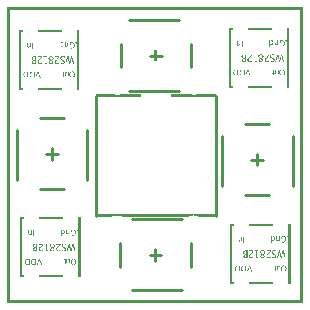
<source format=gto>
G04 MADE WITH FRITZING*
G04 WWW.FRITZING.ORG*
G04 DOUBLE SIDED*
G04 HOLES PLATED*
G04 CONTOUR ON CENTER OF CONTOUR VECTOR*
%ASAXBY*%
%FSLAX23Y23*%
%MOIN*%
%OFA0B0*%
%SFA1.0B1.0*%
%ADD10C,0.010000*%
%ADD11R,0.001000X0.001000*%
%LNSILK1*%
G90*
G70*
G54D10*
X294Y690D02*
X294Y290D01*
D02*
X694Y290D02*
X694Y690D01*
D02*
X871Y359D02*
X793Y359D01*
D02*
X950Y556D02*
X950Y389D01*
D02*
X714Y556D02*
X714Y389D01*
D02*
X871Y595D02*
X793Y595D01*
D02*
X852Y477D02*
X812Y477D01*
D02*
X832Y458D02*
X832Y497D01*
D02*
X187Y379D02*
X109Y379D01*
D02*
X266Y575D02*
X266Y408D01*
D02*
X30Y575D02*
X30Y408D01*
D02*
X187Y615D02*
X109Y615D01*
D02*
X168Y497D02*
X128Y497D01*
D02*
X148Y477D02*
X148Y516D01*
D02*
X612Y199D02*
X612Y120D01*
D02*
X415Y278D02*
X582Y278D01*
D02*
X415Y41D02*
X582Y41D01*
D02*
X375Y199D02*
X375Y120D01*
D02*
X493Y179D02*
X493Y140D01*
D02*
X513Y160D02*
X474Y160D01*
D02*
X377Y785D02*
X377Y863D01*
D02*
X573Y706D02*
X406Y706D01*
D02*
X573Y942D02*
X406Y942D01*
D02*
X613Y785D02*
X613Y863D01*
D02*
X475Y824D02*
X514Y824D01*
G54D11*
X0Y984D02*
X983Y984D01*
X0Y983D02*
X983Y983D01*
X0Y982D02*
X983Y982D01*
X0Y981D02*
X983Y981D01*
X0Y980D02*
X983Y980D01*
X0Y979D02*
X983Y979D01*
X0Y978D02*
X983Y978D01*
X0Y977D02*
X983Y977D01*
X0Y976D02*
X7Y976D01*
X976Y976D02*
X983Y976D01*
X0Y975D02*
X7Y975D01*
X976Y975D02*
X983Y975D01*
X0Y974D02*
X7Y974D01*
X976Y974D02*
X983Y974D01*
X0Y973D02*
X7Y973D01*
X976Y973D02*
X983Y973D01*
X0Y972D02*
X7Y972D01*
X976Y972D02*
X983Y972D01*
X0Y971D02*
X7Y971D01*
X976Y971D02*
X983Y971D01*
X0Y970D02*
X7Y970D01*
X976Y970D02*
X983Y970D01*
X0Y969D02*
X7Y969D01*
X976Y969D02*
X983Y969D01*
X0Y968D02*
X7Y968D01*
X976Y968D02*
X983Y968D01*
X0Y967D02*
X7Y967D01*
X976Y967D02*
X983Y967D01*
X0Y966D02*
X7Y966D01*
X976Y966D02*
X983Y966D01*
X0Y965D02*
X7Y965D01*
X976Y965D02*
X983Y965D01*
X0Y964D02*
X7Y964D01*
X976Y964D02*
X983Y964D01*
X0Y963D02*
X7Y963D01*
X976Y963D02*
X983Y963D01*
X0Y962D02*
X7Y962D01*
X976Y962D02*
X983Y962D01*
X0Y961D02*
X7Y961D01*
X976Y961D02*
X983Y961D01*
X0Y960D02*
X7Y960D01*
X976Y960D02*
X983Y960D01*
X0Y959D02*
X7Y959D01*
X976Y959D02*
X983Y959D01*
X0Y958D02*
X7Y958D01*
X976Y958D02*
X983Y958D01*
X0Y957D02*
X7Y957D01*
X976Y957D02*
X983Y957D01*
X0Y956D02*
X7Y956D01*
X976Y956D02*
X983Y956D01*
X0Y955D02*
X7Y955D01*
X976Y955D02*
X983Y955D01*
X0Y954D02*
X7Y954D01*
X976Y954D02*
X983Y954D01*
X0Y953D02*
X7Y953D01*
X976Y953D02*
X983Y953D01*
X0Y952D02*
X7Y952D01*
X976Y952D02*
X983Y952D01*
X0Y951D02*
X7Y951D01*
X976Y951D02*
X983Y951D01*
X0Y950D02*
X7Y950D01*
X976Y950D02*
X983Y950D01*
X0Y949D02*
X7Y949D01*
X976Y949D02*
X983Y949D01*
X0Y948D02*
X7Y948D01*
X976Y948D02*
X983Y948D01*
X0Y947D02*
X7Y947D01*
X976Y947D02*
X983Y947D01*
X0Y946D02*
X7Y946D01*
X976Y946D02*
X983Y946D01*
X0Y945D02*
X7Y945D01*
X976Y945D02*
X983Y945D01*
X0Y944D02*
X7Y944D01*
X976Y944D02*
X983Y944D01*
X0Y943D02*
X7Y943D01*
X976Y943D02*
X983Y943D01*
X0Y942D02*
X7Y942D01*
X976Y942D02*
X983Y942D01*
X0Y941D02*
X7Y941D01*
X976Y941D02*
X983Y941D01*
X0Y940D02*
X7Y940D01*
X976Y940D02*
X983Y940D01*
X0Y939D02*
X7Y939D01*
X976Y939D02*
X983Y939D01*
X0Y938D02*
X7Y938D01*
X976Y938D02*
X983Y938D01*
X0Y937D02*
X7Y937D01*
X976Y937D02*
X983Y937D01*
X0Y936D02*
X7Y936D01*
X976Y936D02*
X983Y936D01*
X0Y935D02*
X7Y935D01*
X976Y935D02*
X983Y935D01*
X0Y934D02*
X7Y934D01*
X976Y934D02*
X983Y934D01*
X0Y933D02*
X7Y933D01*
X976Y933D02*
X983Y933D01*
X0Y932D02*
X7Y932D01*
X976Y932D02*
X983Y932D01*
X0Y931D02*
X7Y931D01*
X976Y931D02*
X983Y931D01*
X0Y930D02*
X7Y930D01*
X976Y930D02*
X983Y930D01*
X0Y929D02*
X7Y929D01*
X976Y929D02*
X983Y929D01*
X0Y928D02*
X7Y928D01*
X976Y928D02*
X983Y928D01*
X0Y927D02*
X7Y927D01*
X976Y927D02*
X983Y927D01*
X0Y926D02*
X7Y926D01*
X976Y926D02*
X983Y926D01*
X0Y925D02*
X7Y925D01*
X976Y925D02*
X983Y925D01*
X0Y924D02*
X7Y924D01*
X976Y924D02*
X983Y924D01*
X0Y923D02*
X7Y923D01*
X976Y923D02*
X983Y923D01*
X0Y922D02*
X7Y922D01*
X976Y922D02*
X983Y922D01*
X0Y921D02*
X7Y921D01*
X976Y921D02*
X983Y921D01*
X0Y920D02*
X7Y920D01*
X976Y920D02*
X983Y920D01*
X0Y919D02*
X7Y919D01*
X976Y919D02*
X983Y919D01*
X0Y918D02*
X7Y918D01*
X976Y918D02*
X983Y918D01*
X0Y917D02*
X7Y917D01*
X976Y917D02*
X983Y917D01*
X0Y916D02*
X7Y916D01*
X738Y916D02*
X751Y916D01*
X802Y916D02*
X880Y916D01*
X932Y916D02*
X938Y916D01*
X976Y916D02*
X983Y916D01*
X0Y915D02*
X7Y915D01*
X738Y915D02*
X751Y915D01*
X802Y915D02*
X880Y915D01*
X932Y915D02*
X938Y915D01*
X976Y915D02*
X983Y915D01*
X0Y914D02*
X7Y914D01*
X738Y914D02*
X751Y914D01*
X802Y914D02*
X880Y914D01*
X932Y914D02*
X938Y914D01*
X976Y914D02*
X983Y914D01*
X0Y913D02*
X7Y913D01*
X738Y913D02*
X751Y913D01*
X802Y913D02*
X880Y913D01*
X932Y913D02*
X938Y913D01*
X976Y913D02*
X983Y913D01*
X0Y912D02*
X7Y912D01*
X738Y912D02*
X751Y912D01*
X802Y912D02*
X880Y912D01*
X932Y912D02*
X938Y912D01*
X976Y912D02*
X983Y912D01*
X0Y911D02*
X7Y911D01*
X738Y911D02*
X751Y911D01*
X802Y911D02*
X880Y911D01*
X932Y911D02*
X938Y911D01*
X976Y911D02*
X983Y911D01*
X0Y910D02*
X7Y910D01*
X38Y910D02*
X51Y910D01*
X102Y910D02*
X181Y910D01*
X232Y910D02*
X238Y910D01*
X738Y910D02*
X751Y910D01*
X802Y910D02*
X880Y910D01*
X932Y910D02*
X938Y910D01*
X976Y910D02*
X983Y910D01*
X0Y909D02*
X7Y909D01*
X38Y909D02*
X51Y909D01*
X102Y909D02*
X181Y909D01*
X232Y909D02*
X238Y909D01*
X738Y909D02*
X744Y909D01*
X932Y909D02*
X938Y909D01*
X976Y909D02*
X983Y909D01*
X0Y908D02*
X7Y908D01*
X38Y908D02*
X51Y908D01*
X102Y908D02*
X181Y908D01*
X232Y908D02*
X238Y908D01*
X738Y908D02*
X744Y908D01*
X932Y908D02*
X938Y908D01*
X976Y908D02*
X983Y908D01*
X0Y907D02*
X7Y907D01*
X38Y907D02*
X51Y907D01*
X102Y907D02*
X181Y907D01*
X232Y907D02*
X238Y907D01*
X738Y907D02*
X744Y907D01*
X932Y907D02*
X938Y907D01*
X976Y907D02*
X983Y907D01*
X0Y906D02*
X7Y906D01*
X38Y906D02*
X51Y906D01*
X102Y906D02*
X181Y906D01*
X232Y906D02*
X238Y906D01*
X738Y906D02*
X744Y906D01*
X932Y906D02*
X938Y906D01*
X976Y906D02*
X983Y906D01*
X0Y905D02*
X7Y905D01*
X38Y905D02*
X51Y905D01*
X102Y905D02*
X181Y905D01*
X232Y905D02*
X238Y905D01*
X738Y905D02*
X744Y905D01*
X932Y905D02*
X938Y905D01*
X976Y905D02*
X983Y905D01*
X0Y904D02*
X7Y904D01*
X38Y904D02*
X51Y904D01*
X102Y904D02*
X181Y904D01*
X232Y904D02*
X238Y904D01*
X738Y904D02*
X744Y904D01*
X932Y904D02*
X938Y904D01*
X976Y904D02*
X983Y904D01*
X0Y903D02*
X7Y903D01*
X38Y903D02*
X44Y903D01*
X232Y903D02*
X238Y903D01*
X738Y903D02*
X744Y903D01*
X932Y903D02*
X938Y903D01*
X976Y903D02*
X983Y903D01*
X0Y902D02*
X7Y902D01*
X38Y902D02*
X44Y902D01*
X232Y902D02*
X238Y902D01*
X738Y902D02*
X744Y902D01*
X932Y902D02*
X938Y902D01*
X976Y902D02*
X983Y902D01*
X0Y901D02*
X7Y901D01*
X38Y901D02*
X44Y901D01*
X232Y901D02*
X238Y901D01*
X738Y901D02*
X744Y901D01*
X932Y901D02*
X938Y901D01*
X976Y901D02*
X983Y901D01*
X0Y900D02*
X7Y900D01*
X38Y900D02*
X44Y900D01*
X232Y900D02*
X238Y900D01*
X738Y900D02*
X744Y900D01*
X932Y900D02*
X938Y900D01*
X976Y900D02*
X983Y900D01*
X0Y899D02*
X7Y899D01*
X38Y899D02*
X44Y899D01*
X232Y899D02*
X238Y899D01*
X738Y899D02*
X744Y899D01*
X932Y899D02*
X938Y899D01*
X976Y899D02*
X983Y899D01*
X0Y898D02*
X7Y898D01*
X38Y898D02*
X44Y898D01*
X232Y898D02*
X238Y898D01*
X738Y898D02*
X744Y898D01*
X932Y898D02*
X938Y898D01*
X976Y898D02*
X983Y898D01*
X0Y897D02*
X7Y897D01*
X38Y897D02*
X44Y897D01*
X232Y897D02*
X238Y897D01*
X738Y897D02*
X744Y897D01*
X932Y897D02*
X938Y897D01*
X976Y897D02*
X983Y897D01*
X0Y896D02*
X7Y896D01*
X38Y896D02*
X44Y896D01*
X232Y896D02*
X238Y896D01*
X738Y896D02*
X744Y896D01*
X932Y896D02*
X938Y896D01*
X976Y896D02*
X983Y896D01*
X0Y895D02*
X7Y895D01*
X38Y895D02*
X44Y895D01*
X232Y895D02*
X238Y895D01*
X738Y895D02*
X744Y895D01*
X932Y895D02*
X938Y895D01*
X976Y895D02*
X983Y895D01*
X0Y894D02*
X7Y894D01*
X38Y894D02*
X44Y894D01*
X232Y894D02*
X238Y894D01*
X738Y894D02*
X744Y894D01*
X932Y894D02*
X938Y894D01*
X976Y894D02*
X983Y894D01*
X0Y893D02*
X7Y893D01*
X38Y893D02*
X44Y893D01*
X232Y893D02*
X238Y893D01*
X738Y893D02*
X744Y893D01*
X932Y893D02*
X938Y893D01*
X976Y893D02*
X983Y893D01*
X0Y892D02*
X7Y892D01*
X38Y892D02*
X44Y892D01*
X232Y892D02*
X238Y892D01*
X738Y892D02*
X744Y892D01*
X932Y892D02*
X938Y892D01*
X976Y892D02*
X983Y892D01*
X0Y891D02*
X7Y891D01*
X38Y891D02*
X44Y891D01*
X232Y891D02*
X238Y891D01*
X738Y891D02*
X744Y891D01*
X932Y891D02*
X938Y891D01*
X976Y891D02*
X983Y891D01*
X0Y890D02*
X7Y890D01*
X38Y890D02*
X44Y890D01*
X232Y890D02*
X238Y890D01*
X738Y890D02*
X744Y890D01*
X932Y890D02*
X938Y890D01*
X976Y890D02*
X983Y890D01*
X0Y889D02*
X7Y889D01*
X38Y889D02*
X44Y889D01*
X232Y889D02*
X238Y889D01*
X738Y889D02*
X744Y889D01*
X932Y889D02*
X938Y889D01*
X976Y889D02*
X983Y889D01*
X0Y888D02*
X7Y888D01*
X38Y888D02*
X44Y888D01*
X232Y888D02*
X238Y888D01*
X738Y888D02*
X744Y888D01*
X932Y888D02*
X938Y888D01*
X976Y888D02*
X983Y888D01*
X0Y887D02*
X7Y887D01*
X38Y887D02*
X44Y887D01*
X232Y887D02*
X238Y887D01*
X738Y887D02*
X744Y887D01*
X932Y887D02*
X938Y887D01*
X976Y887D02*
X983Y887D01*
X0Y886D02*
X7Y886D01*
X38Y886D02*
X44Y886D01*
X232Y886D02*
X238Y886D01*
X738Y886D02*
X744Y886D01*
X932Y886D02*
X938Y886D01*
X976Y886D02*
X983Y886D01*
X0Y885D02*
X7Y885D01*
X38Y885D02*
X44Y885D01*
X232Y885D02*
X238Y885D01*
X738Y885D02*
X744Y885D01*
X932Y885D02*
X938Y885D01*
X976Y885D02*
X983Y885D01*
X0Y884D02*
X7Y884D01*
X38Y884D02*
X44Y884D01*
X232Y884D02*
X238Y884D01*
X738Y884D02*
X744Y884D01*
X932Y884D02*
X938Y884D01*
X976Y884D02*
X983Y884D01*
X0Y883D02*
X7Y883D01*
X38Y883D02*
X44Y883D01*
X232Y883D02*
X238Y883D01*
X738Y883D02*
X744Y883D01*
X932Y883D02*
X938Y883D01*
X976Y883D02*
X983Y883D01*
X0Y882D02*
X7Y882D01*
X38Y882D02*
X44Y882D01*
X232Y882D02*
X238Y882D01*
X738Y882D02*
X744Y882D01*
X932Y882D02*
X938Y882D01*
X976Y882D02*
X983Y882D01*
X0Y881D02*
X7Y881D01*
X38Y881D02*
X44Y881D01*
X232Y881D02*
X238Y881D01*
X738Y881D02*
X744Y881D01*
X932Y881D02*
X938Y881D01*
X976Y881D02*
X983Y881D01*
X0Y880D02*
X7Y880D01*
X38Y880D02*
X44Y880D01*
X232Y880D02*
X238Y880D01*
X738Y880D02*
X744Y880D01*
X932Y880D02*
X938Y880D01*
X976Y880D02*
X983Y880D01*
X0Y879D02*
X7Y879D01*
X38Y879D02*
X44Y879D01*
X232Y879D02*
X238Y879D01*
X738Y879D02*
X744Y879D01*
X932Y879D02*
X938Y879D01*
X976Y879D02*
X983Y879D01*
X0Y878D02*
X7Y878D01*
X38Y878D02*
X44Y878D01*
X232Y878D02*
X238Y878D01*
X738Y878D02*
X744Y878D01*
X932Y878D02*
X938Y878D01*
X976Y878D02*
X983Y878D01*
X0Y877D02*
X7Y877D01*
X38Y877D02*
X44Y877D01*
X232Y877D02*
X238Y877D01*
X738Y877D02*
X744Y877D01*
X932Y877D02*
X938Y877D01*
X976Y877D02*
X983Y877D01*
X0Y876D02*
X7Y876D01*
X38Y876D02*
X44Y876D01*
X232Y876D02*
X238Y876D01*
X738Y876D02*
X744Y876D01*
X932Y876D02*
X938Y876D01*
X976Y876D02*
X983Y876D01*
X0Y875D02*
X7Y875D01*
X38Y875D02*
X44Y875D01*
X232Y875D02*
X238Y875D01*
X738Y875D02*
X744Y875D01*
X880Y875D02*
X881Y875D01*
X932Y875D02*
X938Y875D01*
X976Y875D02*
X983Y875D01*
X0Y874D02*
X7Y874D01*
X38Y874D02*
X44Y874D01*
X232Y874D02*
X238Y874D01*
X738Y874D02*
X744Y874D01*
X873Y874D02*
X875Y874D01*
X878Y874D02*
X883Y874D01*
X891Y874D02*
X892Y874D01*
X900Y874D02*
X902Y874D01*
X908Y874D02*
X919Y874D01*
X926Y874D02*
X930Y874D01*
X932Y874D02*
X938Y874D01*
X976Y874D02*
X983Y874D01*
X0Y873D02*
X7Y873D01*
X38Y873D02*
X44Y873D01*
X232Y873D02*
X238Y873D01*
X738Y873D02*
X744Y873D01*
X873Y873D02*
X875Y873D01*
X877Y873D02*
X884Y873D01*
X891Y873D02*
X892Y873D01*
X900Y873D02*
X902Y873D01*
X908Y873D02*
X911Y873D01*
X916Y873D02*
X920Y873D01*
X927Y873D02*
X938Y873D01*
X976Y873D02*
X983Y873D01*
X0Y872D02*
X7Y872D01*
X38Y872D02*
X44Y872D01*
X232Y872D02*
X238Y872D01*
X738Y872D02*
X744Y872D01*
X766Y872D02*
X767Y872D01*
X775Y872D02*
X776Y872D01*
X782Y872D02*
X783Y872D01*
X873Y872D02*
X877Y872D01*
X883Y872D02*
X885Y872D01*
X891Y872D02*
X892Y872D01*
X900Y872D02*
X902Y872D01*
X908Y872D02*
X910Y872D01*
X918Y872D02*
X921Y872D01*
X928Y872D02*
X938Y872D01*
X976Y872D02*
X983Y872D01*
X0Y871D02*
X7Y871D01*
X38Y871D02*
X44Y871D01*
X232Y871D02*
X238Y871D01*
X738Y871D02*
X744Y871D01*
X765Y871D02*
X767Y871D01*
X775Y871D02*
X776Y871D01*
X782Y871D02*
X783Y871D01*
X873Y871D02*
X876Y871D01*
X883Y871D02*
X885Y871D01*
X891Y871D02*
X892Y871D01*
X900Y871D02*
X902Y871D01*
X908Y871D02*
X910Y871D01*
X919Y871D02*
X922Y871D01*
X929Y871D02*
X938Y871D01*
X976Y871D02*
X983Y871D01*
X0Y870D02*
X7Y870D01*
X38Y870D02*
X44Y870D01*
X232Y870D02*
X238Y870D01*
X738Y870D02*
X744Y870D01*
X765Y870D02*
X767Y870D01*
X775Y870D02*
X776Y870D01*
X782Y870D02*
X783Y870D01*
X873Y870D02*
X875Y870D01*
X884Y870D02*
X886Y870D01*
X891Y870D02*
X892Y870D01*
X900Y870D02*
X902Y870D01*
X908Y870D02*
X910Y870D01*
X920Y870D02*
X922Y870D01*
X930Y870D02*
X938Y870D01*
X976Y870D02*
X983Y870D01*
X0Y869D02*
X7Y869D01*
X38Y869D02*
X44Y869D01*
X232Y869D02*
X238Y869D01*
X738Y869D02*
X744Y869D01*
X765Y869D02*
X767Y869D01*
X775Y869D02*
X776Y869D01*
X782Y869D02*
X783Y869D01*
X873Y869D02*
X875Y869D01*
X884Y869D02*
X886Y869D01*
X891Y869D02*
X892Y869D01*
X900Y869D02*
X902Y869D01*
X908Y869D02*
X910Y869D01*
X920Y869D02*
X923Y869D01*
X931Y869D02*
X938Y869D01*
X976Y869D02*
X983Y869D01*
X0Y868D02*
X7Y868D01*
X38Y868D02*
X44Y868D01*
X174Y868D02*
X175Y868D01*
X179Y868D02*
X183Y868D01*
X191Y868D02*
X193Y868D01*
X201Y868D02*
X202Y868D01*
X209Y868D02*
X218Y868D01*
X226Y868D02*
X230Y868D01*
X232Y868D02*
X238Y868D01*
X738Y868D02*
X744Y868D01*
X765Y868D02*
X767Y868D01*
X775Y868D02*
X776Y868D01*
X782Y868D02*
X783Y868D01*
X873Y868D02*
X875Y868D01*
X884Y868D02*
X886Y868D01*
X891Y868D02*
X892Y868D01*
X900Y868D02*
X902Y868D01*
X908Y868D02*
X910Y868D01*
X921Y868D02*
X923Y868D01*
X932Y868D02*
X938Y868D01*
X976Y868D02*
X983Y868D01*
X0Y867D02*
X7Y867D01*
X38Y867D02*
X44Y867D01*
X174Y867D02*
X175Y867D01*
X177Y867D02*
X184Y867D01*
X191Y867D02*
X193Y867D01*
X200Y867D02*
X202Y867D01*
X208Y867D02*
X220Y867D01*
X227Y867D02*
X238Y867D01*
X738Y867D02*
X744Y867D01*
X765Y867D02*
X767Y867D01*
X775Y867D02*
X776Y867D01*
X782Y867D02*
X783Y867D01*
X873Y867D02*
X875Y867D01*
X884Y867D02*
X886Y867D01*
X891Y867D02*
X892Y867D01*
X900Y867D02*
X902Y867D01*
X908Y867D02*
X910Y867D01*
X921Y867D02*
X923Y867D01*
X932Y867D02*
X938Y867D01*
X976Y867D02*
X983Y867D01*
X0Y866D02*
X7Y866D01*
X38Y866D02*
X44Y866D01*
X174Y866D02*
X178Y866D01*
X182Y866D02*
X185Y866D01*
X191Y866D02*
X193Y866D01*
X200Y866D02*
X202Y866D01*
X208Y866D02*
X210Y866D01*
X218Y866D02*
X221Y866D01*
X228Y866D02*
X238Y866D01*
X738Y866D02*
X744Y866D01*
X765Y866D02*
X767Y866D01*
X775Y866D02*
X776Y866D01*
X782Y866D02*
X783Y866D01*
X873Y866D02*
X875Y866D01*
X884Y866D02*
X886Y866D01*
X891Y866D02*
X892Y866D01*
X900Y866D02*
X902Y866D01*
X921Y866D02*
X923Y866D01*
X932Y866D02*
X938Y866D01*
X976Y866D02*
X983Y866D01*
X0Y865D02*
X7Y865D01*
X38Y865D02*
X44Y865D01*
X66Y865D02*
X67Y865D01*
X75Y865D02*
X77Y865D01*
X82Y865D02*
X84Y865D01*
X174Y865D02*
X177Y865D01*
X183Y865D02*
X185Y865D01*
X191Y865D02*
X193Y865D01*
X200Y865D02*
X202Y865D01*
X208Y865D02*
X210Y865D01*
X219Y865D02*
X222Y865D01*
X229Y865D02*
X238Y865D01*
X738Y865D02*
X744Y865D01*
X765Y865D02*
X767Y865D01*
X775Y865D02*
X776Y865D01*
X782Y865D02*
X783Y865D01*
X873Y865D02*
X875Y865D01*
X884Y865D02*
X885Y865D01*
X891Y865D02*
X892Y865D01*
X900Y865D02*
X902Y865D01*
X921Y865D02*
X923Y865D01*
X932Y865D02*
X938Y865D01*
X976Y865D02*
X983Y865D01*
X0Y864D02*
X7Y864D01*
X38Y864D02*
X44Y864D01*
X66Y864D02*
X67Y864D01*
X75Y864D02*
X77Y864D01*
X82Y864D02*
X84Y864D01*
X174Y864D02*
X176Y864D01*
X184Y864D02*
X186Y864D01*
X191Y864D02*
X193Y864D01*
X200Y864D02*
X202Y864D01*
X208Y864D02*
X210Y864D01*
X220Y864D02*
X222Y864D01*
X230Y864D02*
X238Y864D01*
X738Y864D02*
X744Y864D01*
X765Y864D02*
X767Y864D01*
X775Y864D02*
X776Y864D01*
X782Y864D02*
X783Y864D01*
X873Y864D02*
X875Y864D01*
X883Y864D02*
X885Y864D01*
X891Y864D02*
X893Y864D01*
X899Y864D02*
X902Y864D01*
X921Y864D02*
X923Y864D01*
X932Y864D02*
X938Y864D01*
X976Y864D02*
X983Y864D01*
X0Y863D02*
X7Y863D01*
X38Y863D02*
X44Y863D01*
X66Y863D02*
X67Y863D01*
X75Y863D02*
X77Y863D01*
X82Y863D02*
X84Y863D01*
X174Y863D02*
X175Y863D01*
X184Y863D02*
X186Y863D01*
X191Y863D02*
X193Y863D01*
X200Y863D02*
X202Y863D01*
X208Y863D02*
X210Y863D01*
X221Y863D02*
X223Y863D01*
X231Y863D02*
X238Y863D01*
X738Y863D02*
X744Y863D01*
X765Y863D02*
X767Y863D01*
X775Y863D02*
X776Y863D01*
X782Y863D02*
X783Y863D01*
X873Y863D02*
X876Y863D01*
X883Y863D02*
X885Y863D01*
X891Y863D02*
X893Y863D01*
X898Y863D02*
X902Y863D01*
X921Y863D02*
X923Y863D01*
X932Y863D02*
X938Y863D01*
X976Y863D02*
X983Y863D01*
X0Y862D02*
X7Y862D01*
X38Y862D02*
X44Y862D01*
X66Y862D02*
X67Y862D01*
X75Y862D02*
X77Y862D01*
X82Y862D02*
X84Y862D01*
X174Y862D02*
X175Y862D01*
X184Y862D02*
X186Y862D01*
X191Y862D02*
X193Y862D01*
X200Y862D02*
X202Y862D01*
X208Y862D02*
X210Y862D01*
X221Y862D02*
X223Y862D01*
X232Y862D02*
X238Y862D01*
X738Y862D02*
X744Y862D01*
X765Y862D02*
X767Y862D01*
X774Y862D02*
X776Y862D01*
X782Y862D02*
X783Y862D01*
X873Y862D02*
X878Y862D01*
X881Y862D02*
X884Y862D01*
X891Y862D02*
X898Y862D01*
X900Y862D02*
X902Y862D01*
X921Y862D02*
X923Y862D01*
X932Y862D02*
X938Y862D01*
X976Y862D02*
X983Y862D01*
X0Y861D02*
X7Y861D01*
X38Y861D02*
X44Y861D01*
X66Y861D02*
X67Y861D01*
X75Y861D02*
X77Y861D01*
X82Y861D02*
X84Y861D01*
X174Y861D02*
X175Y861D01*
X184Y861D02*
X186Y861D01*
X191Y861D02*
X193Y861D01*
X200Y861D02*
X202Y861D01*
X208Y861D02*
X210Y861D01*
X221Y861D02*
X223Y861D01*
X232Y861D02*
X238Y861D01*
X738Y861D02*
X744Y861D01*
X765Y861D02*
X767Y861D01*
X773Y861D02*
X776Y861D01*
X782Y861D02*
X783Y861D01*
X873Y861D02*
X875Y861D01*
X877Y861D02*
X883Y861D01*
X892Y861D02*
X897Y861D01*
X900Y861D02*
X902Y861D01*
X921Y861D02*
X923Y861D01*
X932Y861D02*
X938Y861D01*
X976Y861D02*
X983Y861D01*
X0Y860D02*
X7Y860D01*
X38Y860D02*
X44Y860D01*
X66Y860D02*
X67Y860D01*
X75Y860D02*
X77Y860D01*
X82Y860D02*
X84Y860D01*
X174Y860D02*
X175Y860D01*
X184Y860D02*
X186Y860D01*
X191Y860D02*
X193Y860D01*
X200Y860D02*
X202Y860D01*
X208Y860D02*
X210Y860D01*
X221Y860D02*
X223Y860D01*
X232Y860D02*
X238Y860D01*
X738Y860D02*
X744Y860D01*
X766Y860D02*
X768Y860D01*
X772Y860D02*
X776Y860D01*
X782Y860D02*
X783Y860D01*
X873Y860D02*
X875Y860D01*
X879Y860D02*
X881Y860D01*
X894Y860D02*
X895Y860D01*
X920Y860D02*
X922Y860D01*
X932Y860D02*
X938Y860D01*
X976Y860D02*
X983Y860D01*
X0Y859D02*
X7Y859D01*
X38Y859D02*
X44Y859D01*
X66Y859D02*
X67Y859D01*
X75Y859D02*
X77Y859D01*
X82Y859D02*
X84Y859D01*
X174Y859D02*
X175Y859D01*
X184Y859D02*
X186Y859D01*
X191Y859D02*
X193Y859D01*
X200Y859D02*
X202Y859D01*
X221Y859D02*
X223Y859D01*
X232Y859D02*
X238Y859D01*
X738Y859D02*
X744Y859D01*
X766Y859D02*
X773Y859D01*
X775Y859D02*
X776Y859D01*
X782Y859D02*
X783Y859D01*
X873Y859D02*
X875Y859D01*
X920Y859D02*
X922Y859D01*
X932Y859D02*
X938Y859D01*
X976Y859D02*
X983Y859D01*
X0Y858D02*
X7Y858D01*
X38Y858D02*
X44Y858D01*
X66Y858D02*
X67Y858D01*
X75Y858D02*
X77Y858D01*
X82Y858D02*
X84Y858D01*
X174Y858D02*
X175Y858D01*
X184Y858D02*
X186Y858D01*
X191Y858D02*
X193Y858D01*
X200Y858D02*
X202Y858D01*
X221Y858D02*
X223Y858D01*
X232Y858D02*
X238Y858D01*
X738Y858D02*
X744Y858D01*
X767Y858D02*
X771Y858D01*
X775Y858D02*
X776Y858D01*
X782Y858D02*
X783Y858D01*
X873Y858D02*
X875Y858D01*
X919Y858D02*
X921Y858D01*
X932Y858D02*
X938Y858D01*
X976Y858D02*
X983Y858D01*
X0Y857D02*
X7Y857D01*
X38Y857D02*
X44Y857D01*
X66Y857D02*
X67Y857D01*
X75Y857D02*
X77Y857D01*
X82Y857D02*
X84Y857D01*
X174Y857D02*
X176Y857D01*
X183Y857D02*
X185Y857D01*
X191Y857D02*
X193Y857D01*
X199Y857D02*
X202Y857D01*
X221Y857D02*
X223Y857D01*
X232Y857D02*
X238Y857D01*
X738Y857D02*
X744Y857D01*
X782Y857D02*
X783Y857D01*
X873Y857D02*
X875Y857D01*
X908Y857D02*
X910Y857D01*
X917Y857D02*
X920Y857D01*
X932Y857D02*
X938Y857D01*
X976Y857D02*
X983Y857D01*
X0Y856D02*
X7Y856D01*
X38Y856D02*
X44Y856D01*
X66Y856D02*
X67Y856D01*
X75Y856D02*
X77Y856D01*
X82Y856D02*
X84Y856D01*
X174Y856D02*
X177Y856D01*
X182Y856D02*
X185Y856D01*
X191Y856D02*
X194Y856D01*
X197Y856D02*
X202Y856D01*
X221Y856D02*
X223Y856D01*
X232Y856D02*
X238Y856D01*
X738Y856D02*
X744Y856D01*
X782Y856D02*
X783Y856D01*
X873Y856D02*
X875Y856D01*
X908Y856D02*
X919Y856D01*
X932Y856D02*
X938Y856D01*
X976Y856D02*
X983Y856D01*
X0Y855D02*
X7Y855D01*
X38Y855D02*
X44Y855D01*
X66Y855D02*
X67Y855D01*
X74Y855D02*
X77Y855D01*
X82Y855D02*
X84Y855D01*
X174Y855D02*
X184Y855D01*
X192Y855D02*
X198Y855D01*
X200Y855D02*
X202Y855D01*
X221Y855D02*
X223Y855D01*
X232Y855D02*
X238Y855D01*
X738Y855D02*
X744Y855D01*
X782Y855D02*
X783Y855D01*
X873Y855D02*
X875Y855D01*
X909Y855D02*
X917Y855D01*
X932Y855D02*
X938Y855D01*
X976Y855D02*
X983Y855D01*
X0Y854D02*
X7Y854D01*
X38Y854D02*
X44Y854D01*
X66Y854D02*
X68Y854D01*
X73Y854D02*
X77Y854D01*
X82Y854D02*
X84Y854D01*
X174Y854D02*
X175Y854D01*
X178Y854D02*
X182Y854D01*
X193Y854D02*
X197Y854D01*
X201Y854D02*
X202Y854D01*
X221Y854D02*
X223Y854D01*
X232Y854D02*
X238Y854D01*
X738Y854D02*
X744Y854D01*
X782Y854D02*
X783Y854D01*
X873Y854D02*
X875Y854D01*
X932Y854D02*
X938Y854D01*
X976Y854D02*
X983Y854D01*
X0Y853D02*
X7Y853D01*
X38Y853D02*
X44Y853D01*
X66Y853D02*
X73Y853D01*
X75Y853D02*
X77Y853D01*
X82Y853D02*
X84Y853D01*
X174Y853D02*
X175Y853D01*
X220Y853D02*
X222Y853D01*
X232Y853D02*
X238Y853D01*
X738Y853D02*
X744Y853D01*
X782Y853D02*
X783Y853D01*
X932Y853D02*
X938Y853D01*
X976Y853D02*
X983Y853D01*
X0Y852D02*
X7Y852D01*
X38Y852D02*
X44Y852D01*
X67Y852D02*
X72Y852D01*
X75Y852D02*
X77Y852D01*
X82Y852D02*
X84Y852D01*
X174Y852D02*
X175Y852D01*
X219Y852D02*
X222Y852D01*
X232Y852D02*
X238Y852D01*
X738Y852D02*
X744Y852D01*
X932Y852D02*
X938Y852D01*
X976Y852D02*
X983Y852D01*
X0Y851D02*
X7Y851D01*
X38Y851D02*
X44Y851D01*
X69Y851D02*
X70Y851D01*
X82Y851D02*
X84Y851D01*
X174Y851D02*
X175Y851D01*
X208Y851D02*
X209Y851D01*
X218Y851D02*
X221Y851D01*
X232Y851D02*
X238Y851D01*
X738Y851D02*
X744Y851D01*
X932Y851D02*
X938Y851D01*
X976Y851D02*
X983Y851D01*
X0Y850D02*
X7Y850D01*
X38Y850D02*
X44Y850D01*
X82Y850D02*
X84Y850D01*
X174Y850D02*
X175Y850D01*
X208Y850D02*
X220Y850D01*
X232Y850D02*
X238Y850D01*
X738Y850D02*
X744Y850D01*
X932Y850D02*
X938Y850D01*
X976Y850D02*
X983Y850D01*
X0Y849D02*
X7Y849D01*
X38Y849D02*
X44Y849D01*
X82Y849D02*
X84Y849D01*
X174Y849D02*
X175Y849D01*
X208Y849D02*
X219Y849D01*
X232Y849D02*
X238Y849D01*
X738Y849D02*
X744Y849D01*
X932Y849D02*
X938Y849D01*
X976Y849D02*
X983Y849D01*
X0Y848D02*
X7Y848D01*
X38Y848D02*
X44Y848D01*
X82Y848D02*
X84Y848D01*
X174Y848D02*
X175Y848D01*
X212Y848D02*
X216Y848D01*
X232Y848D02*
X238Y848D01*
X738Y848D02*
X744Y848D01*
X932Y848D02*
X938Y848D01*
X976Y848D02*
X983Y848D01*
X0Y847D02*
X7Y847D01*
X38Y847D02*
X44Y847D01*
X82Y847D02*
X84Y847D01*
X174Y847D02*
X175Y847D01*
X232Y847D02*
X238Y847D01*
X738Y847D02*
X744Y847D01*
X932Y847D02*
X938Y847D01*
X976Y847D02*
X983Y847D01*
X0Y846D02*
X7Y846D01*
X38Y846D02*
X44Y846D01*
X82Y846D02*
X84Y846D01*
X232Y846D02*
X238Y846D01*
X738Y846D02*
X744Y846D01*
X932Y846D02*
X938Y846D01*
X976Y846D02*
X983Y846D01*
X0Y845D02*
X7Y845D01*
X38Y845D02*
X44Y845D01*
X232Y845D02*
X238Y845D01*
X738Y845D02*
X744Y845D01*
X932Y845D02*
X938Y845D01*
X976Y845D02*
X983Y845D01*
X0Y844D02*
X7Y844D01*
X38Y844D02*
X44Y844D01*
X232Y844D02*
X238Y844D01*
X738Y844D02*
X744Y844D01*
X932Y844D02*
X938Y844D01*
X976Y844D02*
X983Y844D01*
X0Y843D02*
X7Y843D01*
X38Y843D02*
X44Y843D01*
X232Y843D02*
X238Y843D01*
X738Y843D02*
X744Y843D01*
X932Y843D02*
X938Y843D01*
X976Y843D02*
X983Y843D01*
X0Y842D02*
X7Y842D01*
X38Y842D02*
X44Y842D01*
X232Y842D02*
X238Y842D01*
X489Y842D02*
X490Y842D01*
X738Y842D02*
X744Y842D01*
X932Y842D02*
X938Y842D01*
X976Y842D02*
X983Y842D01*
X0Y841D02*
X7Y841D01*
X38Y841D02*
X44Y841D01*
X232Y841D02*
X238Y841D01*
X489Y841D02*
X498Y841D01*
X738Y841D02*
X744Y841D01*
X932Y841D02*
X938Y841D01*
X976Y841D02*
X983Y841D01*
X0Y840D02*
X7Y840D01*
X38Y840D02*
X44Y840D01*
X232Y840D02*
X238Y840D01*
X489Y840D02*
X498Y840D01*
X738Y840D02*
X744Y840D01*
X932Y840D02*
X938Y840D01*
X976Y840D02*
X983Y840D01*
X0Y839D02*
X7Y839D01*
X38Y839D02*
X44Y839D01*
X232Y839D02*
X238Y839D01*
X489Y839D02*
X498Y839D01*
X738Y839D02*
X744Y839D01*
X932Y839D02*
X938Y839D01*
X976Y839D02*
X983Y839D01*
X0Y838D02*
X7Y838D01*
X38Y838D02*
X44Y838D01*
X232Y838D02*
X238Y838D01*
X489Y838D02*
X498Y838D01*
X738Y838D02*
X744Y838D01*
X932Y838D02*
X938Y838D01*
X976Y838D02*
X983Y838D01*
X0Y837D02*
X7Y837D01*
X38Y837D02*
X44Y837D01*
X232Y837D02*
X238Y837D01*
X489Y837D02*
X498Y837D01*
X738Y837D02*
X744Y837D01*
X932Y837D02*
X938Y837D01*
X976Y837D02*
X983Y837D01*
X0Y836D02*
X7Y836D01*
X38Y836D02*
X44Y836D01*
X232Y836D02*
X238Y836D01*
X489Y836D02*
X498Y836D01*
X738Y836D02*
X744Y836D01*
X932Y836D02*
X938Y836D01*
X976Y836D02*
X983Y836D01*
X0Y835D02*
X7Y835D01*
X38Y835D02*
X44Y835D01*
X232Y835D02*
X238Y835D01*
X489Y835D02*
X498Y835D01*
X738Y835D02*
X744Y835D01*
X932Y835D02*
X938Y835D01*
X976Y835D02*
X983Y835D01*
X0Y834D02*
X7Y834D01*
X38Y834D02*
X44Y834D01*
X232Y834D02*
X238Y834D01*
X489Y834D02*
X498Y834D01*
X738Y834D02*
X744Y834D01*
X932Y834D02*
X938Y834D01*
X976Y834D02*
X983Y834D01*
X0Y833D02*
X7Y833D01*
X38Y833D02*
X44Y833D01*
X232Y833D02*
X238Y833D01*
X489Y833D02*
X498Y833D01*
X738Y833D02*
X744Y833D01*
X932Y833D02*
X938Y833D01*
X976Y833D02*
X983Y833D01*
X0Y832D02*
X7Y832D01*
X38Y832D02*
X44Y832D01*
X232Y832D02*
X238Y832D01*
X489Y832D02*
X498Y832D01*
X738Y832D02*
X744Y832D01*
X932Y832D02*
X938Y832D01*
X976Y832D02*
X983Y832D01*
X0Y831D02*
X7Y831D01*
X38Y831D02*
X44Y831D01*
X232Y831D02*
X238Y831D01*
X489Y831D02*
X498Y831D01*
X738Y831D02*
X744Y831D01*
X932Y831D02*
X938Y831D01*
X976Y831D02*
X983Y831D01*
X0Y830D02*
X7Y830D01*
X38Y830D02*
X44Y830D01*
X232Y830D02*
X238Y830D01*
X489Y830D02*
X498Y830D01*
X738Y830D02*
X744Y830D01*
X932Y830D02*
X938Y830D01*
X976Y830D02*
X983Y830D01*
X0Y829D02*
X7Y829D01*
X38Y829D02*
X44Y829D01*
X232Y829D02*
X238Y829D01*
X489Y829D02*
X498Y829D01*
X738Y829D02*
X744Y829D01*
X932Y829D02*
X938Y829D01*
X976Y829D02*
X983Y829D01*
X0Y828D02*
X7Y828D01*
X38Y828D02*
X44Y828D01*
X232Y828D02*
X238Y828D01*
X489Y828D02*
X498Y828D01*
X738Y828D02*
X744Y828D01*
X842Y828D02*
X848Y828D01*
X881Y828D02*
X887Y828D01*
X932Y828D02*
X938Y828D01*
X976Y828D02*
X983Y828D01*
X0Y827D02*
X7Y827D01*
X38Y827D02*
X44Y827D01*
X232Y827D02*
X238Y827D01*
X489Y827D02*
X498Y827D01*
X738Y827D02*
X744Y827D01*
X784Y827D02*
X794Y827D01*
X800Y827D02*
X814Y827D01*
X819Y827D02*
X831Y827D01*
X840Y827D02*
X850Y827D01*
X858Y827D02*
X872Y827D01*
X879Y827D02*
X890Y827D01*
X900Y827D02*
X903Y827D01*
X912Y827D02*
X915Y827D01*
X932Y827D02*
X938Y827D01*
X976Y827D02*
X983Y827D01*
X0Y826D02*
X7Y826D01*
X38Y826D02*
X44Y826D01*
X232Y826D02*
X238Y826D01*
X489Y826D02*
X498Y826D01*
X738Y826D02*
X744Y826D01*
X782Y826D02*
X794Y826D01*
X800Y826D02*
X814Y826D01*
X819Y826D02*
X831Y826D01*
X839Y826D02*
X851Y826D01*
X858Y826D02*
X872Y826D01*
X878Y826D02*
X890Y826D01*
X899Y826D02*
X903Y826D01*
X912Y826D02*
X915Y826D01*
X932Y826D02*
X938Y826D01*
X976Y826D02*
X983Y826D01*
X0Y825D02*
X7Y825D01*
X38Y825D02*
X44Y825D01*
X232Y825D02*
X238Y825D01*
X489Y825D02*
X498Y825D01*
X738Y825D02*
X744Y825D01*
X781Y825D02*
X787Y825D01*
X792Y825D02*
X794Y825D01*
X800Y825D02*
X814Y825D01*
X824Y825D02*
X826Y825D01*
X838Y825D02*
X841Y825D01*
X848Y825D02*
X852Y825D01*
X858Y825D02*
X872Y825D01*
X877Y825D02*
X881Y825D01*
X888Y825D02*
X890Y825D01*
X899Y825D02*
X903Y825D01*
X912Y825D02*
X916Y825D01*
X932Y825D02*
X938Y825D01*
X976Y825D02*
X983Y825D01*
X0Y824D02*
X7Y824D01*
X38Y824D02*
X44Y824D01*
X232Y824D02*
X238Y824D01*
X489Y824D02*
X498Y824D01*
X738Y824D02*
X744Y824D01*
X781Y824D02*
X784Y824D01*
X792Y824D02*
X794Y824D01*
X811Y824D02*
X814Y824D01*
X824Y824D02*
X826Y824D01*
X837Y824D02*
X840Y824D01*
X849Y824D02*
X852Y824D01*
X869Y824D02*
X872Y824D01*
X877Y824D02*
X879Y824D01*
X899Y824D02*
X903Y824D01*
X911Y824D02*
X916Y824D01*
X932Y824D02*
X938Y824D01*
X976Y824D02*
X983Y824D01*
X0Y823D02*
X7Y823D01*
X38Y823D02*
X44Y823D01*
X232Y823D02*
X238Y823D01*
X489Y823D02*
X498Y823D01*
X738Y823D02*
X744Y823D01*
X780Y823D02*
X783Y823D01*
X792Y823D02*
X794Y823D01*
X810Y823D02*
X813Y823D01*
X824Y823D02*
X826Y823D01*
X837Y823D02*
X840Y823D01*
X850Y823D02*
X852Y823D01*
X868Y823D02*
X871Y823D01*
X876Y823D02*
X879Y823D01*
X898Y823D02*
X903Y823D01*
X911Y823D02*
X916Y823D01*
X932Y823D02*
X938Y823D01*
X976Y823D02*
X983Y823D01*
X0Y822D02*
X7Y822D01*
X38Y822D02*
X44Y822D01*
X145Y822D02*
X145Y822D01*
X232Y822D02*
X238Y822D01*
X489Y822D02*
X498Y822D01*
X738Y822D02*
X744Y822D01*
X780Y822D02*
X783Y822D01*
X792Y822D02*
X794Y822D01*
X810Y822D02*
X812Y822D01*
X824Y822D02*
X826Y822D01*
X837Y822D02*
X839Y822D01*
X850Y822D02*
X853Y822D01*
X868Y822D02*
X870Y822D01*
X876Y822D02*
X879Y822D01*
X898Y822D02*
X904Y822D01*
X911Y822D02*
X916Y822D01*
X932Y822D02*
X938Y822D01*
X976Y822D02*
X983Y822D01*
X0Y821D02*
X7Y821D01*
X38Y821D02*
X44Y821D01*
X85Y821D02*
X95Y821D01*
X101Y821D02*
X114Y821D01*
X119Y821D02*
X131Y821D01*
X141Y821D02*
X149Y821D01*
X158Y821D02*
X172Y821D01*
X180Y821D02*
X190Y821D01*
X200Y821D02*
X203Y821D01*
X213Y821D02*
X215Y821D01*
X232Y821D02*
X238Y821D01*
X489Y821D02*
X498Y821D01*
X738Y821D02*
X744Y821D01*
X780Y821D02*
X783Y821D01*
X792Y821D02*
X794Y821D01*
X809Y821D02*
X812Y821D01*
X824Y821D02*
X826Y821D01*
X837Y821D02*
X839Y821D01*
X850Y821D02*
X853Y821D01*
X867Y821D02*
X869Y821D01*
X876Y821D02*
X879Y821D01*
X898Y821D02*
X904Y821D01*
X911Y821D02*
X912Y821D01*
X914Y821D02*
X917Y821D01*
X932Y821D02*
X938Y821D01*
X976Y821D02*
X983Y821D01*
X0Y820D02*
X7Y820D01*
X38Y820D02*
X44Y820D01*
X83Y820D02*
X95Y820D01*
X101Y820D02*
X114Y820D01*
X119Y820D02*
X131Y820D01*
X140Y820D02*
X151Y820D01*
X158Y820D02*
X172Y820D01*
X179Y820D02*
X191Y820D01*
X200Y820D02*
X203Y820D01*
X212Y820D02*
X216Y820D01*
X232Y820D02*
X238Y820D01*
X489Y820D02*
X498Y820D01*
X738Y820D02*
X744Y820D01*
X780Y820D02*
X783Y820D01*
X792Y820D02*
X794Y820D01*
X808Y820D02*
X811Y820D01*
X824Y820D02*
X826Y820D01*
X837Y820D02*
X840Y820D01*
X850Y820D02*
X852Y820D01*
X866Y820D02*
X869Y820D01*
X876Y820D02*
X879Y820D01*
X898Y820D02*
X900Y820D01*
X902Y820D02*
X904Y820D01*
X910Y820D02*
X912Y820D01*
X914Y820D02*
X917Y820D01*
X932Y820D02*
X938Y820D01*
X976Y820D02*
X983Y820D01*
X0Y819D02*
X7Y819D01*
X38Y819D02*
X44Y819D01*
X82Y819D02*
X95Y819D01*
X101Y819D02*
X114Y819D01*
X119Y819D02*
X131Y819D01*
X139Y819D02*
X142Y819D01*
X148Y819D02*
X152Y819D01*
X158Y819D02*
X172Y819D01*
X178Y819D02*
X182Y819D01*
X187Y819D02*
X191Y819D01*
X199Y819D02*
X203Y819D01*
X212Y819D02*
X216Y819D01*
X232Y819D02*
X238Y819D01*
X489Y819D02*
X498Y819D01*
X738Y819D02*
X744Y819D01*
X781Y819D02*
X784Y819D01*
X792Y819D02*
X794Y819D01*
X807Y819D02*
X810Y819D01*
X824Y819D02*
X826Y819D01*
X837Y819D02*
X841Y819D01*
X850Y819D02*
X852Y819D01*
X865Y819D02*
X868Y819D01*
X876Y819D02*
X880Y819D01*
X897Y819D02*
X899Y819D01*
X902Y819D02*
X904Y819D01*
X910Y819D02*
X912Y819D01*
X915Y819D02*
X917Y819D01*
X932Y819D02*
X938Y819D01*
X976Y819D02*
X983Y819D01*
X0Y818D02*
X7Y818D01*
X38Y818D02*
X44Y818D01*
X81Y818D02*
X85Y818D01*
X92Y818D02*
X95Y818D01*
X111Y818D02*
X114Y818D01*
X124Y818D02*
X126Y818D01*
X138Y818D02*
X141Y818D01*
X149Y818D02*
X152Y818D01*
X169Y818D02*
X172Y818D01*
X177Y818D02*
X180Y818D01*
X190Y818D02*
X191Y818D01*
X199Y818D02*
X203Y818D01*
X212Y818D02*
X216Y818D01*
X232Y818D02*
X238Y818D01*
X489Y818D02*
X498Y818D01*
X738Y818D02*
X744Y818D01*
X781Y818D02*
X784Y818D01*
X792Y818D02*
X794Y818D01*
X806Y818D02*
X809Y818D01*
X824Y818D02*
X826Y818D01*
X838Y818D02*
X842Y818D01*
X849Y818D02*
X852Y818D01*
X864Y818D02*
X867Y818D01*
X877Y818D02*
X881Y818D01*
X897Y818D02*
X899Y818D01*
X902Y818D02*
X905Y818D01*
X910Y818D02*
X912Y818D01*
X915Y818D02*
X917Y818D01*
X932Y818D02*
X938Y818D01*
X976Y818D02*
X983Y818D01*
X0Y817D02*
X7Y817D01*
X38Y817D02*
X44Y817D01*
X81Y817D02*
X84Y817D01*
X92Y817D02*
X95Y817D01*
X111Y817D02*
X114Y817D01*
X124Y817D02*
X126Y817D01*
X138Y817D02*
X140Y817D01*
X150Y817D02*
X153Y817D01*
X169Y817D02*
X172Y817D01*
X177Y817D02*
X179Y817D01*
X199Y817D02*
X204Y817D01*
X212Y817D02*
X216Y817D01*
X232Y817D02*
X238Y817D01*
X489Y817D02*
X498Y817D01*
X738Y817D02*
X744Y817D01*
X782Y817D02*
X786Y817D01*
X792Y817D02*
X794Y817D01*
X805Y817D02*
X808Y817D01*
X824Y817D02*
X826Y817D01*
X839Y817D02*
X843Y817D01*
X848Y817D02*
X851Y817D01*
X863Y817D02*
X866Y817D01*
X878Y817D02*
X883Y817D01*
X897Y817D02*
X899Y817D01*
X902Y817D02*
X905Y817D01*
X910Y817D02*
X911Y817D01*
X915Y817D02*
X918Y817D01*
X932Y817D02*
X938Y817D01*
X976Y817D02*
X983Y817D01*
X0Y816D02*
X7Y816D01*
X38Y816D02*
X44Y816D01*
X81Y816D02*
X83Y816D01*
X92Y816D02*
X95Y816D01*
X110Y816D02*
X113Y816D01*
X124Y816D02*
X126Y816D01*
X137Y816D02*
X140Y816D01*
X150Y816D02*
X153Y816D01*
X168Y816D02*
X171Y816D01*
X176Y816D02*
X179Y816D01*
X199Y816D02*
X204Y816D01*
X211Y816D02*
X217Y816D01*
X232Y816D02*
X238Y816D01*
X489Y816D02*
X498Y816D01*
X738Y816D02*
X744Y816D01*
X784Y816D02*
X794Y816D01*
X804Y816D02*
X807Y816D01*
X824Y816D02*
X826Y816D01*
X840Y816D02*
X845Y816D01*
X847Y816D02*
X850Y816D01*
X862Y816D02*
X864Y816D01*
X879Y816D02*
X884Y816D01*
X896Y816D02*
X898Y816D01*
X903Y816D02*
X905Y816D01*
X910Y816D02*
X911Y816D01*
X915Y816D02*
X918Y816D01*
X932Y816D02*
X938Y816D01*
X976Y816D02*
X983Y816D01*
X0Y815D02*
X7Y815D01*
X38Y815D02*
X44Y815D01*
X81Y815D02*
X83Y815D01*
X92Y815D02*
X95Y815D01*
X110Y815D02*
X112Y815D01*
X124Y815D02*
X126Y815D01*
X137Y815D02*
X140Y815D01*
X151Y815D02*
X153Y815D01*
X168Y815D02*
X170Y815D01*
X176Y815D02*
X179Y815D01*
X198Y815D02*
X204Y815D01*
X211Y815D02*
X217Y815D01*
X232Y815D02*
X238Y815D01*
X489Y815D02*
X498Y815D01*
X738Y815D02*
X744Y815D01*
X786Y815D02*
X794Y815D01*
X803Y815D02*
X806Y815D01*
X824Y815D02*
X826Y815D01*
X841Y815D02*
X849Y815D01*
X861Y815D02*
X863Y815D01*
X880Y815D02*
X886Y815D01*
X896Y815D02*
X898Y815D01*
X903Y815D02*
X905Y815D01*
X909Y815D02*
X911Y815D01*
X916Y815D02*
X918Y815D01*
X932Y815D02*
X938Y815D01*
X976Y815D02*
X983Y815D01*
X0Y814D02*
X7Y814D01*
X38Y814D02*
X44Y814D01*
X81Y814D02*
X83Y814D01*
X92Y814D02*
X95Y814D01*
X109Y814D02*
X111Y814D01*
X124Y814D02*
X126Y814D01*
X137Y814D02*
X140Y814D01*
X151Y814D02*
X153Y814D01*
X167Y814D02*
X169Y814D01*
X176Y814D02*
X179Y814D01*
X198Y814D02*
X200Y814D01*
X202Y814D02*
X204Y814D01*
X211Y814D02*
X213Y814D01*
X215Y814D02*
X217Y814D01*
X232Y814D02*
X238Y814D01*
X489Y814D02*
X498Y814D01*
X738Y814D02*
X744Y814D01*
X785Y814D02*
X794Y814D01*
X802Y814D02*
X805Y814D01*
X824Y814D02*
X826Y814D01*
X842Y814D02*
X848Y814D01*
X860Y814D02*
X863Y814D01*
X882Y814D02*
X887Y814D01*
X896Y814D02*
X898Y814D01*
X903Y814D02*
X905Y814D01*
X909Y814D02*
X911Y814D01*
X916Y814D02*
X918Y814D01*
X932Y814D02*
X938Y814D01*
X976Y814D02*
X983Y814D01*
X0Y813D02*
X7Y813D01*
X38Y813D02*
X44Y813D01*
X81Y813D02*
X84Y813D01*
X92Y813D02*
X95Y813D01*
X108Y813D02*
X110Y813D01*
X124Y813D02*
X126Y813D01*
X137Y813D02*
X141Y813D01*
X150Y813D02*
X153Y813D01*
X166Y813D02*
X168Y813D01*
X177Y813D02*
X180Y813D01*
X198Y813D02*
X200Y813D01*
X202Y813D02*
X205Y813D01*
X211Y813D02*
X212Y813D01*
X215Y813D02*
X217Y813D01*
X232Y813D02*
X238Y813D01*
X489Y813D02*
X498Y813D01*
X738Y813D02*
X744Y813D01*
X783Y813D02*
X786Y813D01*
X792Y813D02*
X794Y813D01*
X801Y813D02*
X804Y813D01*
X824Y813D02*
X826Y813D01*
X841Y813D02*
X849Y813D01*
X859Y813D02*
X862Y813D01*
X883Y813D02*
X888Y813D01*
X896Y813D02*
X898Y813D01*
X903Y813D02*
X906Y813D01*
X909Y813D02*
X911Y813D01*
X916Y813D02*
X919Y813D01*
X932Y813D02*
X938Y813D01*
X976Y813D02*
X983Y813D01*
X0Y812D02*
X7Y812D01*
X38Y812D02*
X44Y812D01*
X81Y812D02*
X84Y812D01*
X92Y812D02*
X95Y812D01*
X107Y812D02*
X109Y812D01*
X124Y812D02*
X126Y812D01*
X138Y812D02*
X142Y812D01*
X150Y812D02*
X152Y812D01*
X165Y812D02*
X167Y812D01*
X177Y812D02*
X181Y812D01*
X197Y812D02*
X199Y812D01*
X202Y812D02*
X205Y812D01*
X210Y812D02*
X212Y812D01*
X215Y812D02*
X218Y812D01*
X232Y812D02*
X238Y812D01*
X489Y812D02*
X498Y812D01*
X738Y812D02*
X744Y812D01*
X782Y812D02*
X785Y812D01*
X792Y812D02*
X794Y812D01*
X801Y812D02*
X803Y812D01*
X824Y812D02*
X826Y812D01*
X840Y812D02*
X842Y812D01*
X846Y812D02*
X850Y812D01*
X859Y812D02*
X861Y812D01*
X885Y812D02*
X889Y812D01*
X895Y812D02*
X897Y812D01*
X904Y812D02*
X906Y812D01*
X909Y812D02*
X910Y812D01*
X917Y812D02*
X919Y812D01*
X932Y812D02*
X938Y812D01*
X976Y812D02*
X983Y812D01*
X0Y811D02*
X7Y811D01*
X38Y811D02*
X44Y811D01*
X82Y811D02*
X85Y811D01*
X92Y811D02*
X95Y811D01*
X106Y811D02*
X109Y811D01*
X124Y811D02*
X126Y811D01*
X139Y811D02*
X143Y811D01*
X149Y811D02*
X152Y811D01*
X164Y811D02*
X166Y811D01*
X178Y811D02*
X182Y811D01*
X197Y811D02*
X199Y811D01*
X203Y811D02*
X205Y811D01*
X210Y811D02*
X212Y811D01*
X215Y811D02*
X218Y811D01*
X232Y811D02*
X238Y811D01*
X489Y811D02*
X498Y811D01*
X738Y811D02*
X744Y811D01*
X782Y811D02*
X784Y811D01*
X792Y811D02*
X794Y811D01*
X800Y811D02*
X803Y811D01*
X824Y811D02*
X826Y811D01*
X839Y811D02*
X841Y811D01*
X847Y811D02*
X851Y811D01*
X858Y811D02*
X861Y811D01*
X886Y811D02*
X890Y811D01*
X895Y811D02*
X897Y811D01*
X904Y811D02*
X906Y811D01*
X908Y811D02*
X910Y811D01*
X917Y811D02*
X919Y811D01*
X932Y811D02*
X938Y811D01*
X976Y811D02*
X983Y811D01*
X0Y810D02*
X7Y810D01*
X38Y810D02*
X44Y810D01*
X83Y810D02*
X87Y810D01*
X92Y810D02*
X95Y810D01*
X105Y810D02*
X107Y810D01*
X124Y810D02*
X126Y810D01*
X140Y810D02*
X145Y810D01*
X148Y810D02*
X151Y810D01*
X162Y810D02*
X165Y810D01*
X179Y810D02*
X184Y810D01*
X197Y810D02*
X199Y810D01*
X203Y810D02*
X205Y810D01*
X210Y810D02*
X212Y810D01*
X216Y810D02*
X218Y810D01*
X232Y810D02*
X238Y810D01*
X489Y810D02*
X498Y810D01*
X738Y810D02*
X744Y810D01*
X781Y810D02*
X784Y810D01*
X792Y810D02*
X794Y810D01*
X800Y810D02*
X803Y810D01*
X824Y810D02*
X826Y810D01*
X838Y810D02*
X840Y810D01*
X848Y810D02*
X851Y810D01*
X858Y810D02*
X861Y810D01*
X887Y810D02*
X890Y810D01*
X895Y810D02*
X897Y810D01*
X904Y810D02*
X906Y810D01*
X908Y810D02*
X910Y810D01*
X917Y810D02*
X919Y810D01*
X932Y810D02*
X938Y810D01*
X976Y810D02*
X983Y810D01*
X0Y809D02*
X7Y809D01*
X38Y809D02*
X44Y809D01*
X85Y809D02*
X95Y809D01*
X104Y809D02*
X106Y809D01*
X124Y809D02*
X126Y809D01*
X141Y809D02*
X150Y809D01*
X161Y809D02*
X164Y809D01*
X180Y809D02*
X186Y809D01*
X197Y809D02*
X199Y809D01*
X203Y809D02*
X205Y809D01*
X210Y809D02*
X211Y809D01*
X216Y809D02*
X218Y809D01*
X232Y809D02*
X238Y809D01*
X489Y809D02*
X498Y809D01*
X738Y809D02*
X744Y809D01*
X781Y809D02*
X784Y809D01*
X792Y809D02*
X794Y809D01*
X800Y809D02*
X803Y809D01*
X824Y809D02*
X826Y809D01*
X838Y809D02*
X840Y809D01*
X849Y809D02*
X851Y809D01*
X858Y809D02*
X861Y809D01*
X888Y809D02*
X890Y809D01*
X894Y809D02*
X896Y809D01*
X904Y809D02*
X910Y809D01*
X917Y809D02*
X920Y809D01*
X932Y809D02*
X938Y809D01*
X976Y809D02*
X983Y809D01*
X0Y808D02*
X7Y808D01*
X38Y808D02*
X44Y808D01*
X86Y808D02*
X95Y808D01*
X103Y808D02*
X105Y808D01*
X124Y808D02*
X126Y808D01*
X142Y808D02*
X148Y808D01*
X160Y808D02*
X163Y808D01*
X181Y808D02*
X187Y808D01*
X196Y808D02*
X198Y808D01*
X203Y808D02*
X206Y808D01*
X209Y808D02*
X211Y808D01*
X216Y808D02*
X219Y808D01*
X232Y808D02*
X238Y808D01*
X489Y808D02*
X498Y808D01*
X738Y808D02*
X744Y808D01*
X781Y808D02*
X784Y808D01*
X792Y808D02*
X794Y808D01*
X800Y808D02*
X803Y808D01*
X824Y808D02*
X826Y808D01*
X838Y808D02*
X840Y808D01*
X849Y808D02*
X851Y808D01*
X858Y808D02*
X861Y808D01*
X888Y808D02*
X890Y808D01*
X894Y808D02*
X896Y808D01*
X904Y808D02*
X909Y808D01*
X918Y808D02*
X920Y808D01*
X932Y808D02*
X938Y808D01*
X976Y808D02*
X983Y808D01*
X0Y807D02*
X7Y807D01*
X38Y807D02*
X44Y807D01*
X84Y807D02*
X88Y807D01*
X92Y807D02*
X95Y807D01*
X102Y807D02*
X105Y807D01*
X124Y807D02*
X126Y807D01*
X142Y807D02*
X149Y807D01*
X160Y807D02*
X162Y807D01*
X183Y807D02*
X188Y807D01*
X196Y807D02*
X198Y807D01*
X204Y807D02*
X206Y807D01*
X209Y807D02*
X211Y807D01*
X216Y807D02*
X219Y807D01*
X232Y807D02*
X238Y807D01*
X489Y807D02*
X498Y807D01*
X738Y807D02*
X744Y807D01*
X781Y807D02*
X785Y807D01*
X792Y807D02*
X794Y807D01*
X800Y807D02*
X803Y807D01*
X824Y807D02*
X826Y807D01*
X838Y807D02*
X840Y807D01*
X849Y807D02*
X851Y807D01*
X858Y807D02*
X861Y807D01*
X887Y807D02*
X890Y807D01*
X894Y807D02*
X896Y807D01*
X905Y807D02*
X909Y807D01*
X918Y807D02*
X920Y807D01*
X932Y807D02*
X938Y807D01*
X976Y807D02*
X983Y807D01*
X0Y806D02*
X7Y806D01*
X38Y806D02*
X44Y806D01*
X83Y806D02*
X86Y806D01*
X92Y806D02*
X95Y806D01*
X101Y806D02*
X104Y806D01*
X124Y806D02*
X126Y806D01*
X141Y806D02*
X143Y806D01*
X146Y806D02*
X150Y806D01*
X159Y806D02*
X162Y806D01*
X185Y806D02*
X189Y806D01*
X196Y806D02*
X198Y806D01*
X204Y806D02*
X206Y806D01*
X209Y806D02*
X211Y806D01*
X217Y806D02*
X219Y806D01*
X232Y806D02*
X238Y806D01*
X489Y806D02*
X498Y806D01*
X738Y806D02*
X744Y806D01*
X782Y806D02*
X786Y806D01*
X792Y806D02*
X794Y806D01*
X801Y806D02*
X804Y806D01*
X813Y806D02*
X813Y806D01*
X824Y806D02*
X826Y806D01*
X829Y806D02*
X831Y806D01*
X838Y806D02*
X841Y806D01*
X848Y806D02*
X851Y806D01*
X859Y806D02*
X862Y806D01*
X871Y806D02*
X871Y806D01*
X878Y806D02*
X878Y806D01*
X887Y806D02*
X890Y806D01*
X894Y806D02*
X896Y806D01*
X905Y806D02*
X909Y806D01*
X918Y806D02*
X921Y806D01*
X932Y806D02*
X938Y806D01*
X976Y806D02*
X983Y806D01*
X0Y805D02*
X7Y805D01*
X38Y805D02*
X44Y805D01*
X82Y805D02*
X85Y805D01*
X92Y805D02*
X95Y805D01*
X101Y805D02*
X103Y805D01*
X124Y805D02*
X126Y805D01*
X140Y805D02*
X142Y805D01*
X147Y805D02*
X151Y805D01*
X159Y805D02*
X161Y805D01*
X186Y805D02*
X190Y805D01*
X196Y805D02*
X197Y805D01*
X204Y805D02*
X206Y805D01*
X209Y805D02*
X210Y805D01*
X217Y805D02*
X219Y805D01*
X232Y805D02*
X238Y805D01*
X490Y805D02*
X498Y805D01*
X738Y805D02*
X744Y805D01*
X782Y805D02*
X794Y805D01*
X801Y805D02*
X805Y805D01*
X811Y805D02*
X813Y805D01*
X824Y805D02*
X831Y805D01*
X839Y805D02*
X842Y805D01*
X847Y805D02*
X850Y805D01*
X859Y805D02*
X863Y805D01*
X869Y805D02*
X871Y805D01*
X878Y805D02*
X881Y805D01*
X885Y805D02*
X889Y805D01*
X893Y805D02*
X895Y805D01*
X905Y805D02*
X909Y805D01*
X918Y805D02*
X921Y805D01*
X932Y805D02*
X938Y805D01*
X976Y805D02*
X983Y805D01*
X0Y804D02*
X7Y804D01*
X38Y804D02*
X44Y804D01*
X82Y804D02*
X84Y804D01*
X92Y804D02*
X95Y804D01*
X101Y804D02*
X103Y804D01*
X124Y804D02*
X126Y804D01*
X139Y804D02*
X141Y804D01*
X148Y804D02*
X151Y804D01*
X158Y804D02*
X161Y804D01*
X187Y804D02*
X190Y804D01*
X195Y804D02*
X197Y804D01*
X204Y804D02*
X207Y804D01*
X209Y804D02*
X210Y804D01*
X217Y804D02*
X220Y804D01*
X232Y804D02*
X238Y804D01*
X738Y804D02*
X744Y804D01*
X783Y804D02*
X794Y804D01*
X802Y804D02*
X813Y804D01*
X824Y804D02*
X830Y804D01*
X839Y804D02*
X849Y804D01*
X860Y804D02*
X871Y804D01*
X878Y804D02*
X888Y804D01*
X893Y804D02*
X895Y804D01*
X905Y804D02*
X908Y804D01*
X919Y804D02*
X921Y804D01*
X932Y804D02*
X938Y804D01*
X976Y804D02*
X983Y804D01*
X0Y803D02*
X7Y803D01*
X38Y803D02*
X44Y803D01*
X82Y803D02*
X84Y803D01*
X92Y803D02*
X95Y803D01*
X100Y803D02*
X103Y803D01*
X124Y803D02*
X126Y803D01*
X139Y803D02*
X140Y803D01*
X149Y803D02*
X151Y803D01*
X158Y803D02*
X161Y803D01*
X188Y803D02*
X190Y803D01*
X195Y803D02*
X197Y803D01*
X204Y803D02*
X210Y803D01*
X218Y803D02*
X220Y803D01*
X232Y803D02*
X238Y803D01*
X738Y803D02*
X744Y803D01*
X786Y803D02*
X794Y803D01*
X804Y803D02*
X812Y803D01*
X824Y803D02*
X826Y803D01*
X841Y803D02*
X848Y803D01*
X862Y803D02*
X869Y803D01*
X878Y803D02*
X887Y803D01*
X893Y803D02*
X895Y803D01*
X906Y803D02*
X908Y803D01*
X919Y803D02*
X921Y803D01*
X932Y803D02*
X938Y803D01*
X976Y803D02*
X983Y803D01*
X0Y802D02*
X7Y802D01*
X38Y802D02*
X44Y802D01*
X82Y802D02*
X84Y802D01*
X92Y802D02*
X95Y802D01*
X100Y802D02*
X103Y802D01*
X124Y802D02*
X126Y802D01*
X138Y802D02*
X140Y802D01*
X149Y802D02*
X152Y802D01*
X158Y802D02*
X161Y802D01*
X188Y802D02*
X190Y802D01*
X195Y802D02*
X197Y802D01*
X205Y802D02*
X210Y802D01*
X218Y802D02*
X220Y802D01*
X232Y802D02*
X238Y802D01*
X738Y802D02*
X744Y802D01*
X932Y802D02*
X938Y802D01*
X976Y802D02*
X983Y802D01*
X0Y801D02*
X7Y801D01*
X38Y801D02*
X44Y801D01*
X82Y801D02*
X85Y801D01*
X92Y801D02*
X95Y801D01*
X101Y801D02*
X103Y801D01*
X124Y801D02*
X126Y801D01*
X138Y801D02*
X140Y801D01*
X150Y801D02*
X152Y801D01*
X158Y801D02*
X161Y801D01*
X188Y801D02*
X190Y801D01*
X194Y801D02*
X196Y801D01*
X205Y801D02*
X210Y801D01*
X218Y801D02*
X220Y801D01*
X232Y801D02*
X238Y801D01*
X738Y801D02*
X744Y801D01*
X932Y801D02*
X938Y801D01*
X976Y801D02*
X983Y801D01*
X0Y800D02*
X7Y800D01*
X38Y800D02*
X44Y800D01*
X82Y800D02*
X86Y800D01*
X92Y800D02*
X95Y800D01*
X101Y800D02*
X104Y800D01*
X124Y800D02*
X126Y800D01*
X131Y800D02*
X131Y800D01*
X138Y800D02*
X141Y800D01*
X149Y800D02*
X151Y800D01*
X159Y800D02*
X162Y800D01*
X187Y800D02*
X190Y800D01*
X194Y800D02*
X196Y800D01*
X205Y800D02*
X209Y800D01*
X218Y800D02*
X221Y800D01*
X232Y800D02*
X238Y800D01*
X738Y800D02*
X744Y800D01*
X932Y800D02*
X938Y800D01*
X976Y800D02*
X983Y800D01*
X0Y799D02*
X7Y799D01*
X38Y799D02*
X44Y799D01*
X82Y799D02*
X90Y799D01*
X92Y799D02*
X95Y799D01*
X101Y799D02*
X105Y799D01*
X112Y799D02*
X114Y799D01*
X124Y799D02*
X131Y799D01*
X139Y799D02*
X142Y799D01*
X148Y799D02*
X151Y799D01*
X159Y799D02*
X163Y799D01*
X170Y799D02*
X172Y799D01*
X178Y799D02*
X180Y799D01*
X186Y799D02*
X190Y799D01*
X194Y799D02*
X196Y799D01*
X205Y799D02*
X209Y799D01*
X219Y799D02*
X221Y799D01*
X232Y799D02*
X238Y799D01*
X738Y799D02*
X744Y799D01*
X932Y799D02*
X938Y799D01*
X976Y799D02*
X983Y799D01*
X0Y798D02*
X7Y798D01*
X38Y798D02*
X44Y798D01*
X83Y798D02*
X95Y798D01*
X102Y798D02*
X114Y798D01*
X124Y798D02*
X131Y798D01*
X139Y798D02*
X150Y798D01*
X160Y798D02*
X172Y798D01*
X178Y798D02*
X189Y798D01*
X194Y798D02*
X195Y798D01*
X206Y798D02*
X209Y798D01*
X219Y798D02*
X221Y798D01*
X232Y798D02*
X238Y798D01*
X738Y798D02*
X744Y798D01*
X932Y798D02*
X938Y798D01*
X976Y798D02*
X983Y798D01*
X0Y797D02*
X7Y797D01*
X38Y797D02*
X44Y797D01*
X85Y797D02*
X95Y797D01*
X103Y797D02*
X113Y797D01*
X124Y797D02*
X128Y797D01*
X140Y797D02*
X149Y797D01*
X161Y797D02*
X171Y797D01*
X178Y797D02*
X188Y797D01*
X193Y797D02*
X195Y797D01*
X206Y797D02*
X209Y797D01*
X219Y797D02*
X222Y797D01*
X232Y797D02*
X238Y797D01*
X738Y797D02*
X744Y797D01*
X932Y797D02*
X938Y797D01*
X976Y797D02*
X983Y797D01*
X0Y796D02*
X7Y796D01*
X38Y796D02*
X44Y796D01*
X106Y796D02*
X110Y796D01*
X124Y796D02*
X124Y796D01*
X143Y796D02*
X147Y796D01*
X164Y796D02*
X168Y796D01*
X181Y796D02*
X185Y796D01*
X232Y796D02*
X238Y796D01*
X738Y796D02*
X744Y796D01*
X932Y796D02*
X938Y796D01*
X976Y796D02*
X983Y796D01*
X0Y795D02*
X7Y795D01*
X38Y795D02*
X44Y795D01*
X232Y795D02*
X238Y795D01*
X738Y795D02*
X744Y795D01*
X932Y795D02*
X938Y795D01*
X976Y795D02*
X983Y795D01*
X0Y794D02*
X7Y794D01*
X38Y794D02*
X44Y794D01*
X232Y794D02*
X238Y794D01*
X738Y794D02*
X744Y794D01*
X932Y794D02*
X938Y794D01*
X976Y794D02*
X983Y794D01*
X0Y793D02*
X7Y793D01*
X38Y793D02*
X44Y793D01*
X232Y793D02*
X238Y793D01*
X738Y793D02*
X744Y793D01*
X932Y793D02*
X938Y793D01*
X976Y793D02*
X983Y793D01*
X0Y792D02*
X7Y792D01*
X38Y792D02*
X44Y792D01*
X232Y792D02*
X238Y792D01*
X738Y792D02*
X744Y792D01*
X932Y792D02*
X938Y792D01*
X976Y792D02*
X983Y792D01*
X0Y791D02*
X7Y791D01*
X38Y791D02*
X44Y791D01*
X232Y791D02*
X238Y791D01*
X738Y791D02*
X744Y791D01*
X932Y791D02*
X938Y791D01*
X976Y791D02*
X983Y791D01*
X0Y790D02*
X7Y790D01*
X38Y790D02*
X44Y790D01*
X232Y790D02*
X238Y790D01*
X738Y790D02*
X744Y790D01*
X932Y790D02*
X938Y790D01*
X976Y790D02*
X983Y790D01*
X0Y789D02*
X7Y789D01*
X38Y789D02*
X44Y789D01*
X232Y789D02*
X238Y789D01*
X738Y789D02*
X744Y789D01*
X932Y789D02*
X938Y789D01*
X976Y789D02*
X983Y789D01*
X0Y788D02*
X7Y788D01*
X38Y788D02*
X44Y788D01*
X232Y788D02*
X238Y788D01*
X738Y788D02*
X744Y788D01*
X932Y788D02*
X938Y788D01*
X976Y788D02*
X983Y788D01*
X0Y787D02*
X7Y787D01*
X38Y787D02*
X44Y787D01*
X232Y787D02*
X238Y787D01*
X738Y787D02*
X744Y787D01*
X932Y787D02*
X938Y787D01*
X976Y787D02*
X983Y787D01*
X0Y786D02*
X7Y786D01*
X38Y786D02*
X44Y786D01*
X232Y786D02*
X238Y786D01*
X738Y786D02*
X744Y786D01*
X932Y786D02*
X938Y786D01*
X976Y786D02*
X983Y786D01*
X0Y785D02*
X7Y785D01*
X38Y785D02*
X44Y785D01*
X232Y785D02*
X238Y785D01*
X738Y785D02*
X744Y785D01*
X932Y785D02*
X938Y785D01*
X976Y785D02*
X983Y785D01*
X0Y784D02*
X7Y784D01*
X38Y784D02*
X44Y784D01*
X232Y784D02*
X238Y784D01*
X738Y784D02*
X744Y784D01*
X932Y784D02*
X938Y784D01*
X976Y784D02*
X983Y784D01*
X0Y783D02*
X7Y783D01*
X38Y783D02*
X44Y783D01*
X232Y783D02*
X238Y783D01*
X738Y783D02*
X744Y783D01*
X932Y783D02*
X938Y783D01*
X976Y783D02*
X983Y783D01*
X0Y782D02*
X7Y782D01*
X38Y782D02*
X44Y782D01*
X232Y782D02*
X238Y782D01*
X738Y782D02*
X744Y782D01*
X932Y782D02*
X938Y782D01*
X976Y782D02*
X983Y782D01*
X0Y781D02*
X7Y781D01*
X38Y781D02*
X44Y781D01*
X232Y781D02*
X238Y781D01*
X738Y781D02*
X744Y781D01*
X932Y781D02*
X938Y781D01*
X976Y781D02*
X983Y781D01*
X0Y780D02*
X7Y780D01*
X38Y780D02*
X44Y780D01*
X232Y780D02*
X238Y780D01*
X738Y780D02*
X744Y780D01*
X932Y780D02*
X938Y780D01*
X976Y780D02*
X983Y780D01*
X0Y779D02*
X7Y779D01*
X38Y779D02*
X44Y779D01*
X232Y779D02*
X238Y779D01*
X738Y779D02*
X744Y779D01*
X932Y779D02*
X938Y779D01*
X976Y779D02*
X983Y779D01*
X0Y778D02*
X7Y778D01*
X38Y778D02*
X44Y778D01*
X232Y778D02*
X238Y778D01*
X738Y778D02*
X744Y778D01*
X932Y778D02*
X938Y778D01*
X976Y778D02*
X983Y778D01*
X0Y777D02*
X7Y777D01*
X38Y777D02*
X44Y777D01*
X232Y777D02*
X238Y777D01*
X738Y777D02*
X744Y777D01*
X762Y777D02*
X768Y777D01*
X782Y777D02*
X789Y777D01*
X801Y777D02*
X802Y777D01*
X883Y777D02*
X886Y777D01*
X893Y777D02*
X894Y777D01*
X899Y777D02*
X902Y777D01*
X912Y777D02*
X918Y777D01*
X932Y777D02*
X938Y777D01*
X976Y777D02*
X983Y777D01*
X0Y776D02*
X7Y776D01*
X38Y776D02*
X44Y776D01*
X232Y776D02*
X238Y776D01*
X738Y776D02*
X744Y776D01*
X758Y776D02*
X769Y776D01*
X779Y776D02*
X790Y776D01*
X800Y776D02*
X803Y776D01*
X883Y776D02*
X887Y776D01*
X893Y776D02*
X894Y776D01*
X897Y776D02*
X903Y776D01*
X910Y776D02*
X920Y776D01*
X932Y776D02*
X938Y776D01*
X976Y776D02*
X983Y776D01*
X0Y775D02*
X7Y775D01*
X38Y775D02*
X44Y775D01*
X232Y775D02*
X238Y775D01*
X738Y775D02*
X744Y775D01*
X756Y775D02*
X769Y775D01*
X777Y775D02*
X790Y775D01*
X800Y775D02*
X803Y775D01*
X886Y775D02*
X888Y775D01*
X893Y775D02*
X898Y775D01*
X901Y775D02*
X903Y775D01*
X909Y775D02*
X912Y775D01*
X918Y775D02*
X921Y775D01*
X932Y775D02*
X938Y775D01*
X976Y775D02*
X983Y775D01*
X0Y774D02*
X7Y774D01*
X38Y774D02*
X44Y774D01*
X232Y774D02*
X238Y774D01*
X738Y774D02*
X744Y774D01*
X755Y774D02*
X758Y774D01*
X767Y774D02*
X769Y774D01*
X776Y774D02*
X779Y774D01*
X788Y774D02*
X790Y774D01*
X799Y774D02*
X803Y774D01*
X886Y774D02*
X888Y774D01*
X893Y774D02*
X896Y774D01*
X902Y774D02*
X904Y774D01*
X908Y774D02*
X911Y774D01*
X920Y774D02*
X922Y774D01*
X932Y774D02*
X938Y774D01*
X976Y774D02*
X983Y774D01*
X0Y773D02*
X7Y773D01*
X38Y773D02*
X44Y773D01*
X232Y773D02*
X238Y773D01*
X738Y773D02*
X744Y773D01*
X755Y773D02*
X757Y773D01*
X767Y773D02*
X769Y773D01*
X775Y773D02*
X778Y773D01*
X788Y773D02*
X790Y773D01*
X799Y773D02*
X804Y773D01*
X887Y773D02*
X888Y773D01*
X893Y773D02*
X895Y773D01*
X902Y773D02*
X904Y773D01*
X908Y773D02*
X910Y773D01*
X921Y773D02*
X923Y773D01*
X932Y773D02*
X938Y773D01*
X976Y773D02*
X983Y773D01*
X0Y772D02*
X7Y772D01*
X38Y772D02*
X44Y772D01*
X232Y772D02*
X238Y772D01*
X738Y772D02*
X744Y772D01*
X754Y772D02*
X756Y772D01*
X767Y772D02*
X769Y772D01*
X775Y772D02*
X777Y772D01*
X788Y772D02*
X790Y772D01*
X799Y772D02*
X800Y772D01*
X802Y772D02*
X804Y772D01*
X887Y772D02*
X888Y772D01*
X893Y772D02*
X895Y772D01*
X902Y772D02*
X904Y772D01*
X907Y772D02*
X909Y772D01*
X921Y772D02*
X923Y772D01*
X932Y772D02*
X938Y772D01*
X976Y772D02*
X983Y772D01*
X0Y771D02*
X7Y771D01*
X38Y771D02*
X44Y771D01*
X214Y771D02*
X217Y771D01*
X232Y771D02*
X238Y771D01*
X738Y771D02*
X744Y771D01*
X754Y771D02*
X756Y771D01*
X767Y771D02*
X769Y771D01*
X774Y771D02*
X777Y771D01*
X788Y771D02*
X790Y771D01*
X798Y771D02*
X800Y771D01*
X803Y771D02*
X805Y771D01*
X887Y771D02*
X888Y771D01*
X893Y771D02*
X894Y771D01*
X902Y771D02*
X904Y771D01*
X907Y771D02*
X909Y771D01*
X922Y771D02*
X924Y771D01*
X932Y771D02*
X938Y771D01*
X976Y771D02*
X983Y771D01*
X0Y770D02*
X7Y770D01*
X38Y770D02*
X44Y770D01*
X59Y770D02*
X69Y770D01*
X80Y770D02*
X90Y770D01*
X101Y770D02*
X103Y770D01*
X183Y770D02*
X187Y770D01*
X193Y770D02*
X195Y770D01*
X198Y770D02*
X203Y770D01*
X211Y770D02*
X220Y770D01*
X232Y770D02*
X238Y770D01*
X738Y770D02*
X744Y770D01*
X753Y770D02*
X755Y770D01*
X767Y770D02*
X769Y770D01*
X774Y770D02*
X776Y770D01*
X788Y770D02*
X790Y770D01*
X798Y770D02*
X800Y770D01*
X803Y770D02*
X805Y770D01*
X887Y770D02*
X888Y770D01*
X893Y770D02*
X894Y770D01*
X902Y770D02*
X904Y770D01*
X907Y770D02*
X909Y770D01*
X922Y770D02*
X924Y770D01*
X932Y770D02*
X938Y770D01*
X976Y770D02*
X983Y770D01*
X0Y769D02*
X7Y769D01*
X38Y769D02*
X44Y769D01*
X57Y769D02*
X69Y769D01*
X78Y769D02*
X90Y769D01*
X100Y769D02*
X103Y769D01*
X183Y769D02*
X188Y769D01*
X193Y769D02*
X195Y769D01*
X197Y769D02*
X204Y769D01*
X210Y769D02*
X215Y769D01*
X217Y769D02*
X221Y769D01*
X232Y769D02*
X238Y769D01*
X738Y769D02*
X744Y769D01*
X753Y769D02*
X755Y769D01*
X767Y769D02*
X769Y769D01*
X774Y769D02*
X776Y769D01*
X788Y769D02*
X790Y769D01*
X798Y769D02*
X799Y769D01*
X803Y769D02*
X805Y769D01*
X887Y769D02*
X888Y769D01*
X893Y769D02*
X894Y769D01*
X902Y769D02*
X904Y769D01*
X907Y769D02*
X909Y769D01*
X922Y769D02*
X924Y769D01*
X932Y769D02*
X938Y769D01*
X976Y769D02*
X983Y769D01*
X0Y768D02*
X7Y768D01*
X38Y768D02*
X44Y768D01*
X56Y768D02*
X59Y768D01*
X67Y768D02*
X69Y768D01*
X77Y768D02*
X80Y768D01*
X88Y768D02*
X90Y768D01*
X100Y768D02*
X104Y768D01*
X186Y768D02*
X188Y768D01*
X193Y768D02*
X197Y768D01*
X202Y768D02*
X204Y768D01*
X209Y768D02*
X212Y768D01*
X220Y768D02*
X222Y768D01*
X232Y768D02*
X238Y768D01*
X738Y768D02*
X744Y768D01*
X753Y768D02*
X755Y768D01*
X767Y768D02*
X769Y768D01*
X774Y768D02*
X776Y768D01*
X788Y768D02*
X790Y768D01*
X797Y768D02*
X799Y768D01*
X804Y768D02*
X806Y768D01*
X887Y768D02*
X888Y768D01*
X893Y768D02*
X894Y768D01*
X902Y768D02*
X904Y768D01*
X906Y768D02*
X908Y768D01*
X922Y768D02*
X924Y768D01*
X932Y768D02*
X938Y768D01*
X976Y768D02*
X983Y768D01*
X0Y767D02*
X7Y767D01*
X38Y767D02*
X44Y767D01*
X55Y767D02*
X58Y767D01*
X67Y767D02*
X69Y767D01*
X76Y767D02*
X78Y767D01*
X88Y767D02*
X90Y767D01*
X100Y767D02*
X104Y767D01*
X187Y767D02*
X189Y767D01*
X193Y767D02*
X196Y767D01*
X202Y767D02*
X204Y767D01*
X208Y767D02*
X211Y767D01*
X221Y767D02*
X223Y767D01*
X232Y767D02*
X238Y767D01*
X738Y767D02*
X744Y767D01*
X753Y767D02*
X755Y767D01*
X767Y767D02*
X769Y767D01*
X774Y767D02*
X776Y767D01*
X788Y767D02*
X790Y767D01*
X797Y767D02*
X798Y767D01*
X804Y767D02*
X806Y767D01*
X887Y767D02*
X888Y767D01*
X893Y767D02*
X894Y767D01*
X902Y767D02*
X904Y767D01*
X906Y767D02*
X908Y767D01*
X922Y767D02*
X924Y767D01*
X932Y767D02*
X938Y767D01*
X976Y767D02*
X983Y767D01*
X0Y766D02*
X7Y766D01*
X38Y766D02*
X44Y766D01*
X55Y766D02*
X57Y766D01*
X67Y766D02*
X69Y766D01*
X75Y766D02*
X78Y766D01*
X88Y766D02*
X90Y766D01*
X99Y766D02*
X101Y766D01*
X103Y766D02*
X104Y766D01*
X187Y766D02*
X189Y766D01*
X193Y766D02*
X195Y766D01*
X202Y766D02*
X204Y766D01*
X208Y766D02*
X210Y766D01*
X221Y766D02*
X223Y766D01*
X232Y766D02*
X238Y766D01*
X738Y766D02*
X744Y766D01*
X753Y766D02*
X755Y766D01*
X767Y766D02*
X769Y766D01*
X774Y766D02*
X776Y766D01*
X788Y766D02*
X790Y766D01*
X797Y766D02*
X798Y766D01*
X805Y766D02*
X806Y766D01*
X887Y766D02*
X888Y766D01*
X893Y766D02*
X894Y766D01*
X902Y766D02*
X904Y766D01*
X906Y766D02*
X908Y766D01*
X922Y766D02*
X924Y766D01*
X932Y766D02*
X938Y766D01*
X976Y766D02*
X983Y766D01*
X0Y765D02*
X7Y765D01*
X38Y765D02*
X44Y765D01*
X54Y765D02*
X56Y765D01*
X67Y765D02*
X69Y765D01*
X75Y765D02*
X77Y765D01*
X88Y765D02*
X90Y765D01*
X99Y765D02*
X100Y765D01*
X103Y765D02*
X105Y765D01*
X187Y765D02*
X189Y765D01*
X193Y765D02*
X195Y765D01*
X203Y765D02*
X204Y765D01*
X207Y765D02*
X210Y765D01*
X222Y765D02*
X224Y765D01*
X232Y765D02*
X238Y765D01*
X738Y765D02*
X744Y765D01*
X753Y765D02*
X755Y765D01*
X767Y765D02*
X769Y765D01*
X774Y765D02*
X776Y765D01*
X788Y765D02*
X790Y765D01*
X796Y765D02*
X798Y765D01*
X805Y765D02*
X807Y765D01*
X887Y765D02*
X888Y765D01*
X893Y765D02*
X894Y765D01*
X902Y765D02*
X904Y765D01*
X907Y765D02*
X909Y765D01*
X922Y765D02*
X924Y765D01*
X932Y765D02*
X938Y765D01*
X976Y765D02*
X983Y765D01*
X0Y764D02*
X7Y764D01*
X38Y764D02*
X44Y764D01*
X54Y764D02*
X56Y764D01*
X67Y764D02*
X69Y764D01*
X75Y764D02*
X77Y764D01*
X88Y764D02*
X90Y764D01*
X98Y764D02*
X100Y764D01*
X103Y764D02*
X105Y764D01*
X187Y764D02*
X189Y764D01*
X193Y764D02*
X195Y764D01*
X203Y764D02*
X204Y764D01*
X207Y764D02*
X209Y764D01*
X222Y764D02*
X224Y764D01*
X232Y764D02*
X238Y764D01*
X738Y764D02*
X744Y764D01*
X753Y764D02*
X755Y764D01*
X767Y764D02*
X769Y764D01*
X774Y764D02*
X776Y764D01*
X788Y764D02*
X790Y764D01*
X796Y764D02*
X797Y764D01*
X805Y764D02*
X807Y764D01*
X883Y764D02*
X890Y764D01*
X893Y764D02*
X894Y764D01*
X902Y764D02*
X904Y764D01*
X907Y764D02*
X909Y764D01*
X922Y764D02*
X924Y764D01*
X932Y764D02*
X938Y764D01*
X976Y764D02*
X983Y764D01*
X0Y763D02*
X7Y763D01*
X38Y763D02*
X44Y763D01*
X54Y763D02*
X56Y763D01*
X67Y763D02*
X69Y763D01*
X74Y763D02*
X76Y763D01*
X88Y763D02*
X90Y763D01*
X98Y763D02*
X100Y763D01*
X104Y763D02*
X105Y763D01*
X187Y763D02*
X189Y763D01*
X193Y763D02*
X195Y763D01*
X203Y763D02*
X204Y763D01*
X207Y763D02*
X209Y763D01*
X222Y763D02*
X224Y763D01*
X232Y763D02*
X238Y763D01*
X738Y763D02*
X744Y763D01*
X753Y763D02*
X756Y763D01*
X767Y763D02*
X769Y763D01*
X774Y763D02*
X777Y763D01*
X788Y763D02*
X790Y763D01*
X795Y763D02*
X797Y763D01*
X806Y763D02*
X808Y763D01*
X883Y763D02*
X890Y763D01*
X893Y763D02*
X894Y763D01*
X902Y763D02*
X904Y763D01*
X907Y763D02*
X909Y763D01*
X922Y763D02*
X924Y763D01*
X932Y763D02*
X938Y763D01*
X976Y763D02*
X983Y763D01*
X0Y762D02*
X7Y762D01*
X38Y762D02*
X44Y762D01*
X53Y762D02*
X55Y762D01*
X67Y762D02*
X69Y762D01*
X74Y762D02*
X76Y762D01*
X88Y762D02*
X90Y762D01*
X98Y762D02*
X99Y762D01*
X104Y762D02*
X106Y762D01*
X187Y762D02*
X189Y762D01*
X193Y762D02*
X195Y762D01*
X203Y762D02*
X204Y762D01*
X207Y762D02*
X209Y762D01*
X222Y762D02*
X224Y762D01*
X232Y762D02*
X238Y762D01*
X738Y762D02*
X744Y762D01*
X754Y762D02*
X756Y762D01*
X767Y762D02*
X769Y762D01*
X775Y762D02*
X777Y762D01*
X788Y762D02*
X790Y762D01*
X795Y762D02*
X797Y762D01*
X806Y762D02*
X808Y762D01*
X887Y762D02*
X888Y762D01*
X907Y762D02*
X909Y762D01*
X921Y762D02*
X923Y762D01*
X932Y762D02*
X938Y762D01*
X976Y762D02*
X983Y762D01*
X0Y761D02*
X7Y761D01*
X38Y761D02*
X44Y761D01*
X53Y761D02*
X55Y761D01*
X67Y761D02*
X69Y761D01*
X74Y761D02*
X76Y761D01*
X88Y761D02*
X90Y761D01*
X97Y761D02*
X99Y761D01*
X104Y761D02*
X106Y761D01*
X187Y761D02*
X189Y761D01*
X193Y761D02*
X195Y761D01*
X203Y761D02*
X204Y761D01*
X207Y761D02*
X209Y761D01*
X222Y761D02*
X224Y761D01*
X232Y761D02*
X238Y761D01*
X738Y761D02*
X744Y761D01*
X754Y761D02*
X757Y761D01*
X767Y761D02*
X769Y761D01*
X775Y761D02*
X778Y761D01*
X788Y761D02*
X790Y761D01*
X795Y761D02*
X796Y761D01*
X806Y761D02*
X808Y761D01*
X887Y761D02*
X888Y761D01*
X908Y761D02*
X910Y761D01*
X921Y761D02*
X923Y761D01*
X932Y761D02*
X938Y761D01*
X976Y761D02*
X983Y761D01*
X0Y760D02*
X7Y760D01*
X38Y760D02*
X44Y760D01*
X53Y760D02*
X55Y760D01*
X67Y760D02*
X69Y760D01*
X74Y760D02*
X76Y760D01*
X88Y760D02*
X90Y760D01*
X97Y760D02*
X99Y760D01*
X105Y760D02*
X107Y760D01*
X187Y760D02*
X189Y760D01*
X193Y760D02*
X195Y760D01*
X203Y760D02*
X204Y760D01*
X207Y760D02*
X209Y760D01*
X222Y760D02*
X224Y760D01*
X232Y760D02*
X238Y760D01*
X738Y760D02*
X744Y760D01*
X755Y760D02*
X758Y760D01*
X767Y760D02*
X769Y760D01*
X776Y760D02*
X779Y760D01*
X788Y760D02*
X790Y760D01*
X794Y760D02*
X796Y760D01*
X807Y760D02*
X809Y760D01*
X887Y760D02*
X888Y760D01*
X909Y760D02*
X911Y760D01*
X920Y760D02*
X922Y760D01*
X932Y760D02*
X938Y760D01*
X976Y760D02*
X983Y760D01*
X0Y759D02*
X7Y759D01*
X38Y759D02*
X44Y759D01*
X53Y759D02*
X55Y759D01*
X67Y759D02*
X69Y759D01*
X74Y759D02*
X76Y759D01*
X88Y759D02*
X90Y759D01*
X97Y759D02*
X98Y759D01*
X105Y759D02*
X107Y759D01*
X187Y759D02*
X189Y759D01*
X193Y759D02*
X195Y759D01*
X203Y759D02*
X204Y759D01*
X207Y759D02*
X209Y759D01*
X222Y759D02*
X224Y759D01*
X232Y759D02*
X238Y759D01*
X738Y759D02*
X744Y759D01*
X756Y759D02*
X769Y759D01*
X777Y759D02*
X790Y759D01*
X794Y759D02*
X795Y759D01*
X807Y759D02*
X809Y759D01*
X909Y759D02*
X913Y759D01*
X918Y759D02*
X921Y759D01*
X932Y759D02*
X938Y759D01*
X976Y759D02*
X983Y759D01*
X0Y758D02*
X7Y758D01*
X38Y758D02*
X44Y758D01*
X54Y758D02*
X56Y758D01*
X67Y758D02*
X69Y758D01*
X74Y758D02*
X76Y758D01*
X88Y758D02*
X90Y758D01*
X96Y758D02*
X98Y758D01*
X106Y758D02*
X107Y758D01*
X187Y758D02*
X189Y758D01*
X193Y758D02*
X195Y758D01*
X203Y758D02*
X204Y758D01*
X207Y758D02*
X209Y758D01*
X222Y758D02*
X224Y758D01*
X232Y758D02*
X238Y758D01*
X738Y758D02*
X744Y758D01*
X808Y758D02*
X809Y758D01*
X932Y758D02*
X938Y758D01*
X976Y758D02*
X983Y758D01*
X0Y757D02*
X7Y757D01*
X38Y757D02*
X44Y757D01*
X54Y757D02*
X56Y757D01*
X67Y757D02*
X69Y757D01*
X75Y757D02*
X77Y757D01*
X88Y757D02*
X90Y757D01*
X96Y757D02*
X97Y757D01*
X106Y757D02*
X108Y757D01*
X183Y757D02*
X190Y757D01*
X193Y757D02*
X195Y757D01*
X203Y757D02*
X204Y757D01*
X207Y757D02*
X209Y757D01*
X222Y757D02*
X224Y757D01*
X232Y757D02*
X238Y757D01*
X738Y757D02*
X744Y757D01*
X932Y757D02*
X938Y757D01*
X976Y757D02*
X983Y757D01*
X0Y756D02*
X7Y756D01*
X38Y756D02*
X44Y756D01*
X54Y756D02*
X56Y756D01*
X67Y756D02*
X69Y756D01*
X75Y756D02*
X77Y756D01*
X88Y756D02*
X90Y756D01*
X96Y756D02*
X97Y756D01*
X106Y756D02*
X108Y756D01*
X183Y756D02*
X190Y756D01*
X194Y756D02*
X194Y756D01*
X203Y756D02*
X204Y756D01*
X208Y756D02*
X210Y756D01*
X222Y756D02*
X224Y756D01*
X232Y756D02*
X238Y756D01*
X738Y756D02*
X744Y756D01*
X932Y756D02*
X938Y756D01*
X976Y756D02*
X983Y756D01*
X0Y755D02*
X7Y755D01*
X38Y755D02*
X44Y755D01*
X54Y755D02*
X57Y755D01*
X67Y755D02*
X69Y755D01*
X75Y755D02*
X78Y755D01*
X88Y755D02*
X90Y755D01*
X95Y755D02*
X97Y755D01*
X107Y755D02*
X109Y755D01*
X187Y755D02*
X189Y755D01*
X208Y755D02*
X210Y755D01*
X221Y755D02*
X223Y755D01*
X232Y755D02*
X238Y755D01*
X738Y755D02*
X744Y755D01*
X932Y755D02*
X938Y755D01*
X976Y755D02*
X983Y755D01*
X0Y754D02*
X7Y754D01*
X38Y754D02*
X44Y754D01*
X55Y754D02*
X58Y754D01*
X67Y754D02*
X69Y754D01*
X76Y754D02*
X79Y754D01*
X88Y754D02*
X90Y754D01*
X95Y754D02*
X96Y754D01*
X107Y754D02*
X109Y754D01*
X187Y754D02*
X189Y754D01*
X209Y754D02*
X211Y754D01*
X220Y754D02*
X223Y754D01*
X232Y754D02*
X238Y754D01*
X738Y754D02*
X744Y754D01*
X932Y754D02*
X938Y754D01*
X976Y754D02*
X983Y754D01*
X0Y753D02*
X7Y753D01*
X38Y753D02*
X44Y753D01*
X56Y753D02*
X61Y753D01*
X67Y753D02*
X69Y753D01*
X77Y753D02*
X81Y753D01*
X88Y753D02*
X90Y753D01*
X95Y753D02*
X96Y753D01*
X107Y753D02*
X109Y753D01*
X209Y753D02*
X212Y753D01*
X219Y753D02*
X222Y753D01*
X232Y753D02*
X238Y753D01*
X738Y753D02*
X744Y753D01*
X932Y753D02*
X938Y753D01*
X976Y753D02*
X983Y753D01*
X0Y752D02*
X7Y752D01*
X38Y752D02*
X44Y752D01*
X108Y752D02*
X110Y752D01*
X232Y752D02*
X238Y752D01*
X738Y752D02*
X744Y752D01*
X932Y752D02*
X938Y752D01*
X976Y752D02*
X983Y752D01*
X0Y751D02*
X7Y751D01*
X38Y751D02*
X44Y751D01*
X108Y751D02*
X110Y751D01*
X232Y751D02*
X238Y751D01*
X738Y751D02*
X744Y751D01*
X932Y751D02*
X938Y751D01*
X976Y751D02*
X983Y751D01*
X0Y750D02*
X7Y750D01*
X38Y750D02*
X44Y750D01*
X232Y750D02*
X238Y750D01*
X738Y750D02*
X744Y750D01*
X932Y750D02*
X938Y750D01*
X976Y750D02*
X983Y750D01*
X0Y749D02*
X7Y749D01*
X38Y749D02*
X44Y749D01*
X232Y749D02*
X238Y749D01*
X738Y749D02*
X744Y749D01*
X932Y749D02*
X938Y749D01*
X976Y749D02*
X983Y749D01*
X0Y748D02*
X7Y748D01*
X38Y748D02*
X44Y748D01*
X232Y748D02*
X238Y748D01*
X738Y748D02*
X744Y748D01*
X932Y748D02*
X938Y748D01*
X976Y748D02*
X983Y748D01*
X0Y747D02*
X7Y747D01*
X38Y747D02*
X44Y747D01*
X232Y747D02*
X238Y747D01*
X738Y747D02*
X744Y747D01*
X932Y747D02*
X938Y747D01*
X976Y747D02*
X983Y747D01*
X0Y746D02*
X7Y746D01*
X38Y746D02*
X44Y746D01*
X232Y746D02*
X238Y746D01*
X738Y746D02*
X744Y746D01*
X932Y746D02*
X938Y746D01*
X976Y746D02*
X983Y746D01*
X0Y745D02*
X7Y745D01*
X38Y745D02*
X44Y745D01*
X232Y745D02*
X238Y745D01*
X738Y745D02*
X744Y745D01*
X932Y745D02*
X938Y745D01*
X976Y745D02*
X983Y745D01*
X0Y744D02*
X7Y744D01*
X38Y744D02*
X44Y744D01*
X232Y744D02*
X238Y744D01*
X738Y744D02*
X744Y744D01*
X932Y744D02*
X938Y744D01*
X976Y744D02*
X983Y744D01*
X0Y743D02*
X7Y743D01*
X38Y743D02*
X44Y743D01*
X232Y743D02*
X238Y743D01*
X738Y743D02*
X744Y743D01*
X932Y743D02*
X938Y743D01*
X976Y743D02*
X983Y743D01*
X0Y742D02*
X7Y742D01*
X38Y742D02*
X44Y742D01*
X232Y742D02*
X238Y742D01*
X738Y742D02*
X744Y742D01*
X932Y742D02*
X938Y742D01*
X976Y742D02*
X983Y742D01*
X0Y741D02*
X7Y741D01*
X38Y741D02*
X44Y741D01*
X232Y741D02*
X238Y741D01*
X738Y741D02*
X744Y741D01*
X932Y741D02*
X938Y741D01*
X976Y741D02*
X983Y741D01*
X0Y740D02*
X7Y740D01*
X38Y740D02*
X44Y740D01*
X232Y740D02*
X238Y740D01*
X738Y740D02*
X744Y740D01*
X932Y740D02*
X938Y740D01*
X976Y740D02*
X983Y740D01*
X0Y739D02*
X7Y739D01*
X38Y739D02*
X44Y739D01*
X232Y739D02*
X238Y739D01*
X738Y739D02*
X744Y739D01*
X932Y739D02*
X938Y739D01*
X976Y739D02*
X983Y739D01*
X0Y738D02*
X7Y738D01*
X38Y738D02*
X44Y738D01*
X232Y738D02*
X238Y738D01*
X738Y738D02*
X744Y738D01*
X932Y738D02*
X938Y738D01*
X976Y738D02*
X983Y738D01*
X0Y737D02*
X7Y737D01*
X38Y737D02*
X44Y737D01*
X232Y737D02*
X238Y737D01*
X738Y737D02*
X744Y737D01*
X932Y737D02*
X938Y737D01*
X976Y737D02*
X983Y737D01*
X0Y736D02*
X7Y736D01*
X38Y736D02*
X44Y736D01*
X232Y736D02*
X238Y736D01*
X738Y736D02*
X744Y736D01*
X932Y736D02*
X938Y736D01*
X976Y736D02*
X983Y736D01*
X0Y735D02*
X7Y735D01*
X38Y735D02*
X44Y735D01*
X232Y735D02*
X238Y735D01*
X738Y735D02*
X744Y735D01*
X932Y735D02*
X938Y735D01*
X976Y735D02*
X983Y735D01*
X0Y734D02*
X7Y734D01*
X38Y734D02*
X44Y734D01*
X232Y734D02*
X238Y734D01*
X738Y734D02*
X744Y734D01*
X932Y734D02*
X938Y734D01*
X976Y734D02*
X983Y734D01*
X0Y733D02*
X7Y733D01*
X38Y733D02*
X44Y733D01*
X232Y733D02*
X238Y733D01*
X738Y733D02*
X744Y733D01*
X932Y733D02*
X938Y733D01*
X976Y733D02*
X983Y733D01*
X0Y732D02*
X7Y732D01*
X38Y732D02*
X44Y732D01*
X232Y732D02*
X238Y732D01*
X738Y732D02*
X744Y732D01*
X932Y732D02*
X938Y732D01*
X976Y732D02*
X983Y732D01*
X0Y731D02*
X7Y731D01*
X38Y731D02*
X44Y731D01*
X232Y731D02*
X238Y731D01*
X738Y731D02*
X744Y731D01*
X932Y731D02*
X938Y731D01*
X976Y731D02*
X983Y731D01*
X0Y730D02*
X7Y730D01*
X38Y730D02*
X44Y730D01*
X232Y730D02*
X238Y730D01*
X738Y730D02*
X744Y730D01*
X932Y730D02*
X938Y730D01*
X976Y730D02*
X983Y730D01*
X0Y729D02*
X7Y729D01*
X38Y729D02*
X44Y729D01*
X232Y729D02*
X238Y729D01*
X738Y729D02*
X744Y729D01*
X932Y729D02*
X938Y729D01*
X976Y729D02*
X983Y729D01*
X0Y728D02*
X7Y728D01*
X38Y728D02*
X44Y728D01*
X232Y728D02*
X238Y728D01*
X738Y728D02*
X744Y728D01*
X932Y728D02*
X938Y728D01*
X976Y728D02*
X983Y728D01*
X0Y727D02*
X7Y727D01*
X38Y727D02*
X44Y727D01*
X232Y727D02*
X238Y727D01*
X738Y727D02*
X744Y727D01*
X932Y727D02*
X938Y727D01*
X976Y727D02*
X983Y727D01*
X0Y726D02*
X7Y726D01*
X38Y726D02*
X44Y726D01*
X232Y726D02*
X238Y726D01*
X738Y726D02*
X744Y726D01*
X932Y726D02*
X938Y726D01*
X976Y726D02*
X983Y726D01*
X0Y725D02*
X7Y725D01*
X38Y725D02*
X44Y725D01*
X232Y725D02*
X238Y725D01*
X738Y725D02*
X744Y725D01*
X932Y725D02*
X938Y725D01*
X976Y725D02*
X983Y725D01*
X0Y724D02*
X7Y724D01*
X38Y724D02*
X44Y724D01*
X232Y724D02*
X238Y724D01*
X738Y724D02*
X744Y724D01*
X932Y724D02*
X938Y724D01*
X976Y724D02*
X983Y724D01*
X0Y723D02*
X7Y723D01*
X38Y723D02*
X44Y723D01*
X232Y723D02*
X238Y723D01*
X738Y723D02*
X750Y723D01*
X932Y723D02*
X938Y723D01*
X976Y723D02*
X983Y723D01*
X0Y722D02*
X7Y722D01*
X38Y722D02*
X44Y722D01*
X232Y722D02*
X238Y722D01*
X738Y722D02*
X751Y722D01*
X802Y722D02*
X880Y722D01*
X932Y722D02*
X938Y722D01*
X976Y722D02*
X983Y722D01*
X0Y721D02*
X7Y721D01*
X38Y721D02*
X44Y721D01*
X232Y721D02*
X238Y721D01*
X738Y721D02*
X751Y721D01*
X802Y721D02*
X880Y721D01*
X932Y721D02*
X938Y721D01*
X976Y721D02*
X983Y721D01*
X0Y720D02*
X7Y720D01*
X38Y720D02*
X44Y720D01*
X232Y720D02*
X238Y720D01*
X738Y720D02*
X751Y720D01*
X802Y720D02*
X880Y720D01*
X932Y720D02*
X938Y720D01*
X976Y720D02*
X983Y720D01*
X0Y719D02*
X7Y719D01*
X38Y719D02*
X44Y719D01*
X232Y719D02*
X238Y719D01*
X738Y719D02*
X751Y719D01*
X802Y719D02*
X880Y719D01*
X932Y719D02*
X938Y719D01*
X976Y719D02*
X983Y719D01*
X0Y718D02*
X7Y718D01*
X38Y718D02*
X44Y718D01*
X232Y718D02*
X238Y718D01*
X738Y718D02*
X751Y718D01*
X802Y718D02*
X880Y718D01*
X932Y718D02*
X938Y718D01*
X976Y718D02*
X983Y718D01*
X0Y717D02*
X7Y717D01*
X38Y717D02*
X44Y717D01*
X232Y717D02*
X238Y717D01*
X738Y717D02*
X751Y717D01*
X802Y717D02*
X880Y717D01*
X932Y717D02*
X938Y717D01*
X976Y717D02*
X983Y717D01*
X0Y716D02*
X7Y716D01*
X38Y716D02*
X51Y716D01*
X102Y716D02*
X181Y716D01*
X232Y716D02*
X238Y716D01*
X738Y716D02*
X751Y716D01*
X802Y716D02*
X880Y716D01*
X932Y716D02*
X938Y716D01*
X976Y716D02*
X983Y716D01*
X0Y715D02*
X7Y715D01*
X38Y715D02*
X51Y715D01*
X102Y715D02*
X181Y715D01*
X232Y715D02*
X238Y715D01*
X976Y715D02*
X983Y715D01*
X0Y714D02*
X7Y714D01*
X38Y714D02*
X51Y714D01*
X102Y714D02*
X181Y714D01*
X232Y714D02*
X238Y714D01*
X976Y714D02*
X983Y714D01*
X0Y713D02*
X7Y713D01*
X38Y713D02*
X51Y713D01*
X102Y713D02*
X181Y713D01*
X232Y713D02*
X238Y713D01*
X976Y713D02*
X983Y713D01*
X0Y712D02*
X7Y712D01*
X38Y712D02*
X51Y712D01*
X102Y712D02*
X181Y712D01*
X232Y712D02*
X238Y712D01*
X976Y712D02*
X983Y712D01*
X0Y711D02*
X7Y711D01*
X38Y711D02*
X51Y711D01*
X102Y711D02*
X181Y711D01*
X232Y711D02*
X238Y711D01*
X976Y711D02*
X983Y711D01*
X0Y710D02*
X7Y710D01*
X38Y710D02*
X51Y710D01*
X102Y710D02*
X181Y710D01*
X232Y710D02*
X238Y710D01*
X976Y710D02*
X983Y710D01*
X0Y709D02*
X7Y709D01*
X976Y709D02*
X983Y709D01*
X0Y708D02*
X7Y708D01*
X976Y708D02*
X983Y708D01*
X0Y707D02*
X7Y707D01*
X976Y707D02*
X983Y707D01*
X0Y706D02*
X7Y706D01*
X976Y706D02*
X983Y706D01*
X0Y705D02*
X7Y705D01*
X976Y705D02*
X983Y705D01*
X0Y704D02*
X7Y704D01*
X976Y704D02*
X983Y704D01*
X0Y703D02*
X7Y703D01*
X976Y703D02*
X983Y703D01*
X0Y702D02*
X7Y702D01*
X976Y702D02*
X983Y702D01*
X0Y701D02*
X7Y701D01*
X976Y701D02*
X983Y701D01*
X0Y700D02*
X7Y700D01*
X976Y700D02*
X983Y700D01*
X0Y699D02*
X7Y699D01*
X976Y699D02*
X983Y699D01*
X0Y698D02*
X7Y698D01*
X976Y698D02*
X983Y698D01*
X0Y697D02*
X7Y697D01*
X976Y697D02*
X983Y697D01*
X0Y696D02*
X7Y696D01*
X976Y696D02*
X983Y696D01*
X0Y695D02*
X7Y695D01*
X294Y695D02*
X354Y695D01*
X379Y695D02*
X443Y695D01*
X544Y695D02*
X609Y695D01*
X634Y695D02*
X692Y695D01*
X976Y695D02*
X983Y695D01*
X0Y694D02*
X7Y694D01*
X294Y694D02*
X358Y694D01*
X374Y694D02*
X443Y694D01*
X544Y694D02*
X614Y694D01*
X630Y694D02*
X693Y694D01*
X976Y694D02*
X983Y694D01*
X0Y693D02*
X7Y693D01*
X294Y693D02*
X443Y693D01*
X544Y693D02*
X693Y693D01*
X976Y693D02*
X983Y693D01*
X0Y692D02*
X7Y692D01*
X294Y692D02*
X443Y692D01*
X544Y692D02*
X693Y692D01*
X976Y692D02*
X983Y692D01*
X0Y691D02*
X7Y691D01*
X294Y691D02*
X443Y691D01*
X544Y691D02*
X693Y691D01*
X976Y691D02*
X983Y691D01*
X0Y690D02*
X7Y690D01*
X294Y690D02*
X443Y690D01*
X544Y690D02*
X693Y690D01*
X976Y690D02*
X983Y690D01*
X0Y689D02*
X7Y689D01*
X294Y689D02*
X443Y689D01*
X544Y689D02*
X693Y689D01*
X976Y689D02*
X983Y689D01*
X0Y688D02*
X7Y688D01*
X294Y688D02*
X443Y688D01*
X544Y688D02*
X693Y688D01*
X976Y688D02*
X983Y688D01*
X0Y687D02*
X7Y687D01*
X294Y687D02*
X443Y687D01*
X544Y687D02*
X693Y687D01*
X976Y687D02*
X983Y687D01*
X0Y686D02*
X7Y686D01*
X294Y686D02*
X443Y686D01*
X544Y686D02*
X693Y686D01*
X976Y686D02*
X983Y686D01*
X0Y685D02*
X7Y685D01*
X976Y685D02*
X983Y685D01*
X0Y684D02*
X7Y684D01*
X976Y684D02*
X983Y684D01*
X0Y683D02*
X7Y683D01*
X976Y683D02*
X983Y683D01*
X0Y682D02*
X7Y682D01*
X976Y682D02*
X983Y682D01*
X0Y681D02*
X7Y681D01*
X976Y681D02*
X983Y681D01*
X0Y680D02*
X7Y680D01*
X976Y680D02*
X983Y680D01*
X0Y679D02*
X7Y679D01*
X976Y679D02*
X983Y679D01*
X0Y678D02*
X7Y678D01*
X976Y678D02*
X983Y678D01*
X0Y677D02*
X7Y677D01*
X976Y677D02*
X983Y677D01*
X0Y676D02*
X7Y676D01*
X976Y676D02*
X983Y676D01*
X0Y675D02*
X7Y675D01*
X976Y675D02*
X983Y675D01*
X0Y674D02*
X7Y674D01*
X976Y674D02*
X983Y674D01*
X0Y673D02*
X7Y673D01*
X976Y673D02*
X983Y673D01*
X0Y672D02*
X7Y672D01*
X976Y672D02*
X983Y672D01*
X0Y671D02*
X7Y671D01*
X976Y671D02*
X983Y671D01*
X0Y670D02*
X7Y670D01*
X976Y670D02*
X983Y670D01*
X0Y669D02*
X7Y669D01*
X976Y669D02*
X983Y669D01*
X0Y668D02*
X7Y668D01*
X976Y668D02*
X983Y668D01*
X0Y667D02*
X7Y667D01*
X976Y667D02*
X983Y667D01*
X0Y666D02*
X7Y666D01*
X976Y666D02*
X983Y666D01*
X0Y665D02*
X7Y665D01*
X976Y665D02*
X983Y665D01*
X0Y664D02*
X7Y664D01*
X976Y664D02*
X983Y664D01*
X0Y663D02*
X7Y663D01*
X976Y663D02*
X983Y663D01*
X0Y662D02*
X7Y662D01*
X976Y662D02*
X983Y662D01*
X0Y661D02*
X7Y661D01*
X976Y661D02*
X983Y661D01*
X0Y660D02*
X7Y660D01*
X976Y660D02*
X983Y660D01*
X0Y659D02*
X7Y659D01*
X976Y659D02*
X983Y659D01*
X0Y658D02*
X7Y658D01*
X976Y658D02*
X983Y658D01*
X0Y657D02*
X7Y657D01*
X976Y657D02*
X983Y657D01*
X0Y656D02*
X7Y656D01*
X976Y656D02*
X983Y656D01*
X0Y655D02*
X7Y655D01*
X976Y655D02*
X983Y655D01*
X0Y654D02*
X7Y654D01*
X976Y654D02*
X983Y654D01*
X0Y653D02*
X7Y653D01*
X976Y653D02*
X983Y653D01*
X0Y652D02*
X7Y652D01*
X976Y652D02*
X983Y652D01*
X0Y651D02*
X7Y651D01*
X976Y651D02*
X983Y651D01*
X0Y650D02*
X7Y650D01*
X976Y650D02*
X983Y650D01*
X0Y649D02*
X7Y649D01*
X976Y649D02*
X983Y649D01*
X0Y648D02*
X7Y648D01*
X976Y648D02*
X983Y648D01*
X0Y647D02*
X7Y647D01*
X976Y647D02*
X983Y647D01*
X0Y646D02*
X7Y646D01*
X976Y646D02*
X983Y646D01*
X0Y645D02*
X7Y645D01*
X976Y645D02*
X983Y645D01*
X0Y644D02*
X7Y644D01*
X976Y644D02*
X983Y644D01*
X0Y643D02*
X7Y643D01*
X976Y643D02*
X983Y643D01*
X0Y642D02*
X7Y642D01*
X976Y642D02*
X983Y642D01*
X0Y641D02*
X7Y641D01*
X976Y641D02*
X983Y641D01*
X0Y640D02*
X7Y640D01*
X976Y640D02*
X983Y640D01*
X0Y639D02*
X7Y639D01*
X976Y639D02*
X983Y639D01*
X0Y638D02*
X7Y638D01*
X976Y638D02*
X983Y638D01*
X0Y637D02*
X7Y637D01*
X976Y637D02*
X983Y637D01*
X0Y636D02*
X7Y636D01*
X976Y636D02*
X983Y636D01*
X0Y635D02*
X7Y635D01*
X976Y635D02*
X983Y635D01*
X0Y634D02*
X7Y634D01*
X976Y634D02*
X983Y634D01*
X0Y633D02*
X7Y633D01*
X976Y633D02*
X983Y633D01*
X0Y632D02*
X7Y632D01*
X976Y632D02*
X983Y632D01*
X0Y631D02*
X7Y631D01*
X976Y631D02*
X983Y631D01*
X0Y630D02*
X7Y630D01*
X976Y630D02*
X983Y630D01*
X0Y629D02*
X7Y629D01*
X976Y629D02*
X983Y629D01*
X0Y628D02*
X7Y628D01*
X976Y628D02*
X983Y628D01*
X0Y627D02*
X7Y627D01*
X976Y627D02*
X983Y627D01*
X0Y626D02*
X7Y626D01*
X976Y626D02*
X983Y626D01*
X0Y625D02*
X7Y625D01*
X976Y625D02*
X983Y625D01*
X0Y624D02*
X7Y624D01*
X976Y624D02*
X983Y624D01*
X0Y623D02*
X7Y623D01*
X976Y623D02*
X983Y623D01*
X0Y622D02*
X7Y622D01*
X976Y622D02*
X983Y622D01*
X0Y621D02*
X7Y621D01*
X976Y621D02*
X983Y621D01*
X0Y620D02*
X7Y620D01*
X976Y620D02*
X983Y620D01*
X0Y619D02*
X7Y619D01*
X976Y619D02*
X983Y619D01*
X0Y618D02*
X7Y618D01*
X976Y618D02*
X983Y618D01*
X0Y617D02*
X7Y617D01*
X976Y617D02*
X983Y617D01*
X0Y616D02*
X7Y616D01*
X976Y616D02*
X983Y616D01*
X0Y615D02*
X7Y615D01*
X976Y615D02*
X983Y615D01*
X0Y614D02*
X7Y614D01*
X976Y614D02*
X983Y614D01*
X0Y613D02*
X7Y613D01*
X976Y613D02*
X983Y613D01*
X0Y612D02*
X7Y612D01*
X976Y612D02*
X983Y612D01*
X0Y611D02*
X7Y611D01*
X976Y611D02*
X983Y611D01*
X0Y610D02*
X7Y610D01*
X976Y610D02*
X983Y610D01*
X0Y609D02*
X7Y609D01*
X976Y609D02*
X983Y609D01*
X0Y608D02*
X7Y608D01*
X976Y608D02*
X983Y608D01*
X0Y607D02*
X7Y607D01*
X976Y607D02*
X983Y607D01*
X0Y606D02*
X7Y606D01*
X976Y606D02*
X983Y606D01*
X0Y605D02*
X7Y605D01*
X976Y605D02*
X983Y605D01*
X0Y604D02*
X7Y604D01*
X976Y604D02*
X983Y604D01*
X0Y603D02*
X7Y603D01*
X976Y603D02*
X983Y603D01*
X0Y602D02*
X7Y602D01*
X976Y602D02*
X983Y602D01*
X0Y601D02*
X7Y601D01*
X976Y601D02*
X983Y601D01*
X0Y600D02*
X7Y600D01*
X976Y600D02*
X983Y600D01*
X0Y599D02*
X7Y599D01*
X976Y599D02*
X983Y599D01*
X0Y598D02*
X7Y598D01*
X976Y598D02*
X983Y598D01*
X0Y597D02*
X7Y597D01*
X976Y597D02*
X983Y597D01*
X0Y596D02*
X7Y596D01*
X976Y596D02*
X983Y596D01*
X0Y595D02*
X7Y595D01*
X976Y595D02*
X983Y595D01*
X0Y594D02*
X7Y594D01*
X976Y594D02*
X983Y594D01*
X0Y593D02*
X7Y593D01*
X976Y593D02*
X983Y593D01*
X0Y592D02*
X7Y592D01*
X976Y592D02*
X983Y592D01*
X0Y591D02*
X7Y591D01*
X976Y591D02*
X983Y591D01*
X0Y590D02*
X7Y590D01*
X976Y590D02*
X983Y590D01*
X0Y589D02*
X7Y589D01*
X976Y589D02*
X983Y589D01*
X0Y588D02*
X7Y588D01*
X976Y588D02*
X983Y588D01*
X0Y587D02*
X7Y587D01*
X976Y587D02*
X983Y587D01*
X0Y586D02*
X7Y586D01*
X976Y586D02*
X983Y586D01*
X0Y585D02*
X7Y585D01*
X976Y585D02*
X983Y585D01*
X0Y584D02*
X7Y584D01*
X976Y584D02*
X983Y584D01*
X0Y583D02*
X7Y583D01*
X976Y583D02*
X983Y583D01*
X0Y582D02*
X7Y582D01*
X976Y582D02*
X983Y582D01*
X0Y581D02*
X7Y581D01*
X976Y581D02*
X983Y581D01*
X0Y580D02*
X7Y580D01*
X976Y580D02*
X983Y580D01*
X0Y579D02*
X7Y579D01*
X976Y579D02*
X983Y579D01*
X0Y578D02*
X7Y578D01*
X976Y578D02*
X983Y578D01*
X0Y577D02*
X7Y577D01*
X976Y577D02*
X983Y577D01*
X0Y576D02*
X7Y576D01*
X976Y576D02*
X983Y576D01*
X0Y575D02*
X7Y575D01*
X976Y575D02*
X983Y575D01*
X0Y574D02*
X7Y574D01*
X976Y574D02*
X983Y574D01*
X0Y573D02*
X7Y573D01*
X976Y573D02*
X983Y573D01*
X0Y572D02*
X7Y572D01*
X976Y572D02*
X983Y572D01*
X0Y571D02*
X7Y571D01*
X976Y571D02*
X983Y571D01*
X0Y570D02*
X7Y570D01*
X976Y570D02*
X983Y570D01*
X0Y569D02*
X7Y569D01*
X976Y569D02*
X983Y569D01*
X0Y568D02*
X7Y568D01*
X976Y568D02*
X983Y568D01*
X0Y567D02*
X7Y567D01*
X976Y567D02*
X983Y567D01*
X0Y566D02*
X7Y566D01*
X976Y566D02*
X983Y566D01*
X0Y565D02*
X7Y565D01*
X976Y565D02*
X983Y565D01*
X0Y564D02*
X7Y564D01*
X976Y564D02*
X983Y564D01*
X0Y563D02*
X7Y563D01*
X976Y563D02*
X983Y563D01*
X0Y562D02*
X7Y562D01*
X976Y562D02*
X983Y562D01*
X0Y561D02*
X7Y561D01*
X976Y561D02*
X983Y561D01*
X0Y560D02*
X7Y560D01*
X976Y560D02*
X983Y560D01*
X0Y559D02*
X7Y559D01*
X976Y559D02*
X983Y559D01*
X0Y558D02*
X7Y558D01*
X976Y558D02*
X983Y558D01*
X0Y557D02*
X7Y557D01*
X976Y557D02*
X983Y557D01*
X0Y556D02*
X7Y556D01*
X976Y556D02*
X983Y556D01*
X0Y555D02*
X7Y555D01*
X976Y555D02*
X983Y555D01*
X0Y554D02*
X7Y554D01*
X976Y554D02*
X983Y554D01*
X0Y553D02*
X7Y553D01*
X976Y553D02*
X983Y553D01*
X0Y552D02*
X7Y552D01*
X976Y552D02*
X983Y552D01*
X0Y551D02*
X7Y551D01*
X976Y551D02*
X983Y551D01*
X0Y550D02*
X7Y550D01*
X976Y550D02*
X983Y550D01*
X0Y549D02*
X7Y549D01*
X976Y549D02*
X983Y549D01*
X0Y548D02*
X7Y548D01*
X976Y548D02*
X983Y548D01*
X0Y547D02*
X7Y547D01*
X976Y547D02*
X983Y547D01*
X0Y546D02*
X7Y546D01*
X976Y546D02*
X983Y546D01*
X0Y545D02*
X7Y545D01*
X976Y545D02*
X983Y545D01*
X0Y544D02*
X7Y544D01*
X976Y544D02*
X983Y544D01*
X0Y543D02*
X7Y543D01*
X976Y543D02*
X983Y543D01*
X0Y542D02*
X7Y542D01*
X976Y542D02*
X983Y542D01*
X0Y541D02*
X7Y541D01*
X976Y541D02*
X983Y541D01*
X0Y540D02*
X7Y540D01*
X976Y540D02*
X983Y540D01*
X0Y539D02*
X7Y539D01*
X976Y539D02*
X983Y539D01*
X0Y538D02*
X7Y538D01*
X976Y538D02*
X983Y538D01*
X0Y537D02*
X7Y537D01*
X976Y537D02*
X983Y537D01*
X0Y536D02*
X7Y536D01*
X976Y536D02*
X983Y536D01*
X0Y535D02*
X7Y535D01*
X976Y535D02*
X983Y535D01*
X0Y534D02*
X7Y534D01*
X976Y534D02*
X983Y534D01*
X0Y533D02*
X7Y533D01*
X976Y533D02*
X983Y533D01*
X0Y532D02*
X7Y532D01*
X976Y532D02*
X983Y532D01*
X0Y531D02*
X7Y531D01*
X976Y531D02*
X983Y531D01*
X0Y530D02*
X7Y530D01*
X976Y530D02*
X983Y530D01*
X0Y529D02*
X7Y529D01*
X976Y529D02*
X983Y529D01*
X0Y528D02*
X7Y528D01*
X976Y528D02*
X983Y528D01*
X0Y527D02*
X7Y527D01*
X976Y527D02*
X983Y527D01*
X0Y526D02*
X7Y526D01*
X976Y526D02*
X983Y526D01*
X0Y525D02*
X7Y525D01*
X976Y525D02*
X983Y525D01*
X0Y524D02*
X7Y524D01*
X976Y524D02*
X983Y524D01*
X0Y523D02*
X7Y523D01*
X976Y523D02*
X983Y523D01*
X0Y522D02*
X7Y522D01*
X976Y522D02*
X983Y522D01*
X0Y521D02*
X7Y521D01*
X976Y521D02*
X983Y521D01*
X0Y520D02*
X7Y520D01*
X976Y520D02*
X983Y520D01*
X0Y519D02*
X7Y519D01*
X976Y519D02*
X983Y519D01*
X0Y518D02*
X7Y518D01*
X976Y518D02*
X983Y518D01*
X0Y517D02*
X7Y517D01*
X976Y517D02*
X983Y517D01*
X0Y516D02*
X7Y516D01*
X976Y516D02*
X983Y516D01*
X0Y515D02*
X7Y515D01*
X976Y515D02*
X983Y515D01*
X0Y514D02*
X7Y514D01*
X976Y514D02*
X983Y514D01*
X0Y513D02*
X7Y513D01*
X976Y513D02*
X983Y513D01*
X0Y512D02*
X7Y512D01*
X976Y512D02*
X983Y512D01*
X0Y511D02*
X7Y511D01*
X976Y511D02*
X983Y511D01*
X0Y510D02*
X7Y510D01*
X976Y510D02*
X983Y510D01*
X0Y509D02*
X7Y509D01*
X976Y509D02*
X983Y509D01*
X0Y508D02*
X7Y508D01*
X976Y508D02*
X983Y508D01*
X0Y507D02*
X7Y507D01*
X976Y507D02*
X983Y507D01*
X0Y506D02*
X7Y506D01*
X976Y506D02*
X983Y506D01*
X0Y505D02*
X7Y505D01*
X976Y505D02*
X983Y505D01*
X0Y504D02*
X7Y504D01*
X976Y504D02*
X983Y504D01*
X0Y503D02*
X7Y503D01*
X976Y503D02*
X983Y503D01*
X0Y502D02*
X7Y502D01*
X976Y502D02*
X983Y502D01*
X0Y501D02*
X7Y501D01*
X976Y501D02*
X983Y501D01*
X0Y500D02*
X7Y500D01*
X976Y500D02*
X983Y500D01*
X0Y499D02*
X7Y499D01*
X976Y499D02*
X983Y499D01*
X0Y498D02*
X7Y498D01*
X976Y498D02*
X983Y498D01*
X0Y497D02*
X7Y497D01*
X976Y497D02*
X983Y497D01*
X0Y496D02*
X7Y496D01*
X976Y496D02*
X983Y496D01*
X0Y495D02*
X7Y495D01*
X976Y495D02*
X983Y495D01*
X0Y494D02*
X7Y494D01*
X976Y494D02*
X983Y494D01*
X0Y493D02*
X7Y493D01*
X976Y493D02*
X983Y493D01*
X0Y492D02*
X7Y492D01*
X976Y492D02*
X983Y492D01*
X0Y491D02*
X7Y491D01*
X976Y491D02*
X983Y491D01*
X0Y490D02*
X7Y490D01*
X976Y490D02*
X983Y490D01*
X0Y489D02*
X7Y489D01*
X976Y489D02*
X983Y489D01*
X0Y488D02*
X7Y488D01*
X976Y488D02*
X983Y488D01*
X0Y487D02*
X7Y487D01*
X976Y487D02*
X983Y487D01*
X0Y486D02*
X7Y486D01*
X976Y486D02*
X983Y486D01*
X0Y485D02*
X7Y485D01*
X976Y485D02*
X983Y485D01*
X0Y484D02*
X7Y484D01*
X976Y484D02*
X983Y484D01*
X0Y483D02*
X7Y483D01*
X976Y483D02*
X983Y483D01*
X0Y482D02*
X7Y482D01*
X976Y482D02*
X983Y482D01*
X0Y481D02*
X7Y481D01*
X976Y481D02*
X983Y481D01*
X0Y480D02*
X7Y480D01*
X976Y480D02*
X983Y480D01*
X0Y479D02*
X7Y479D01*
X976Y479D02*
X983Y479D01*
X0Y478D02*
X7Y478D01*
X976Y478D02*
X983Y478D01*
X0Y477D02*
X7Y477D01*
X976Y477D02*
X983Y477D01*
X0Y476D02*
X7Y476D01*
X976Y476D02*
X983Y476D01*
X0Y475D02*
X7Y475D01*
X976Y475D02*
X983Y475D01*
X0Y474D02*
X7Y474D01*
X976Y474D02*
X983Y474D01*
X0Y473D02*
X7Y473D01*
X976Y473D02*
X983Y473D01*
X0Y472D02*
X7Y472D01*
X976Y472D02*
X983Y472D01*
X0Y471D02*
X7Y471D01*
X976Y471D02*
X983Y471D01*
X0Y470D02*
X7Y470D01*
X976Y470D02*
X983Y470D01*
X0Y469D02*
X7Y469D01*
X976Y469D02*
X983Y469D01*
X0Y468D02*
X7Y468D01*
X976Y468D02*
X983Y468D01*
X0Y467D02*
X7Y467D01*
X976Y467D02*
X983Y467D01*
X0Y466D02*
X7Y466D01*
X976Y466D02*
X983Y466D01*
X0Y465D02*
X7Y465D01*
X976Y465D02*
X983Y465D01*
X0Y464D02*
X7Y464D01*
X976Y464D02*
X983Y464D01*
X0Y463D02*
X7Y463D01*
X976Y463D02*
X983Y463D01*
X0Y462D02*
X7Y462D01*
X976Y462D02*
X983Y462D01*
X0Y461D02*
X7Y461D01*
X976Y461D02*
X983Y461D01*
X0Y460D02*
X7Y460D01*
X976Y460D02*
X983Y460D01*
X0Y459D02*
X7Y459D01*
X976Y459D02*
X983Y459D01*
X0Y458D02*
X7Y458D01*
X976Y458D02*
X983Y458D01*
X0Y457D02*
X7Y457D01*
X976Y457D02*
X983Y457D01*
X0Y456D02*
X7Y456D01*
X976Y456D02*
X983Y456D01*
X0Y455D02*
X7Y455D01*
X976Y455D02*
X983Y455D01*
X0Y454D02*
X7Y454D01*
X976Y454D02*
X983Y454D01*
X0Y453D02*
X7Y453D01*
X976Y453D02*
X983Y453D01*
X0Y452D02*
X7Y452D01*
X976Y452D02*
X983Y452D01*
X0Y451D02*
X7Y451D01*
X976Y451D02*
X983Y451D01*
X0Y450D02*
X7Y450D01*
X976Y450D02*
X983Y450D01*
X0Y449D02*
X7Y449D01*
X976Y449D02*
X983Y449D01*
X0Y448D02*
X7Y448D01*
X976Y448D02*
X983Y448D01*
X0Y447D02*
X7Y447D01*
X976Y447D02*
X983Y447D01*
X0Y446D02*
X7Y446D01*
X976Y446D02*
X983Y446D01*
X0Y445D02*
X7Y445D01*
X976Y445D02*
X983Y445D01*
X0Y444D02*
X7Y444D01*
X976Y444D02*
X983Y444D01*
X0Y443D02*
X7Y443D01*
X976Y443D02*
X983Y443D01*
X0Y442D02*
X7Y442D01*
X976Y442D02*
X983Y442D01*
X0Y441D02*
X7Y441D01*
X976Y441D02*
X983Y441D01*
X0Y440D02*
X7Y440D01*
X976Y440D02*
X983Y440D01*
X0Y439D02*
X7Y439D01*
X976Y439D02*
X983Y439D01*
X0Y438D02*
X7Y438D01*
X976Y438D02*
X983Y438D01*
X0Y437D02*
X7Y437D01*
X976Y437D02*
X983Y437D01*
X0Y436D02*
X7Y436D01*
X976Y436D02*
X983Y436D01*
X0Y435D02*
X7Y435D01*
X976Y435D02*
X983Y435D01*
X0Y434D02*
X7Y434D01*
X976Y434D02*
X983Y434D01*
X0Y433D02*
X7Y433D01*
X976Y433D02*
X983Y433D01*
X0Y432D02*
X7Y432D01*
X976Y432D02*
X983Y432D01*
X0Y431D02*
X7Y431D01*
X976Y431D02*
X983Y431D01*
X0Y430D02*
X7Y430D01*
X976Y430D02*
X983Y430D01*
X0Y429D02*
X7Y429D01*
X976Y429D02*
X983Y429D01*
X0Y428D02*
X7Y428D01*
X976Y428D02*
X983Y428D01*
X0Y427D02*
X7Y427D01*
X976Y427D02*
X983Y427D01*
X0Y426D02*
X7Y426D01*
X976Y426D02*
X983Y426D01*
X0Y425D02*
X7Y425D01*
X976Y425D02*
X983Y425D01*
X0Y424D02*
X7Y424D01*
X976Y424D02*
X983Y424D01*
X0Y423D02*
X7Y423D01*
X976Y423D02*
X983Y423D01*
X0Y422D02*
X7Y422D01*
X976Y422D02*
X983Y422D01*
X0Y421D02*
X7Y421D01*
X976Y421D02*
X983Y421D01*
X0Y420D02*
X7Y420D01*
X976Y420D02*
X983Y420D01*
X0Y419D02*
X7Y419D01*
X976Y419D02*
X983Y419D01*
X0Y418D02*
X7Y418D01*
X976Y418D02*
X983Y418D01*
X0Y417D02*
X7Y417D01*
X976Y417D02*
X983Y417D01*
X0Y416D02*
X7Y416D01*
X976Y416D02*
X983Y416D01*
X0Y415D02*
X7Y415D01*
X976Y415D02*
X983Y415D01*
X0Y414D02*
X7Y414D01*
X976Y414D02*
X983Y414D01*
X0Y413D02*
X7Y413D01*
X976Y413D02*
X983Y413D01*
X0Y412D02*
X7Y412D01*
X976Y412D02*
X983Y412D01*
X0Y411D02*
X7Y411D01*
X976Y411D02*
X983Y411D01*
X0Y410D02*
X7Y410D01*
X976Y410D02*
X983Y410D01*
X0Y409D02*
X7Y409D01*
X976Y409D02*
X983Y409D01*
X0Y408D02*
X7Y408D01*
X976Y408D02*
X983Y408D01*
X0Y407D02*
X7Y407D01*
X976Y407D02*
X983Y407D01*
X0Y406D02*
X7Y406D01*
X976Y406D02*
X983Y406D01*
X0Y405D02*
X7Y405D01*
X976Y405D02*
X983Y405D01*
X0Y404D02*
X7Y404D01*
X976Y404D02*
X983Y404D01*
X0Y403D02*
X7Y403D01*
X976Y403D02*
X983Y403D01*
X0Y402D02*
X7Y402D01*
X976Y402D02*
X983Y402D01*
X0Y401D02*
X7Y401D01*
X976Y401D02*
X983Y401D01*
X0Y400D02*
X7Y400D01*
X976Y400D02*
X983Y400D01*
X0Y399D02*
X7Y399D01*
X976Y399D02*
X983Y399D01*
X0Y398D02*
X7Y398D01*
X976Y398D02*
X983Y398D01*
X0Y397D02*
X7Y397D01*
X976Y397D02*
X983Y397D01*
X0Y396D02*
X7Y396D01*
X976Y396D02*
X983Y396D01*
X0Y395D02*
X7Y395D01*
X976Y395D02*
X983Y395D01*
X0Y394D02*
X7Y394D01*
X976Y394D02*
X983Y394D01*
X0Y393D02*
X7Y393D01*
X976Y393D02*
X983Y393D01*
X0Y392D02*
X7Y392D01*
X976Y392D02*
X983Y392D01*
X0Y391D02*
X7Y391D01*
X976Y391D02*
X983Y391D01*
X0Y390D02*
X7Y390D01*
X976Y390D02*
X983Y390D01*
X0Y389D02*
X7Y389D01*
X976Y389D02*
X983Y389D01*
X0Y388D02*
X7Y388D01*
X976Y388D02*
X983Y388D01*
X0Y387D02*
X7Y387D01*
X976Y387D02*
X983Y387D01*
X0Y386D02*
X7Y386D01*
X976Y386D02*
X983Y386D01*
X0Y385D02*
X7Y385D01*
X976Y385D02*
X983Y385D01*
X0Y384D02*
X7Y384D01*
X976Y384D02*
X983Y384D01*
X0Y383D02*
X7Y383D01*
X976Y383D02*
X983Y383D01*
X0Y382D02*
X7Y382D01*
X976Y382D02*
X983Y382D01*
X0Y381D02*
X7Y381D01*
X976Y381D02*
X983Y381D01*
X0Y380D02*
X7Y380D01*
X976Y380D02*
X983Y380D01*
X0Y379D02*
X7Y379D01*
X976Y379D02*
X983Y379D01*
X0Y378D02*
X7Y378D01*
X976Y378D02*
X983Y378D01*
X0Y377D02*
X7Y377D01*
X976Y377D02*
X983Y377D01*
X0Y376D02*
X7Y376D01*
X976Y376D02*
X983Y376D01*
X0Y375D02*
X7Y375D01*
X976Y375D02*
X983Y375D01*
X0Y374D02*
X7Y374D01*
X976Y374D02*
X983Y374D01*
X0Y373D02*
X7Y373D01*
X976Y373D02*
X983Y373D01*
X0Y372D02*
X7Y372D01*
X976Y372D02*
X983Y372D01*
X0Y371D02*
X7Y371D01*
X976Y371D02*
X983Y371D01*
X0Y370D02*
X7Y370D01*
X976Y370D02*
X983Y370D01*
X0Y369D02*
X7Y369D01*
X976Y369D02*
X983Y369D01*
X0Y368D02*
X7Y368D01*
X976Y368D02*
X983Y368D01*
X0Y367D02*
X7Y367D01*
X976Y367D02*
X983Y367D01*
X0Y366D02*
X7Y366D01*
X976Y366D02*
X983Y366D01*
X0Y365D02*
X7Y365D01*
X976Y365D02*
X983Y365D01*
X0Y364D02*
X7Y364D01*
X976Y364D02*
X983Y364D01*
X0Y363D02*
X7Y363D01*
X976Y363D02*
X983Y363D01*
X0Y362D02*
X7Y362D01*
X976Y362D02*
X983Y362D01*
X0Y361D02*
X7Y361D01*
X976Y361D02*
X983Y361D01*
X0Y360D02*
X7Y360D01*
X976Y360D02*
X983Y360D01*
X0Y359D02*
X7Y359D01*
X976Y359D02*
X983Y359D01*
X0Y358D02*
X7Y358D01*
X976Y358D02*
X983Y358D01*
X0Y357D02*
X7Y357D01*
X976Y357D02*
X983Y357D01*
X0Y356D02*
X7Y356D01*
X976Y356D02*
X983Y356D01*
X0Y355D02*
X7Y355D01*
X976Y355D02*
X983Y355D01*
X0Y354D02*
X7Y354D01*
X976Y354D02*
X983Y354D01*
X0Y353D02*
X7Y353D01*
X976Y353D02*
X983Y353D01*
X0Y352D02*
X7Y352D01*
X976Y352D02*
X983Y352D01*
X0Y351D02*
X7Y351D01*
X976Y351D02*
X983Y351D01*
X0Y350D02*
X7Y350D01*
X976Y350D02*
X983Y350D01*
X0Y349D02*
X7Y349D01*
X976Y349D02*
X983Y349D01*
X0Y348D02*
X7Y348D01*
X976Y348D02*
X983Y348D01*
X0Y347D02*
X7Y347D01*
X976Y347D02*
X983Y347D01*
X0Y346D02*
X7Y346D01*
X976Y346D02*
X983Y346D01*
X0Y345D02*
X7Y345D01*
X976Y345D02*
X983Y345D01*
X0Y344D02*
X7Y344D01*
X976Y344D02*
X983Y344D01*
X0Y343D02*
X7Y343D01*
X976Y343D02*
X983Y343D01*
X0Y342D02*
X7Y342D01*
X976Y342D02*
X983Y342D01*
X0Y341D02*
X7Y341D01*
X976Y341D02*
X983Y341D01*
X0Y340D02*
X7Y340D01*
X976Y340D02*
X983Y340D01*
X0Y339D02*
X7Y339D01*
X976Y339D02*
X983Y339D01*
X0Y338D02*
X7Y338D01*
X976Y338D02*
X983Y338D01*
X0Y337D02*
X7Y337D01*
X976Y337D02*
X983Y337D01*
X0Y336D02*
X7Y336D01*
X976Y336D02*
X983Y336D01*
X0Y335D02*
X7Y335D01*
X976Y335D02*
X983Y335D01*
X0Y334D02*
X7Y334D01*
X976Y334D02*
X983Y334D01*
X0Y333D02*
X7Y333D01*
X976Y333D02*
X983Y333D01*
X0Y332D02*
X7Y332D01*
X976Y332D02*
X983Y332D01*
X0Y331D02*
X7Y331D01*
X976Y331D02*
X983Y331D01*
X0Y330D02*
X7Y330D01*
X976Y330D02*
X983Y330D01*
X0Y329D02*
X7Y329D01*
X976Y329D02*
X983Y329D01*
X0Y328D02*
X7Y328D01*
X976Y328D02*
X983Y328D01*
X0Y327D02*
X7Y327D01*
X976Y327D02*
X983Y327D01*
X0Y326D02*
X7Y326D01*
X976Y326D02*
X983Y326D01*
X0Y325D02*
X7Y325D01*
X976Y325D02*
X983Y325D01*
X0Y324D02*
X7Y324D01*
X976Y324D02*
X983Y324D01*
X0Y323D02*
X7Y323D01*
X976Y323D02*
X983Y323D01*
X0Y322D02*
X7Y322D01*
X976Y322D02*
X983Y322D01*
X0Y321D02*
X7Y321D01*
X976Y321D02*
X983Y321D01*
X0Y320D02*
X7Y320D01*
X976Y320D02*
X983Y320D01*
X0Y319D02*
X7Y319D01*
X976Y319D02*
X983Y319D01*
X0Y318D02*
X7Y318D01*
X976Y318D02*
X983Y318D01*
X0Y317D02*
X7Y317D01*
X976Y317D02*
X983Y317D01*
X0Y316D02*
X7Y316D01*
X976Y316D02*
X983Y316D01*
X0Y315D02*
X7Y315D01*
X976Y315D02*
X983Y315D01*
X0Y314D02*
X7Y314D01*
X976Y314D02*
X983Y314D01*
X0Y313D02*
X7Y313D01*
X976Y313D02*
X983Y313D01*
X0Y312D02*
X7Y312D01*
X976Y312D02*
X983Y312D01*
X0Y311D02*
X7Y311D01*
X976Y311D02*
X983Y311D01*
X0Y310D02*
X7Y310D01*
X976Y310D02*
X983Y310D01*
X0Y309D02*
X7Y309D01*
X976Y309D02*
X983Y309D01*
X0Y308D02*
X7Y308D01*
X976Y308D02*
X983Y308D01*
X0Y307D02*
X7Y307D01*
X976Y307D02*
X983Y307D01*
X0Y306D02*
X7Y306D01*
X976Y306D02*
X983Y306D01*
X0Y305D02*
X7Y305D01*
X976Y305D02*
X983Y305D01*
X0Y304D02*
X7Y304D01*
X976Y304D02*
X983Y304D01*
X0Y303D02*
X7Y303D01*
X976Y303D02*
X983Y303D01*
X0Y302D02*
X7Y302D01*
X976Y302D02*
X983Y302D01*
X0Y301D02*
X7Y301D01*
X976Y301D02*
X983Y301D01*
X0Y300D02*
X7Y300D01*
X976Y300D02*
X983Y300D01*
X0Y299D02*
X7Y299D01*
X976Y299D02*
X983Y299D01*
X0Y298D02*
X7Y298D01*
X976Y298D02*
X983Y298D01*
X0Y297D02*
X7Y297D01*
X976Y297D02*
X983Y297D01*
X0Y296D02*
X7Y296D01*
X976Y296D02*
X983Y296D01*
X0Y295D02*
X7Y295D01*
X294Y295D02*
X693Y295D01*
X976Y295D02*
X983Y295D01*
X0Y294D02*
X7Y294D01*
X294Y294D02*
X693Y294D01*
X976Y294D02*
X983Y294D01*
X0Y293D02*
X7Y293D01*
X294Y293D02*
X693Y293D01*
X976Y293D02*
X983Y293D01*
X0Y292D02*
X7Y292D01*
X294Y292D02*
X693Y292D01*
X976Y292D02*
X983Y292D01*
X0Y291D02*
X7Y291D01*
X294Y291D02*
X363Y291D01*
X367Y291D02*
X619Y291D01*
X623Y291D02*
X693Y291D01*
X976Y291D02*
X983Y291D01*
X0Y290D02*
X7Y290D01*
X294Y290D02*
X355Y290D01*
X375Y290D02*
X611Y290D01*
X630Y290D02*
X693Y290D01*
X976Y290D02*
X983Y290D01*
X0Y289D02*
X7Y289D01*
X294Y289D02*
X351Y289D01*
X378Y289D02*
X607Y289D01*
X634Y289D02*
X693Y289D01*
X976Y289D02*
X983Y289D01*
X0Y288D02*
X7Y288D01*
X294Y288D02*
X349Y288D01*
X381Y288D02*
X604Y288D01*
X637Y288D02*
X693Y288D01*
X976Y288D02*
X983Y288D01*
X0Y287D02*
X7Y287D01*
X294Y287D02*
X346Y287D01*
X384Y287D02*
X602Y287D01*
X639Y287D02*
X693Y287D01*
X976Y287D02*
X983Y287D01*
X0Y286D02*
X7Y286D01*
X294Y286D02*
X344Y286D01*
X386Y286D02*
X600Y286D01*
X641Y286D02*
X693Y286D01*
X976Y286D02*
X983Y286D01*
X0Y285D02*
X7Y285D01*
X42Y285D02*
X55Y285D01*
X106Y285D02*
X185Y285D01*
X236Y285D02*
X243Y285D01*
X976Y285D02*
X983Y285D01*
X0Y284D02*
X7Y284D01*
X42Y284D02*
X55Y284D01*
X106Y284D02*
X185Y284D01*
X236Y284D02*
X243Y284D01*
X976Y284D02*
X983Y284D01*
X0Y283D02*
X7Y283D01*
X42Y283D02*
X55Y283D01*
X106Y283D02*
X185Y283D01*
X236Y283D02*
X243Y283D01*
X976Y283D02*
X983Y283D01*
X0Y282D02*
X7Y282D01*
X42Y282D02*
X55Y282D01*
X106Y282D02*
X185Y282D01*
X236Y282D02*
X243Y282D01*
X976Y282D02*
X983Y282D01*
X0Y281D02*
X7Y281D01*
X42Y281D02*
X55Y281D01*
X106Y281D02*
X185Y281D01*
X236Y281D02*
X243Y281D01*
X976Y281D02*
X983Y281D01*
X0Y280D02*
X7Y280D01*
X42Y280D02*
X55Y280D01*
X106Y280D02*
X185Y280D01*
X236Y280D02*
X243Y280D01*
X976Y280D02*
X983Y280D01*
X0Y279D02*
X7Y279D01*
X42Y279D02*
X55Y279D01*
X106Y279D02*
X185Y279D01*
X236Y279D02*
X243Y279D01*
X976Y279D02*
X983Y279D01*
X0Y278D02*
X7Y278D01*
X42Y278D02*
X48Y278D01*
X237Y278D02*
X243Y278D01*
X976Y278D02*
X983Y278D01*
X0Y277D02*
X7Y277D01*
X42Y277D02*
X48Y277D01*
X237Y277D02*
X243Y277D01*
X976Y277D02*
X983Y277D01*
X0Y276D02*
X7Y276D01*
X42Y276D02*
X48Y276D01*
X237Y276D02*
X243Y276D01*
X976Y276D02*
X983Y276D01*
X0Y275D02*
X7Y275D01*
X42Y275D02*
X48Y275D01*
X237Y275D02*
X243Y275D01*
X976Y275D02*
X983Y275D01*
X0Y274D02*
X7Y274D01*
X42Y274D02*
X48Y274D01*
X237Y274D02*
X243Y274D01*
X976Y274D02*
X983Y274D01*
X0Y273D02*
X7Y273D01*
X42Y273D02*
X48Y273D01*
X237Y273D02*
X243Y273D01*
X976Y273D02*
X983Y273D01*
X0Y272D02*
X7Y272D01*
X42Y272D02*
X48Y272D01*
X237Y272D02*
X243Y272D01*
X976Y272D02*
X983Y272D01*
X0Y271D02*
X7Y271D01*
X42Y271D02*
X48Y271D01*
X237Y271D02*
X243Y271D01*
X976Y271D02*
X983Y271D01*
X0Y270D02*
X7Y270D01*
X42Y270D02*
X48Y270D01*
X237Y270D02*
X243Y270D01*
X976Y270D02*
X983Y270D01*
X0Y269D02*
X7Y269D01*
X42Y269D02*
X48Y269D01*
X237Y269D02*
X243Y269D01*
X976Y269D02*
X983Y269D01*
X0Y268D02*
X7Y268D01*
X42Y268D02*
X48Y268D01*
X237Y268D02*
X243Y268D01*
X976Y268D02*
X983Y268D01*
X0Y267D02*
X7Y267D01*
X42Y267D02*
X48Y267D01*
X237Y267D02*
X243Y267D01*
X976Y267D02*
X983Y267D01*
X0Y266D02*
X7Y266D01*
X42Y266D02*
X48Y266D01*
X237Y266D02*
X243Y266D01*
X976Y266D02*
X983Y266D01*
X0Y265D02*
X7Y265D01*
X42Y265D02*
X48Y265D01*
X237Y265D02*
X243Y265D01*
X976Y265D02*
X983Y265D01*
X0Y264D02*
X7Y264D01*
X42Y264D02*
X48Y264D01*
X237Y264D02*
X243Y264D01*
X976Y264D02*
X983Y264D01*
X0Y263D02*
X7Y263D01*
X42Y263D02*
X48Y263D01*
X237Y263D02*
X243Y263D01*
X744Y263D02*
X756Y263D01*
X807Y263D02*
X886Y263D01*
X937Y263D02*
X943Y263D01*
X976Y263D02*
X983Y263D01*
X0Y262D02*
X7Y262D01*
X42Y262D02*
X48Y262D01*
X237Y262D02*
X243Y262D01*
X743Y262D02*
X756Y262D01*
X807Y262D02*
X886Y262D01*
X937Y262D02*
X943Y262D01*
X976Y262D02*
X983Y262D01*
X0Y261D02*
X7Y261D01*
X42Y261D02*
X48Y261D01*
X237Y261D02*
X243Y261D01*
X743Y261D02*
X756Y261D01*
X807Y261D02*
X886Y261D01*
X937Y261D02*
X943Y261D01*
X976Y261D02*
X983Y261D01*
X0Y260D02*
X7Y260D01*
X42Y260D02*
X48Y260D01*
X237Y260D02*
X243Y260D01*
X743Y260D02*
X756Y260D01*
X807Y260D02*
X886Y260D01*
X937Y260D02*
X943Y260D01*
X976Y260D02*
X983Y260D01*
X0Y259D02*
X7Y259D01*
X42Y259D02*
X48Y259D01*
X237Y259D02*
X243Y259D01*
X743Y259D02*
X756Y259D01*
X807Y259D02*
X886Y259D01*
X937Y259D02*
X943Y259D01*
X976Y259D02*
X983Y259D01*
X0Y258D02*
X7Y258D01*
X42Y258D02*
X48Y258D01*
X237Y258D02*
X243Y258D01*
X743Y258D02*
X756Y258D01*
X807Y258D02*
X886Y258D01*
X937Y258D02*
X943Y258D01*
X976Y258D02*
X983Y258D01*
X0Y257D02*
X7Y257D01*
X42Y257D02*
X48Y257D01*
X237Y257D02*
X243Y257D01*
X743Y257D02*
X756Y257D01*
X807Y257D02*
X886Y257D01*
X937Y257D02*
X943Y257D01*
X976Y257D02*
X983Y257D01*
X0Y256D02*
X7Y256D01*
X42Y256D02*
X48Y256D01*
X237Y256D02*
X243Y256D01*
X743Y256D02*
X749Y256D01*
X937Y256D02*
X943Y256D01*
X976Y256D02*
X983Y256D01*
X0Y255D02*
X7Y255D01*
X42Y255D02*
X48Y255D01*
X237Y255D02*
X243Y255D01*
X743Y255D02*
X749Y255D01*
X937Y255D02*
X943Y255D01*
X976Y255D02*
X983Y255D01*
X0Y254D02*
X7Y254D01*
X42Y254D02*
X48Y254D01*
X237Y254D02*
X243Y254D01*
X743Y254D02*
X749Y254D01*
X937Y254D02*
X943Y254D01*
X976Y254D02*
X983Y254D01*
X0Y253D02*
X7Y253D01*
X42Y253D02*
X48Y253D01*
X237Y253D02*
X243Y253D01*
X743Y253D02*
X749Y253D01*
X937Y253D02*
X943Y253D01*
X976Y253D02*
X983Y253D01*
X0Y252D02*
X7Y252D01*
X42Y252D02*
X48Y252D01*
X237Y252D02*
X243Y252D01*
X743Y252D02*
X749Y252D01*
X937Y252D02*
X943Y252D01*
X976Y252D02*
X983Y252D01*
X0Y251D02*
X7Y251D01*
X42Y251D02*
X48Y251D01*
X237Y251D02*
X243Y251D01*
X743Y251D02*
X749Y251D01*
X937Y251D02*
X943Y251D01*
X976Y251D02*
X983Y251D01*
X0Y250D02*
X7Y250D01*
X42Y250D02*
X48Y250D01*
X237Y250D02*
X243Y250D01*
X743Y250D02*
X749Y250D01*
X937Y250D02*
X943Y250D01*
X976Y250D02*
X983Y250D01*
X0Y249D02*
X7Y249D01*
X42Y249D02*
X48Y249D01*
X237Y249D02*
X243Y249D01*
X743Y249D02*
X749Y249D01*
X937Y249D02*
X943Y249D01*
X976Y249D02*
X983Y249D01*
X0Y248D02*
X7Y248D01*
X42Y248D02*
X48Y248D01*
X237Y248D02*
X243Y248D01*
X743Y248D02*
X749Y248D01*
X937Y248D02*
X943Y248D01*
X976Y248D02*
X983Y248D01*
X0Y247D02*
X7Y247D01*
X42Y247D02*
X48Y247D01*
X237Y247D02*
X243Y247D01*
X743Y247D02*
X749Y247D01*
X937Y247D02*
X943Y247D01*
X976Y247D02*
X983Y247D01*
X0Y246D02*
X7Y246D01*
X42Y246D02*
X48Y246D01*
X237Y246D02*
X243Y246D01*
X743Y246D02*
X749Y246D01*
X937Y246D02*
X943Y246D01*
X976Y246D02*
X983Y246D01*
X0Y245D02*
X7Y245D01*
X42Y245D02*
X48Y245D01*
X237Y245D02*
X243Y245D01*
X743Y245D02*
X749Y245D01*
X937Y245D02*
X943Y245D01*
X976Y245D02*
X983Y245D01*
X0Y244D02*
X7Y244D01*
X42Y244D02*
X48Y244D01*
X184Y244D02*
X185Y244D01*
X237Y244D02*
X243Y244D01*
X743Y244D02*
X749Y244D01*
X937Y244D02*
X943Y244D01*
X976Y244D02*
X983Y244D01*
X0Y243D02*
X7Y243D01*
X42Y243D02*
X48Y243D01*
X178Y243D02*
X180Y243D01*
X182Y243D02*
X188Y243D01*
X195Y243D02*
X197Y243D01*
X205Y243D02*
X206Y243D01*
X213Y243D02*
X223Y243D01*
X230Y243D02*
X235Y243D01*
X237Y243D02*
X243Y243D01*
X743Y243D02*
X749Y243D01*
X937Y243D02*
X943Y243D01*
X976Y243D02*
X983Y243D01*
X0Y242D02*
X7Y242D01*
X42Y242D02*
X48Y242D01*
X178Y242D02*
X189Y242D01*
X195Y242D02*
X197Y242D01*
X205Y242D02*
X206Y242D01*
X213Y242D02*
X215Y242D01*
X220Y242D02*
X225Y242D01*
X231Y242D02*
X243Y242D01*
X743Y242D02*
X749Y242D01*
X937Y242D02*
X943Y242D01*
X976Y242D02*
X983Y242D01*
X0Y241D02*
X7Y241D01*
X42Y241D02*
X48Y241D01*
X70Y241D02*
X72Y241D01*
X80Y241D02*
X81Y241D01*
X86Y241D02*
X88Y241D01*
X178Y241D02*
X182Y241D01*
X187Y241D02*
X189Y241D01*
X195Y241D02*
X197Y241D01*
X205Y241D02*
X206Y241D01*
X213Y241D02*
X214Y241D01*
X223Y241D02*
X226Y241D01*
X232Y241D02*
X243Y241D01*
X743Y241D02*
X749Y241D01*
X937Y241D02*
X943Y241D01*
X976Y241D02*
X983Y241D01*
X0Y240D02*
X7Y240D01*
X42Y240D02*
X48Y240D01*
X70Y240D02*
X72Y240D01*
X79Y240D02*
X81Y240D01*
X86Y240D02*
X88Y240D01*
X178Y240D02*
X180Y240D01*
X188Y240D02*
X190Y240D01*
X195Y240D02*
X197Y240D01*
X205Y240D02*
X206Y240D01*
X213Y240D02*
X214Y240D01*
X224Y240D02*
X226Y240D01*
X233Y240D02*
X243Y240D01*
X743Y240D02*
X749Y240D01*
X937Y240D02*
X943Y240D01*
X976Y240D02*
X983Y240D01*
X0Y239D02*
X7Y239D01*
X42Y239D02*
X48Y239D01*
X70Y239D02*
X72Y239D01*
X79Y239D02*
X81Y239D01*
X86Y239D02*
X88Y239D01*
X178Y239D02*
X180Y239D01*
X188Y239D02*
X190Y239D01*
X195Y239D02*
X197Y239D01*
X205Y239D02*
X206Y239D01*
X213Y239D02*
X214Y239D01*
X225Y239D02*
X227Y239D01*
X234Y239D02*
X243Y239D01*
X743Y239D02*
X749Y239D01*
X937Y239D02*
X943Y239D01*
X976Y239D02*
X983Y239D01*
X0Y238D02*
X7Y238D01*
X42Y238D02*
X48Y238D01*
X70Y238D02*
X72Y238D01*
X79Y238D02*
X81Y238D01*
X86Y238D02*
X88Y238D01*
X178Y238D02*
X180Y238D01*
X188Y238D02*
X190Y238D01*
X195Y238D02*
X197Y238D01*
X205Y238D02*
X206Y238D01*
X213Y238D02*
X214Y238D01*
X225Y238D02*
X227Y238D01*
X235Y238D02*
X243Y238D01*
X743Y238D02*
X749Y238D01*
X937Y238D02*
X943Y238D01*
X976Y238D02*
X983Y238D01*
X0Y237D02*
X7Y237D01*
X42Y237D02*
X48Y237D01*
X70Y237D02*
X72Y237D01*
X79Y237D02*
X81Y237D01*
X86Y237D02*
X88Y237D01*
X178Y237D02*
X180Y237D01*
X188Y237D02*
X190Y237D01*
X195Y237D02*
X197Y237D01*
X205Y237D02*
X206Y237D01*
X213Y237D02*
X214Y237D01*
X225Y237D02*
X227Y237D01*
X236Y237D02*
X243Y237D01*
X743Y237D02*
X749Y237D01*
X937Y237D02*
X943Y237D01*
X976Y237D02*
X983Y237D01*
X0Y236D02*
X7Y236D01*
X42Y236D02*
X48Y236D01*
X70Y236D02*
X72Y236D01*
X79Y236D02*
X81Y236D01*
X86Y236D02*
X88Y236D01*
X178Y236D02*
X180Y236D01*
X188Y236D02*
X190Y236D01*
X195Y236D02*
X197Y236D01*
X205Y236D02*
X206Y236D01*
X213Y236D02*
X214Y236D01*
X226Y236D02*
X228Y236D01*
X237Y236D02*
X243Y236D01*
X743Y236D02*
X749Y236D01*
X937Y236D02*
X943Y236D01*
X976Y236D02*
X983Y236D01*
X0Y235D02*
X7Y235D01*
X42Y235D02*
X48Y235D01*
X70Y235D02*
X72Y235D01*
X79Y235D02*
X81Y235D01*
X86Y235D02*
X88Y235D01*
X178Y235D02*
X180Y235D01*
X188Y235D02*
X190Y235D01*
X195Y235D02*
X197Y235D01*
X205Y235D02*
X206Y235D01*
X226Y235D02*
X228Y235D01*
X237Y235D02*
X243Y235D01*
X743Y235D02*
X749Y235D01*
X937Y235D02*
X943Y235D01*
X976Y235D02*
X983Y235D01*
X0Y234D02*
X7Y234D01*
X42Y234D02*
X48Y234D01*
X70Y234D02*
X72Y234D01*
X79Y234D02*
X81Y234D01*
X86Y234D02*
X88Y234D01*
X178Y234D02*
X180Y234D01*
X188Y234D02*
X190Y234D01*
X195Y234D02*
X197Y234D01*
X204Y234D02*
X206Y234D01*
X226Y234D02*
X228Y234D01*
X237Y234D02*
X243Y234D01*
X743Y234D02*
X749Y234D01*
X937Y234D02*
X943Y234D01*
X976Y234D02*
X983Y234D01*
X0Y233D02*
X7Y233D01*
X42Y233D02*
X48Y233D01*
X70Y233D02*
X72Y233D01*
X79Y233D02*
X81Y233D01*
X86Y233D02*
X88Y233D01*
X178Y233D02*
X180Y233D01*
X188Y233D02*
X190Y233D01*
X195Y233D02*
X197Y233D01*
X204Y233D02*
X206Y233D01*
X226Y233D02*
X228Y233D01*
X237Y233D02*
X243Y233D01*
X743Y233D02*
X749Y233D01*
X937Y233D02*
X943Y233D01*
X976Y233D02*
X983Y233D01*
X0Y232D02*
X7Y232D01*
X42Y232D02*
X48Y232D01*
X70Y232D02*
X72Y232D01*
X79Y232D02*
X81Y232D01*
X86Y232D02*
X88Y232D01*
X178Y232D02*
X181Y232D01*
X187Y232D02*
X189Y232D01*
X196Y232D02*
X198Y232D01*
X203Y232D02*
X206Y232D01*
X226Y232D02*
X228Y232D01*
X237Y232D02*
X243Y232D01*
X743Y232D02*
X749Y232D01*
X937Y232D02*
X943Y232D01*
X976Y232D02*
X983Y232D01*
X0Y231D02*
X7Y231D01*
X42Y231D02*
X48Y231D01*
X70Y231D02*
X72Y231D01*
X79Y231D02*
X81Y231D01*
X86Y231D02*
X88Y231D01*
X178Y231D02*
X183Y231D01*
X185Y231D02*
X189Y231D01*
X196Y231D02*
X203Y231D01*
X205Y231D02*
X206Y231D01*
X225Y231D02*
X227Y231D01*
X237Y231D02*
X243Y231D01*
X743Y231D02*
X749Y231D01*
X937Y231D02*
X943Y231D01*
X976Y231D02*
X983Y231D01*
X0Y230D02*
X7Y230D01*
X42Y230D02*
X48Y230D01*
X70Y230D02*
X72Y230D01*
X78Y230D02*
X81Y230D01*
X86Y230D02*
X88Y230D01*
X178Y230D02*
X180Y230D01*
X182Y230D02*
X188Y230D01*
X197Y230D02*
X202Y230D01*
X205Y230D02*
X206Y230D01*
X225Y230D02*
X227Y230D01*
X237Y230D02*
X243Y230D01*
X743Y230D02*
X749Y230D01*
X937Y230D02*
X943Y230D01*
X976Y230D02*
X983Y230D01*
X0Y229D02*
X7Y229D01*
X42Y229D02*
X48Y229D01*
X70Y229D02*
X72Y229D01*
X77Y229D02*
X81Y229D01*
X86Y229D02*
X88Y229D01*
X178Y229D02*
X180Y229D01*
X184Y229D02*
X185Y229D01*
X199Y229D02*
X200Y229D01*
X225Y229D02*
X227Y229D01*
X237Y229D02*
X243Y229D01*
X743Y229D02*
X749Y229D01*
X937Y229D02*
X943Y229D01*
X976Y229D02*
X983Y229D01*
X0Y228D02*
X7Y228D01*
X42Y228D02*
X48Y228D01*
X71Y228D02*
X77Y228D01*
X79Y228D02*
X81Y228D01*
X86Y228D02*
X88Y228D01*
X178Y228D02*
X180Y228D01*
X224Y228D02*
X226Y228D01*
X237Y228D02*
X243Y228D01*
X743Y228D02*
X749Y228D01*
X937Y228D02*
X943Y228D01*
X976Y228D02*
X983Y228D01*
X0Y227D02*
X7Y227D01*
X42Y227D02*
X48Y227D01*
X72Y227D02*
X76Y227D01*
X79Y227D02*
X81Y227D01*
X86Y227D02*
X88Y227D01*
X178Y227D02*
X180Y227D01*
X223Y227D02*
X226Y227D01*
X237Y227D02*
X243Y227D01*
X743Y227D02*
X749Y227D01*
X937Y227D02*
X943Y227D01*
X976Y227D02*
X983Y227D01*
X0Y226D02*
X7Y226D01*
X42Y226D02*
X48Y226D01*
X86Y226D02*
X88Y226D01*
X178Y226D02*
X180Y226D01*
X213Y226D02*
X214Y226D01*
X222Y226D02*
X225Y226D01*
X237Y226D02*
X243Y226D01*
X743Y226D02*
X749Y226D01*
X937Y226D02*
X943Y226D01*
X976Y226D02*
X983Y226D01*
X0Y225D02*
X7Y225D01*
X42Y225D02*
X48Y225D01*
X86Y225D02*
X88Y225D01*
X178Y225D02*
X180Y225D01*
X213Y225D02*
X224Y225D01*
X237Y225D02*
X243Y225D01*
X743Y225D02*
X749Y225D01*
X937Y225D02*
X943Y225D01*
X976Y225D02*
X983Y225D01*
X0Y224D02*
X7Y224D01*
X42Y224D02*
X48Y224D01*
X86Y224D02*
X88Y224D01*
X178Y224D02*
X180Y224D01*
X214Y224D02*
X222Y224D01*
X237Y224D02*
X243Y224D01*
X743Y224D02*
X749Y224D01*
X937Y224D02*
X943Y224D01*
X976Y224D02*
X983Y224D01*
X0Y223D02*
X7Y223D01*
X42Y223D02*
X48Y223D01*
X86Y223D02*
X88Y223D01*
X178Y223D02*
X180Y223D01*
X237Y223D02*
X243Y223D01*
X743Y223D02*
X749Y223D01*
X937Y223D02*
X943Y223D01*
X976Y223D02*
X983Y223D01*
X0Y222D02*
X7Y222D01*
X42Y222D02*
X48Y222D01*
X86Y222D02*
X88Y222D01*
X237Y222D02*
X243Y222D01*
X743Y222D02*
X749Y222D01*
X937Y222D02*
X943Y222D01*
X976Y222D02*
X983Y222D01*
X0Y221D02*
X7Y221D01*
X42Y221D02*
X48Y221D01*
X237Y221D02*
X243Y221D01*
X743Y221D02*
X749Y221D01*
X879Y221D02*
X880Y221D01*
X884Y221D02*
X888Y221D01*
X896Y221D02*
X898Y221D01*
X906Y221D02*
X907Y221D01*
X914Y221D02*
X923Y221D01*
X931Y221D02*
X935Y221D01*
X937Y221D02*
X943Y221D01*
X976Y221D02*
X983Y221D01*
X0Y220D02*
X7Y220D01*
X42Y220D02*
X48Y220D01*
X237Y220D02*
X243Y220D01*
X743Y220D02*
X749Y220D01*
X879Y220D02*
X881Y220D01*
X883Y220D02*
X889Y220D01*
X896Y220D02*
X898Y220D01*
X906Y220D02*
X907Y220D01*
X913Y220D02*
X925Y220D01*
X932Y220D02*
X943Y220D01*
X976Y220D02*
X983Y220D01*
X0Y219D02*
X7Y219D01*
X42Y219D02*
X48Y219D01*
X237Y219D02*
X243Y219D01*
X743Y219D02*
X749Y219D01*
X879Y219D02*
X883Y219D01*
X887Y219D02*
X890Y219D01*
X896Y219D02*
X898Y219D01*
X906Y219D02*
X907Y219D01*
X913Y219D02*
X915Y219D01*
X922Y219D02*
X926Y219D01*
X933Y219D02*
X943Y219D01*
X976Y219D02*
X983Y219D01*
X0Y218D02*
X7Y218D01*
X42Y218D02*
X48Y218D01*
X237Y218D02*
X243Y218D01*
X743Y218D02*
X749Y218D01*
X771Y218D02*
X772Y218D01*
X780Y218D02*
X782Y218D01*
X787Y218D02*
X789Y218D01*
X879Y218D02*
X882Y218D01*
X888Y218D02*
X890Y218D01*
X896Y218D02*
X898Y218D01*
X906Y218D02*
X907Y218D01*
X913Y218D02*
X915Y218D01*
X924Y218D02*
X927Y218D01*
X934Y218D02*
X943Y218D01*
X976Y218D02*
X983Y218D01*
X0Y217D02*
X7Y217D01*
X42Y217D02*
X48Y217D01*
X237Y217D02*
X243Y217D01*
X743Y217D02*
X749Y217D01*
X771Y217D02*
X772Y217D01*
X780Y217D02*
X782Y217D01*
X787Y217D02*
X789Y217D01*
X879Y217D02*
X881Y217D01*
X889Y217D02*
X891Y217D01*
X896Y217D02*
X898Y217D01*
X906Y217D02*
X907Y217D01*
X913Y217D02*
X915Y217D01*
X925Y217D02*
X927Y217D01*
X935Y217D02*
X943Y217D01*
X976Y217D02*
X983Y217D01*
X0Y216D02*
X7Y216D01*
X42Y216D02*
X48Y216D01*
X237Y216D02*
X243Y216D01*
X743Y216D02*
X749Y216D01*
X771Y216D02*
X772Y216D01*
X780Y216D02*
X782Y216D01*
X787Y216D02*
X789Y216D01*
X879Y216D02*
X881Y216D01*
X889Y216D02*
X891Y216D01*
X896Y216D02*
X898Y216D01*
X906Y216D02*
X907Y216D01*
X913Y216D02*
X915Y216D01*
X926Y216D02*
X928Y216D01*
X936Y216D02*
X943Y216D01*
X976Y216D02*
X983Y216D01*
X0Y215D02*
X7Y215D01*
X42Y215D02*
X48Y215D01*
X237Y215D02*
X243Y215D01*
X743Y215D02*
X749Y215D01*
X771Y215D02*
X772Y215D01*
X780Y215D02*
X782Y215D01*
X787Y215D02*
X789Y215D01*
X879Y215D02*
X881Y215D01*
X889Y215D02*
X891Y215D01*
X896Y215D02*
X898Y215D01*
X906Y215D02*
X907Y215D01*
X913Y215D02*
X915Y215D01*
X926Y215D02*
X928Y215D01*
X937Y215D02*
X943Y215D01*
X976Y215D02*
X983Y215D01*
X0Y214D02*
X7Y214D01*
X42Y214D02*
X48Y214D01*
X237Y214D02*
X243Y214D01*
X743Y214D02*
X749Y214D01*
X771Y214D02*
X772Y214D01*
X780Y214D02*
X782Y214D01*
X787Y214D02*
X789Y214D01*
X879Y214D02*
X881Y214D01*
X889Y214D02*
X891Y214D01*
X896Y214D02*
X898Y214D01*
X906Y214D02*
X907Y214D01*
X913Y214D02*
X915Y214D01*
X926Y214D02*
X928Y214D01*
X937Y214D02*
X943Y214D01*
X976Y214D02*
X983Y214D01*
X0Y213D02*
X7Y213D01*
X42Y213D02*
X48Y213D01*
X237Y213D02*
X243Y213D01*
X743Y213D02*
X749Y213D01*
X771Y213D02*
X772Y213D01*
X780Y213D02*
X782Y213D01*
X787Y213D02*
X789Y213D01*
X879Y213D02*
X881Y213D01*
X889Y213D02*
X891Y213D01*
X896Y213D02*
X898Y213D01*
X906Y213D02*
X907Y213D01*
X913Y213D02*
X915Y213D01*
X926Y213D02*
X928Y213D01*
X937Y213D02*
X943Y213D01*
X976Y213D02*
X983Y213D01*
X0Y212D02*
X7Y212D01*
X42Y212D02*
X48Y212D01*
X237Y212D02*
X243Y212D01*
X743Y212D02*
X749Y212D01*
X771Y212D02*
X772Y212D01*
X780Y212D02*
X782Y212D01*
X787Y212D02*
X789Y212D01*
X879Y212D02*
X881Y212D01*
X889Y212D02*
X891Y212D01*
X896Y212D02*
X898Y212D01*
X905Y212D02*
X907Y212D01*
X926Y212D02*
X928Y212D01*
X937Y212D02*
X943Y212D01*
X976Y212D02*
X983Y212D01*
X0Y211D02*
X7Y211D01*
X42Y211D02*
X48Y211D01*
X237Y211D02*
X243Y211D01*
X743Y211D02*
X749Y211D01*
X771Y211D02*
X772Y211D01*
X780Y211D02*
X782Y211D01*
X787Y211D02*
X789Y211D01*
X879Y211D02*
X881Y211D01*
X889Y211D02*
X891Y211D01*
X896Y211D02*
X898Y211D01*
X905Y211D02*
X907Y211D01*
X926Y211D02*
X929Y211D01*
X937Y211D02*
X943Y211D01*
X976Y211D02*
X983Y211D01*
X0Y210D02*
X7Y210D01*
X42Y210D02*
X48Y210D01*
X237Y210D02*
X243Y210D01*
X743Y210D02*
X749Y210D01*
X771Y210D02*
X772Y210D01*
X780Y210D02*
X782Y210D01*
X787Y210D02*
X789Y210D01*
X879Y210D02*
X881Y210D01*
X888Y210D02*
X890Y210D01*
X896Y210D02*
X898Y210D01*
X904Y210D02*
X907Y210D01*
X926Y210D02*
X928Y210D01*
X937Y210D02*
X943Y210D01*
X976Y210D02*
X983Y210D01*
X0Y209D02*
X7Y209D01*
X42Y209D02*
X48Y209D01*
X237Y209D02*
X243Y209D01*
X743Y209D02*
X749Y209D01*
X771Y209D02*
X772Y209D01*
X780Y209D02*
X782Y209D01*
X787Y209D02*
X789Y209D01*
X879Y209D02*
X882Y209D01*
X888Y209D02*
X890Y209D01*
X896Y209D02*
X899Y209D01*
X903Y209D02*
X907Y209D01*
X926Y209D02*
X928Y209D01*
X937Y209D02*
X943Y209D01*
X976Y209D02*
X983Y209D01*
X0Y208D02*
X7Y208D01*
X42Y208D02*
X48Y208D01*
X237Y208D02*
X243Y208D01*
X743Y208D02*
X749Y208D01*
X771Y208D02*
X773Y208D01*
X779Y208D02*
X782Y208D01*
X787Y208D02*
X789Y208D01*
X879Y208D02*
X889Y208D01*
X897Y208D02*
X903Y208D01*
X906Y208D02*
X907Y208D01*
X926Y208D02*
X928Y208D01*
X937Y208D02*
X943Y208D01*
X976Y208D02*
X983Y208D01*
X0Y207D02*
X7Y207D01*
X42Y207D02*
X48Y207D01*
X237Y207D02*
X243Y207D01*
X743Y207D02*
X749Y207D01*
X771Y207D02*
X773Y207D01*
X778Y207D02*
X782Y207D01*
X787Y207D02*
X789Y207D01*
X879Y207D02*
X881Y207D01*
X883Y207D02*
X888Y207D01*
X898Y207D02*
X902Y207D01*
X906Y207D02*
X907Y207D01*
X926Y207D02*
X928Y207D01*
X937Y207D02*
X943Y207D01*
X976Y207D02*
X983Y207D01*
X0Y206D02*
X7Y206D01*
X42Y206D02*
X48Y206D01*
X237Y206D02*
X243Y206D01*
X743Y206D02*
X749Y206D01*
X771Y206D02*
X782Y206D01*
X787Y206D02*
X789Y206D01*
X879Y206D02*
X881Y206D01*
X925Y206D02*
X928Y206D01*
X937Y206D02*
X943Y206D01*
X976Y206D02*
X983Y206D01*
X0Y205D02*
X7Y205D01*
X42Y205D02*
X48Y205D01*
X237Y205D02*
X243Y205D01*
X743Y205D02*
X749Y205D01*
X772Y205D02*
X778Y205D01*
X780Y205D02*
X782Y205D01*
X787Y205D02*
X789Y205D01*
X879Y205D02*
X881Y205D01*
X925Y205D02*
X927Y205D01*
X937Y205D02*
X943Y205D01*
X976Y205D02*
X983Y205D01*
X0Y204D02*
X7Y204D01*
X42Y204D02*
X48Y204D01*
X237Y204D02*
X243Y204D01*
X743Y204D02*
X749Y204D01*
X773Y204D02*
X776Y204D01*
X781Y204D02*
X781Y204D01*
X787Y204D02*
X789Y204D01*
X879Y204D02*
X881Y204D01*
X923Y204D02*
X926Y204D01*
X937Y204D02*
X943Y204D01*
X976Y204D02*
X983Y204D01*
X0Y203D02*
X7Y203D01*
X42Y203D02*
X48Y203D01*
X237Y203D02*
X243Y203D01*
X743Y203D02*
X749Y203D01*
X787Y203D02*
X789Y203D01*
X879Y203D02*
X881Y203D01*
X913Y203D02*
X918Y203D01*
X921Y203D02*
X925Y203D01*
X937Y203D02*
X943Y203D01*
X976Y203D02*
X983Y203D01*
X0Y202D02*
X7Y202D01*
X42Y202D02*
X48Y202D01*
X237Y202D02*
X243Y202D01*
X743Y202D02*
X749Y202D01*
X787Y202D02*
X789Y202D01*
X879Y202D02*
X881Y202D01*
X913Y202D02*
X924Y202D01*
X937Y202D02*
X943Y202D01*
X976Y202D02*
X983Y202D01*
X0Y201D02*
X7Y201D01*
X42Y201D02*
X48Y201D01*
X237Y201D02*
X243Y201D01*
X743Y201D02*
X749Y201D01*
X787Y201D02*
X789Y201D01*
X879Y201D02*
X881Y201D01*
X916Y201D02*
X921Y201D01*
X937Y201D02*
X943Y201D01*
X976Y201D02*
X983Y201D01*
X0Y200D02*
X7Y200D01*
X42Y200D02*
X48Y200D01*
X237Y200D02*
X243Y200D01*
X743Y200D02*
X749Y200D01*
X787Y200D02*
X789Y200D01*
X879Y200D02*
X880Y200D01*
X937Y200D02*
X943Y200D01*
X976Y200D02*
X983Y200D01*
X0Y199D02*
X7Y199D01*
X42Y199D02*
X48Y199D01*
X237Y199D02*
X243Y199D01*
X743Y199D02*
X749Y199D01*
X787Y199D02*
X789Y199D01*
X937Y199D02*
X943Y199D01*
X976Y199D02*
X983Y199D01*
X0Y198D02*
X7Y198D01*
X42Y198D02*
X48Y198D01*
X237Y198D02*
X243Y198D01*
X743Y198D02*
X749Y198D01*
X937Y198D02*
X943Y198D01*
X976Y198D02*
X983Y198D01*
X0Y197D02*
X7Y197D01*
X42Y197D02*
X48Y197D01*
X147Y197D02*
X152Y197D01*
X186Y197D02*
X192Y197D01*
X237Y197D02*
X243Y197D01*
X743Y197D02*
X749Y197D01*
X937Y197D02*
X943Y197D01*
X976Y197D02*
X983Y197D01*
X0Y196D02*
X7Y196D01*
X42Y196D02*
X48Y196D01*
X88Y196D02*
X99Y196D01*
X105Y196D02*
X119Y196D01*
X123Y196D02*
X136Y196D01*
X145Y196D02*
X154Y196D01*
X163Y196D02*
X177Y196D01*
X184Y196D02*
X195Y196D01*
X204Y196D02*
X207Y196D01*
X217Y196D02*
X220Y196D01*
X237Y196D02*
X243Y196D01*
X743Y196D02*
X749Y196D01*
X937Y196D02*
X943Y196D01*
X976Y196D02*
X983Y196D01*
X0Y195D02*
X7Y195D01*
X42Y195D02*
X48Y195D01*
X87Y195D02*
X99Y195D01*
X105Y195D02*
X119Y195D01*
X123Y195D02*
X136Y195D01*
X143Y195D02*
X156Y195D01*
X163Y195D02*
X177Y195D01*
X183Y195D02*
X195Y195D01*
X204Y195D02*
X207Y195D01*
X217Y195D02*
X220Y195D01*
X237Y195D02*
X243Y195D01*
X743Y195D02*
X749Y195D01*
X937Y195D02*
X943Y195D01*
X976Y195D02*
X983Y195D01*
X0Y194D02*
X7Y194D01*
X42Y194D02*
X48Y194D01*
X86Y194D02*
X91Y194D01*
X96Y194D02*
X99Y194D01*
X105Y194D02*
X119Y194D01*
X128Y194D02*
X131Y194D01*
X143Y194D02*
X146Y194D01*
X153Y194D02*
X156Y194D01*
X163Y194D02*
X177Y194D01*
X182Y194D02*
X185Y194D01*
X193Y194D02*
X195Y194D01*
X204Y194D02*
X208Y194D01*
X216Y194D02*
X220Y194D01*
X237Y194D02*
X243Y194D01*
X743Y194D02*
X749Y194D01*
X937Y194D02*
X943Y194D01*
X976Y194D02*
X983Y194D01*
X0Y193D02*
X7Y193D01*
X42Y193D02*
X48Y193D01*
X85Y193D02*
X89Y193D01*
X97Y193D02*
X99Y193D01*
X115Y193D02*
X118Y193D01*
X128Y193D02*
X131Y193D01*
X142Y193D02*
X145Y193D01*
X154Y193D02*
X157Y193D01*
X173Y193D02*
X176Y193D01*
X181Y193D02*
X184Y193D01*
X203Y193D02*
X208Y193D01*
X216Y193D02*
X221Y193D01*
X237Y193D02*
X243Y193D01*
X743Y193D02*
X749Y193D01*
X937Y193D02*
X943Y193D01*
X976Y193D02*
X983Y193D01*
X0Y192D02*
X7Y192D01*
X42Y192D02*
X48Y192D01*
X85Y192D02*
X88Y192D01*
X97Y192D02*
X99Y192D01*
X115Y192D02*
X118Y192D01*
X128Y192D02*
X131Y192D01*
X142Y192D02*
X144Y192D01*
X155Y192D02*
X157Y192D01*
X173Y192D02*
X176Y192D01*
X181Y192D02*
X184Y192D01*
X203Y192D02*
X208Y192D01*
X216Y192D02*
X221Y192D01*
X237Y192D02*
X243Y192D01*
X743Y192D02*
X749Y192D01*
X937Y192D02*
X943Y192D01*
X976Y192D02*
X983Y192D01*
X0Y191D02*
X7Y191D01*
X42Y191D02*
X48Y191D01*
X85Y191D02*
X88Y191D01*
X97Y191D02*
X99Y191D01*
X114Y191D02*
X117Y191D01*
X128Y191D02*
X131Y191D01*
X142Y191D02*
X144Y191D01*
X155Y191D02*
X157Y191D01*
X172Y191D02*
X175Y191D01*
X181Y191D02*
X183Y191D01*
X203Y191D02*
X208Y191D01*
X216Y191D02*
X221Y191D01*
X237Y191D02*
X243Y191D01*
X743Y191D02*
X749Y191D01*
X937Y191D02*
X943Y191D01*
X976Y191D02*
X983Y191D01*
X0Y190D02*
X7Y190D01*
X42Y190D02*
X48Y190D01*
X85Y190D02*
X88Y190D01*
X97Y190D02*
X99Y190D01*
X114Y190D02*
X116Y190D01*
X128Y190D02*
X131Y190D01*
X142Y190D02*
X144Y190D01*
X155Y190D02*
X157Y190D01*
X172Y190D02*
X174Y190D01*
X181Y190D02*
X183Y190D01*
X202Y190D02*
X204Y190D01*
X206Y190D02*
X209Y190D01*
X215Y190D02*
X217Y190D01*
X219Y190D02*
X221Y190D01*
X237Y190D02*
X243Y190D01*
X743Y190D02*
X749Y190D01*
X937Y190D02*
X943Y190D01*
X976Y190D02*
X983Y190D01*
X0Y189D02*
X7Y189D01*
X42Y189D02*
X48Y189D01*
X85Y189D02*
X88Y189D01*
X97Y189D02*
X99Y189D01*
X113Y189D02*
X115Y189D01*
X128Y189D02*
X131Y189D01*
X142Y189D02*
X144Y189D01*
X155Y189D02*
X157Y189D01*
X171Y189D02*
X173Y189D01*
X181Y189D02*
X184Y189D01*
X202Y189D02*
X204Y189D01*
X206Y189D02*
X209Y189D01*
X215Y189D02*
X217Y189D01*
X219Y189D02*
X222Y189D01*
X237Y189D02*
X243Y189D01*
X743Y189D02*
X749Y189D01*
X937Y189D02*
X943Y189D01*
X976Y189D02*
X983Y189D01*
X0Y188D02*
X7Y188D01*
X42Y188D02*
X48Y188D01*
X85Y188D02*
X88Y188D01*
X97Y188D02*
X99Y188D01*
X112Y188D02*
X114Y188D01*
X128Y188D02*
X131Y188D01*
X142Y188D02*
X145Y188D01*
X154Y188D02*
X157Y188D01*
X170Y188D02*
X172Y188D01*
X181Y188D02*
X185Y188D01*
X202Y188D02*
X204Y188D01*
X207Y188D02*
X209Y188D01*
X215Y188D02*
X217Y188D01*
X219Y188D02*
X222Y188D01*
X237Y188D02*
X243Y188D01*
X743Y188D02*
X749Y188D01*
X937Y188D02*
X943Y188D01*
X976Y188D02*
X983Y188D01*
X0Y187D02*
X7Y187D01*
X42Y187D02*
X48Y187D01*
X86Y187D02*
X89Y187D01*
X97Y187D02*
X99Y187D01*
X111Y187D02*
X113Y187D01*
X128Y187D02*
X131Y187D01*
X143Y187D02*
X146Y187D01*
X154Y187D02*
X156Y187D01*
X168Y187D02*
X171Y187D01*
X182Y187D02*
X186Y187D01*
X202Y187D02*
X204Y187D01*
X207Y187D02*
X209Y187D01*
X215Y187D02*
X216Y187D01*
X220Y187D02*
X222Y187D01*
X237Y187D02*
X243Y187D01*
X743Y187D02*
X749Y187D01*
X937Y187D02*
X943Y187D01*
X976Y187D02*
X983Y187D01*
X0Y186D02*
X7Y186D01*
X42Y186D02*
X48Y186D01*
X87Y186D02*
X91Y186D01*
X97Y186D02*
X99Y186D01*
X109Y186D02*
X112Y186D01*
X128Y186D02*
X131Y186D01*
X143Y186D02*
X148Y186D01*
X153Y186D02*
X156Y186D01*
X167Y186D02*
X170Y186D01*
X182Y186D02*
X187Y186D01*
X201Y186D02*
X203Y186D01*
X207Y186D02*
X209Y186D01*
X214Y186D02*
X216Y186D01*
X220Y186D02*
X222Y186D01*
X237Y186D02*
X243Y186D01*
X743Y186D02*
X749Y186D01*
X937Y186D02*
X943Y186D01*
X976Y186D02*
X983Y186D01*
X0Y185D02*
X7Y185D01*
X42Y185D02*
X48Y185D01*
X88Y185D02*
X99Y185D01*
X108Y185D02*
X111Y185D01*
X128Y185D02*
X131Y185D01*
X144Y185D02*
X150Y185D01*
X152Y185D02*
X155Y185D01*
X166Y185D02*
X169Y185D01*
X183Y185D02*
X189Y185D01*
X201Y185D02*
X203Y185D01*
X207Y185D02*
X210Y185D01*
X214Y185D02*
X216Y185D01*
X220Y185D02*
X223Y185D01*
X237Y185D02*
X243Y185D01*
X743Y185D02*
X749Y185D01*
X937Y185D02*
X943Y185D01*
X976Y185D02*
X983Y185D01*
X0Y184D02*
X7Y184D01*
X42Y184D02*
X48Y184D01*
X90Y184D02*
X99Y184D01*
X107Y184D02*
X110Y184D01*
X128Y184D02*
X131Y184D01*
X146Y184D02*
X153Y184D01*
X165Y184D02*
X168Y184D01*
X185Y184D02*
X191Y184D01*
X201Y184D02*
X203Y184D01*
X207Y184D02*
X210Y184D01*
X214Y184D02*
X216Y184D01*
X220Y184D02*
X223Y184D01*
X237Y184D02*
X243Y184D01*
X743Y184D02*
X749Y184D01*
X937Y184D02*
X943Y184D01*
X976Y184D02*
X983Y184D01*
X0Y183D02*
X7Y183D01*
X42Y183D02*
X48Y183D01*
X89Y183D02*
X99Y183D01*
X107Y183D02*
X109Y183D01*
X128Y183D02*
X131Y183D01*
X147Y183D02*
X153Y183D01*
X164Y183D02*
X167Y183D01*
X186Y183D02*
X192Y183D01*
X201Y183D02*
X202Y183D01*
X208Y183D02*
X210Y183D01*
X214Y183D02*
X215Y183D01*
X221Y183D02*
X223Y183D01*
X237Y183D02*
X243Y183D01*
X743Y183D02*
X749Y183D01*
X937Y183D02*
X943Y183D01*
X976Y183D02*
X983Y183D01*
X0Y182D02*
X7Y182D01*
X42Y182D02*
X48Y182D01*
X88Y182D02*
X91Y182D01*
X97Y182D02*
X99Y182D01*
X106Y182D02*
X109Y182D01*
X128Y182D02*
X131Y182D01*
X146Y182D02*
X154Y182D01*
X164Y182D02*
X166Y182D01*
X188Y182D02*
X193Y182D01*
X200Y182D02*
X202Y182D01*
X208Y182D02*
X210Y182D01*
X213Y182D02*
X215Y182D01*
X221Y182D02*
X223Y182D01*
X237Y182D02*
X243Y182D01*
X743Y182D02*
X749Y182D01*
X937Y182D02*
X943Y182D01*
X976Y182D02*
X983Y182D01*
X0Y181D02*
X7Y181D01*
X42Y181D02*
X48Y181D01*
X87Y181D02*
X90Y181D01*
X97Y181D02*
X99Y181D01*
X105Y181D02*
X108Y181D01*
X128Y181D02*
X131Y181D01*
X145Y181D02*
X147Y181D01*
X151Y181D02*
X155Y181D01*
X163Y181D02*
X166Y181D01*
X190Y181D02*
X194Y181D01*
X200Y181D02*
X202Y181D01*
X208Y181D02*
X211Y181D01*
X213Y181D02*
X215Y181D01*
X221Y181D02*
X224Y181D01*
X237Y181D02*
X243Y181D01*
X743Y181D02*
X749Y181D01*
X937Y181D02*
X943Y181D01*
X976Y181D02*
X983Y181D01*
X0Y180D02*
X7Y180D01*
X42Y180D02*
X48Y180D01*
X86Y180D02*
X89Y180D01*
X97Y180D02*
X99Y180D01*
X105Y180D02*
X108Y180D01*
X128Y180D02*
X131Y180D01*
X144Y180D02*
X146Y180D01*
X152Y180D02*
X155Y180D01*
X163Y180D02*
X165Y180D01*
X191Y180D02*
X194Y180D01*
X200Y180D02*
X202Y180D01*
X208Y180D02*
X211Y180D01*
X213Y180D02*
X215Y180D01*
X221Y180D02*
X224Y180D01*
X237Y180D02*
X243Y180D01*
X743Y180D02*
X749Y180D01*
X937Y180D02*
X943Y180D01*
X976Y180D02*
X983Y180D01*
X0Y179D02*
X7Y179D01*
X42Y179D02*
X48Y179D01*
X86Y179D02*
X89Y179D01*
X97Y179D02*
X99Y179D01*
X105Y179D02*
X107Y179D01*
X128Y179D02*
X131Y179D01*
X143Y179D02*
X145Y179D01*
X153Y179D02*
X156Y179D01*
X163Y179D02*
X165Y179D01*
X192Y179D02*
X195Y179D01*
X199Y179D02*
X201Y179D01*
X209Y179D02*
X211Y179D01*
X213Y179D02*
X214Y179D01*
X222Y179D02*
X224Y179D01*
X237Y179D02*
X243Y179D01*
X743Y179D02*
X749Y179D01*
X937Y179D02*
X943Y179D01*
X976Y179D02*
X983Y179D01*
X0Y178D02*
X7Y178D01*
X42Y178D02*
X48Y178D01*
X86Y178D02*
X89Y178D01*
X97Y178D02*
X99Y178D01*
X105Y178D02*
X107Y178D01*
X128Y178D02*
X131Y178D01*
X143Y178D02*
X145Y178D01*
X154Y178D02*
X156Y178D01*
X163Y178D02*
X165Y178D01*
X192Y178D02*
X195Y178D01*
X199Y178D02*
X201Y178D01*
X209Y178D02*
X214Y178D01*
X222Y178D02*
X224Y178D01*
X237Y178D02*
X243Y178D01*
X743Y178D02*
X749Y178D01*
X937Y178D02*
X943Y178D01*
X976Y178D02*
X983Y178D01*
X0Y177D02*
X7Y177D01*
X42Y177D02*
X48Y177D01*
X86Y177D02*
X89Y177D01*
X97Y177D02*
X99Y177D01*
X105Y177D02*
X107Y177D01*
X128Y177D02*
X131Y177D01*
X143Y177D02*
X145Y177D01*
X154Y177D02*
X156Y177D01*
X163Y177D02*
X165Y177D01*
X192Y177D02*
X195Y177D01*
X199Y177D02*
X201Y177D01*
X209Y177D02*
X214Y177D01*
X222Y177D02*
X225Y177D01*
X237Y177D02*
X243Y177D01*
X743Y177D02*
X749Y177D01*
X937Y177D02*
X943Y177D01*
X976Y177D02*
X983Y177D01*
X0Y176D02*
X7Y176D01*
X42Y176D02*
X48Y176D01*
X86Y176D02*
X89Y176D01*
X97Y176D02*
X99Y176D01*
X105Y176D02*
X108Y176D01*
X128Y176D02*
X131Y176D01*
X143Y176D02*
X145Y176D01*
X154Y176D02*
X156Y176D01*
X163Y176D02*
X166Y176D01*
X192Y176D02*
X195Y176D01*
X199Y176D02*
X200Y176D01*
X209Y176D02*
X214Y176D01*
X222Y176D02*
X225Y176D01*
X237Y176D02*
X243Y176D01*
X743Y176D02*
X749Y176D01*
X937Y176D02*
X943Y176D01*
X976Y176D02*
X983Y176D01*
X0Y175D02*
X7Y175D01*
X42Y175D02*
X48Y175D01*
X86Y175D02*
X91Y175D01*
X97Y175D02*
X99Y175D01*
X105Y175D02*
X108Y175D01*
X118Y175D02*
X118Y175D01*
X128Y175D02*
X131Y175D01*
X134Y175D02*
X136Y175D01*
X143Y175D02*
X145Y175D01*
X153Y175D02*
X155Y175D01*
X163Y175D02*
X166Y175D01*
X176Y175D02*
X176Y175D01*
X182Y175D02*
X182Y175D01*
X191Y175D02*
X194Y175D01*
X198Y175D02*
X200Y175D01*
X210Y175D02*
X213Y175D01*
X223Y175D02*
X225Y175D01*
X237Y175D02*
X243Y175D01*
X743Y175D02*
X749Y175D01*
X937Y175D02*
X943Y175D01*
X976Y175D02*
X983Y175D01*
X0Y174D02*
X7Y174D01*
X42Y174D02*
X48Y174D01*
X87Y174D02*
X99Y174D01*
X106Y174D02*
X110Y174D01*
X115Y174D02*
X118Y174D01*
X128Y174D02*
X136Y174D01*
X143Y174D02*
X147Y174D01*
X152Y174D02*
X155Y174D01*
X164Y174D02*
X168Y174D01*
X173Y174D02*
X176Y174D01*
X182Y174D02*
X186Y174D01*
X189Y174D02*
X194Y174D01*
X198Y174D02*
X200Y174D01*
X210Y174D02*
X213Y174D01*
X223Y174D02*
X225Y174D01*
X237Y174D02*
X243Y174D01*
X743Y174D02*
X749Y174D01*
X791Y174D02*
X800Y174D01*
X806Y174D02*
X819Y174D01*
X824Y174D02*
X836Y174D01*
X846Y174D02*
X854Y174D01*
X864Y174D02*
X877Y174D01*
X886Y174D02*
X895Y174D01*
X905Y174D02*
X908Y174D01*
X918Y174D02*
X920Y174D01*
X937Y174D02*
X943Y174D01*
X976Y174D02*
X983Y174D01*
X0Y173D02*
X7Y173D01*
X42Y173D02*
X48Y173D01*
X88Y173D02*
X99Y173D01*
X107Y173D02*
X118Y173D01*
X128Y173D02*
X135Y173D01*
X144Y173D02*
X154Y173D01*
X165Y173D02*
X176Y173D01*
X182Y173D02*
X193Y173D01*
X198Y173D02*
X200Y173D01*
X210Y173D02*
X213Y173D01*
X223Y173D02*
X226Y173D01*
X237Y173D02*
X243Y173D01*
X743Y173D02*
X749Y173D01*
X788Y173D02*
X800Y173D01*
X806Y173D02*
X820Y173D01*
X824Y173D02*
X836Y173D01*
X845Y173D02*
X856Y173D01*
X863Y173D02*
X877Y173D01*
X884Y173D02*
X896Y173D01*
X905Y173D02*
X908Y173D01*
X917Y173D02*
X921Y173D01*
X937Y173D02*
X943Y173D01*
X976Y173D02*
X983Y173D01*
X0Y172D02*
X7Y172D01*
X42Y172D02*
X48Y172D01*
X91Y172D02*
X99Y172D01*
X108Y172D02*
X116Y172D01*
X128Y172D02*
X131Y172D01*
X146Y172D02*
X152Y172D01*
X166Y172D02*
X174Y172D01*
X183Y172D02*
X191Y172D01*
X198Y172D02*
X199Y172D01*
X210Y172D02*
X213Y172D01*
X224Y172D02*
X226Y172D01*
X237Y172D02*
X243Y172D01*
X743Y172D02*
X749Y172D01*
X787Y172D02*
X800Y172D01*
X806Y172D02*
X820Y172D01*
X824Y172D02*
X836Y172D01*
X844Y172D02*
X847Y172D01*
X853Y172D02*
X857Y172D01*
X863Y172D02*
X877Y172D01*
X883Y172D02*
X887Y172D01*
X891Y172D02*
X896Y172D01*
X905Y172D02*
X908Y172D01*
X917Y172D02*
X921Y172D01*
X937Y172D02*
X943Y172D01*
X976Y172D02*
X983Y172D01*
X0Y171D02*
X7Y171D01*
X42Y171D02*
X48Y171D01*
X237Y171D02*
X243Y171D01*
X743Y171D02*
X749Y171D01*
X786Y171D02*
X790Y171D01*
X797Y171D02*
X800Y171D01*
X816Y171D02*
X819Y171D01*
X829Y171D02*
X831Y171D01*
X843Y171D02*
X846Y171D01*
X854Y171D02*
X857Y171D01*
X874Y171D02*
X877Y171D01*
X882Y171D02*
X885Y171D01*
X895Y171D02*
X896Y171D01*
X904Y171D02*
X908Y171D01*
X917Y171D02*
X921Y171D01*
X937Y171D02*
X943Y171D01*
X976Y171D02*
X983Y171D01*
X0Y170D02*
X7Y170D01*
X42Y170D02*
X48Y170D01*
X237Y170D02*
X243Y170D01*
X743Y170D02*
X749Y170D01*
X786Y170D02*
X789Y170D01*
X797Y170D02*
X800Y170D01*
X816Y170D02*
X819Y170D01*
X829Y170D02*
X831Y170D01*
X843Y170D02*
X845Y170D01*
X855Y170D02*
X858Y170D01*
X874Y170D02*
X877Y170D01*
X882Y170D02*
X885Y170D01*
X904Y170D02*
X909Y170D01*
X917Y170D02*
X921Y170D01*
X937Y170D02*
X943Y170D01*
X976Y170D02*
X983Y170D01*
X0Y169D02*
X7Y169D01*
X42Y169D02*
X48Y169D01*
X237Y169D02*
X243Y169D01*
X743Y169D02*
X749Y169D01*
X786Y169D02*
X789Y169D01*
X797Y169D02*
X800Y169D01*
X815Y169D02*
X818Y169D01*
X829Y169D02*
X831Y169D01*
X842Y169D02*
X845Y169D01*
X855Y169D02*
X858Y169D01*
X873Y169D02*
X876Y169D01*
X882Y169D02*
X884Y169D01*
X904Y169D02*
X909Y169D01*
X916Y169D02*
X922Y169D01*
X937Y169D02*
X943Y169D01*
X976Y169D02*
X983Y169D01*
X0Y168D02*
X7Y168D01*
X42Y168D02*
X48Y168D01*
X237Y168D02*
X243Y168D01*
X743Y168D02*
X749Y168D01*
X786Y168D02*
X788Y168D01*
X797Y168D02*
X800Y168D01*
X815Y168D02*
X817Y168D01*
X829Y168D02*
X831Y168D01*
X842Y168D02*
X845Y168D01*
X856Y168D02*
X858Y168D01*
X873Y168D02*
X875Y168D01*
X881Y168D02*
X884Y168D01*
X903Y168D02*
X909Y168D01*
X916Y168D02*
X922Y168D01*
X937Y168D02*
X943Y168D01*
X976Y168D02*
X983Y168D01*
X0Y167D02*
X7Y167D01*
X42Y167D02*
X48Y167D01*
X237Y167D02*
X243Y167D01*
X743Y167D02*
X749Y167D01*
X786Y167D02*
X788Y167D01*
X797Y167D02*
X800Y167D01*
X814Y167D02*
X817Y167D01*
X829Y167D02*
X831Y167D01*
X842Y167D02*
X845Y167D01*
X856Y167D02*
X858Y167D01*
X872Y167D02*
X874Y167D01*
X882Y167D02*
X884Y167D01*
X903Y167D02*
X905Y167D01*
X907Y167D02*
X909Y167D01*
X916Y167D02*
X918Y167D01*
X920Y167D02*
X922Y167D01*
X937Y167D02*
X943Y167D01*
X976Y167D02*
X983Y167D01*
X0Y166D02*
X7Y166D01*
X42Y166D02*
X48Y166D01*
X237Y166D02*
X243Y166D01*
X743Y166D02*
X749Y166D01*
X786Y166D02*
X789Y166D01*
X797Y166D02*
X800Y166D01*
X813Y166D02*
X816Y166D01*
X829Y166D02*
X831Y166D01*
X843Y166D02*
X845Y166D01*
X855Y166D02*
X858Y166D01*
X871Y166D02*
X874Y166D01*
X882Y166D02*
X885Y166D01*
X903Y166D02*
X905Y166D01*
X907Y166D02*
X910Y166D01*
X916Y166D02*
X917Y166D01*
X920Y166D02*
X922Y166D01*
X937Y166D02*
X943Y166D01*
X976Y166D02*
X983Y166D01*
X0Y165D02*
X7Y165D01*
X42Y165D02*
X48Y165D01*
X237Y165D02*
X243Y165D01*
X743Y165D02*
X749Y165D01*
X786Y165D02*
X789Y165D01*
X797Y165D02*
X800Y165D01*
X812Y165D02*
X815Y165D01*
X829Y165D02*
X831Y165D01*
X843Y165D02*
X846Y165D01*
X855Y165D02*
X857Y165D01*
X870Y165D02*
X873Y165D01*
X882Y165D02*
X886Y165D01*
X903Y165D02*
X905Y165D01*
X907Y165D02*
X910Y165D01*
X916Y165D02*
X917Y165D01*
X920Y165D02*
X923Y165D01*
X937Y165D02*
X943Y165D01*
X976Y165D02*
X983Y165D01*
X0Y164D02*
X7Y164D01*
X42Y164D02*
X48Y164D01*
X237Y164D02*
X243Y164D01*
X743Y164D02*
X749Y164D01*
X787Y164D02*
X790Y164D01*
X797Y164D02*
X800Y164D01*
X811Y164D02*
X814Y164D01*
X829Y164D02*
X831Y164D01*
X844Y164D02*
X848Y164D01*
X854Y164D02*
X857Y164D01*
X869Y164D02*
X872Y164D01*
X883Y164D02*
X887Y164D01*
X902Y164D02*
X904Y164D01*
X908Y164D02*
X910Y164D01*
X915Y164D02*
X917Y164D01*
X920Y164D02*
X923Y164D01*
X937Y164D02*
X943Y164D01*
X976Y164D02*
X983Y164D01*
X0Y163D02*
X7Y163D01*
X42Y163D02*
X48Y163D01*
X237Y163D02*
X243Y163D01*
X743Y163D02*
X749Y163D01*
X788Y163D02*
X792Y163D01*
X797Y163D02*
X800Y163D01*
X810Y163D02*
X813Y163D01*
X829Y163D02*
X831Y163D01*
X844Y163D02*
X849Y163D01*
X853Y163D02*
X856Y163D01*
X868Y163D02*
X870Y163D01*
X883Y163D02*
X889Y163D01*
X902Y163D02*
X904Y163D01*
X908Y163D02*
X910Y163D01*
X915Y163D02*
X917Y163D01*
X921Y163D02*
X923Y163D01*
X937Y163D02*
X943Y163D01*
X976Y163D02*
X983Y163D01*
X0Y162D02*
X7Y162D01*
X42Y162D02*
X48Y162D01*
X237Y162D02*
X243Y162D01*
X743Y162D02*
X749Y162D01*
X790Y162D02*
X800Y162D01*
X809Y162D02*
X812Y162D01*
X829Y162D02*
X831Y162D01*
X846Y162D02*
X855Y162D01*
X867Y162D02*
X869Y162D01*
X885Y162D02*
X890Y162D01*
X902Y162D02*
X904Y162D01*
X908Y162D02*
X911Y162D01*
X915Y162D02*
X917Y162D01*
X921Y162D02*
X923Y162D01*
X937Y162D02*
X943Y162D01*
X976Y162D02*
X983Y162D01*
X0Y161D02*
X7Y161D01*
X42Y161D02*
X48Y161D01*
X237Y161D02*
X243Y161D01*
X743Y161D02*
X749Y161D01*
X791Y161D02*
X800Y161D01*
X808Y161D02*
X811Y161D01*
X829Y161D02*
X831Y161D01*
X847Y161D02*
X854Y161D01*
X866Y161D02*
X868Y161D01*
X886Y161D02*
X892Y161D01*
X901Y161D02*
X903Y161D01*
X908Y161D02*
X911Y161D01*
X915Y161D02*
X916Y161D01*
X921Y161D02*
X924Y161D01*
X937Y161D02*
X943Y161D01*
X976Y161D02*
X983Y161D01*
X0Y160D02*
X7Y160D01*
X42Y160D02*
X48Y160D01*
X237Y160D02*
X243Y160D01*
X743Y160D02*
X749Y160D01*
X789Y160D02*
X793Y160D01*
X797Y160D02*
X800Y160D01*
X807Y160D02*
X810Y160D01*
X829Y160D02*
X831Y160D01*
X847Y160D02*
X854Y160D01*
X865Y160D02*
X868Y160D01*
X888Y160D02*
X893Y160D01*
X901Y160D02*
X903Y160D01*
X909Y160D02*
X911Y160D01*
X914Y160D02*
X916Y160D01*
X922Y160D02*
X924Y160D01*
X937Y160D02*
X943Y160D01*
X976Y160D02*
X983Y160D01*
X0Y159D02*
X7Y159D01*
X42Y159D02*
X48Y159D01*
X237Y159D02*
X243Y159D01*
X743Y159D02*
X749Y159D01*
X788Y159D02*
X791Y159D01*
X797Y159D02*
X800Y159D01*
X806Y159D02*
X809Y159D01*
X829Y159D02*
X831Y159D01*
X846Y159D02*
X848Y159D01*
X851Y159D02*
X855Y159D01*
X864Y159D02*
X867Y159D01*
X889Y159D02*
X894Y159D01*
X901Y159D02*
X903Y159D01*
X909Y159D02*
X911Y159D01*
X914Y159D02*
X916Y159D01*
X922Y159D02*
X924Y159D01*
X937Y159D02*
X943Y159D01*
X976Y159D02*
X983Y159D01*
X0Y158D02*
X7Y158D01*
X42Y158D02*
X48Y158D01*
X237Y158D02*
X243Y158D01*
X743Y158D02*
X749Y158D01*
X788Y158D02*
X790Y158D01*
X797Y158D02*
X800Y158D01*
X806Y158D02*
X809Y158D01*
X829Y158D02*
X831Y158D01*
X845Y158D02*
X847Y158D01*
X852Y158D02*
X856Y158D01*
X864Y158D02*
X866Y158D01*
X891Y158D02*
X895Y158D01*
X901Y158D02*
X903Y158D01*
X909Y158D02*
X911Y158D01*
X914Y158D02*
X916Y158D01*
X922Y158D02*
X924Y158D01*
X937Y158D02*
X943Y158D01*
X976Y158D02*
X983Y158D01*
X0Y157D02*
X7Y157D01*
X42Y157D02*
X48Y157D01*
X237Y157D02*
X243Y157D01*
X743Y157D02*
X749Y157D01*
X787Y157D02*
X790Y157D01*
X797Y157D02*
X800Y157D01*
X806Y157D02*
X808Y157D01*
X829Y157D02*
X831Y157D01*
X844Y157D02*
X846Y157D01*
X853Y157D02*
X856Y157D01*
X864Y157D02*
X866Y157D01*
X892Y157D02*
X895Y157D01*
X900Y157D02*
X902Y157D01*
X909Y157D02*
X912Y157D01*
X914Y157D02*
X915Y157D01*
X922Y157D02*
X925Y157D01*
X937Y157D02*
X943Y157D01*
X976Y157D02*
X983Y157D01*
X0Y156D02*
X7Y156D01*
X42Y156D02*
X48Y156D01*
X237Y156D02*
X243Y156D01*
X743Y156D02*
X749Y156D01*
X787Y156D02*
X789Y156D01*
X797Y156D02*
X800Y156D01*
X806Y156D02*
X808Y156D01*
X829Y156D02*
X831Y156D01*
X844Y156D02*
X846Y156D01*
X854Y156D02*
X857Y156D01*
X863Y156D02*
X866Y156D01*
X893Y156D02*
X895Y156D01*
X900Y156D02*
X902Y156D01*
X909Y156D02*
X915Y156D01*
X923Y156D02*
X925Y156D01*
X937Y156D02*
X943Y156D01*
X976Y156D02*
X983Y156D01*
X0Y155D02*
X7Y155D01*
X42Y155D02*
X48Y155D01*
X237Y155D02*
X243Y155D01*
X743Y155D02*
X749Y155D01*
X787Y155D02*
X789Y155D01*
X797Y155D02*
X800Y155D01*
X806Y155D02*
X808Y155D01*
X829Y155D02*
X831Y155D01*
X843Y155D02*
X845Y155D01*
X855Y155D02*
X857Y155D01*
X863Y155D02*
X866Y155D01*
X893Y155D02*
X896Y155D01*
X900Y155D02*
X902Y155D01*
X910Y155D02*
X915Y155D01*
X923Y155D02*
X925Y155D01*
X937Y155D02*
X943Y155D01*
X976Y155D02*
X983Y155D01*
X0Y154D02*
X7Y154D01*
X42Y154D02*
X48Y154D01*
X237Y154D02*
X243Y154D01*
X743Y154D02*
X749Y154D01*
X787Y154D02*
X790Y154D01*
X797Y154D02*
X800Y154D01*
X806Y154D02*
X808Y154D01*
X829Y154D02*
X831Y154D01*
X843Y154D02*
X845Y154D01*
X855Y154D02*
X857Y154D01*
X864Y154D02*
X866Y154D01*
X893Y154D02*
X895Y154D01*
X899Y154D02*
X901Y154D01*
X910Y154D02*
X915Y154D01*
X923Y154D02*
X926Y154D01*
X937Y154D02*
X943Y154D01*
X976Y154D02*
X983Y154D01*
X0Y153D02*
X7Y153D01*
X42Y153D02*
X48Y153D01*
X237Y153D02*
X243Y153D01*
X743Y153D02*
X749Y153D01*
X787Y153D02*
X790Y153D01*
X797Y153D02*
X800Y153D01*
X806Y153D02*
X809Y153D01*
X829Y153D02*
X831Y153D01*
X843Y153D02*
X846Y153D01*
X854Y153D02*
X856Y153D01*
X864Y153D02*
X867Y153D01*
X893Y153D02*
X895Y153D01*
X899Y153D02*
X901Y153D01*
X910Y153D02*
X914Y153D01*
X923Y153D02*
X926Y153D01*
X937Y153D02*
X943Y153D01*
X976Y153D02*
X983Y153D01*
X0Y152D02*
X7Y152D01*
X42Y152D02*
X48Y152D01*
X237Y152D02*
X243Y152D01*
X743Y152D02*
X749Y152D01*
X787Y152D02*
X793Y152D01*
X797Y152D02*
X800Y152D01*
X806Y152D02*
X810Y152D01*
X817Y152D02*
X819Y152D01*
X829Y152D02*
X836Y152D01*
X844Y152D02*
X847Y152D01*
X853Y152D02*
X856Y152D01*
X864Y152D02*
X868Y152D01*
X875Y152D02*
X877Y152D01*
X883Y152D02*
X884Y152D01*
X892Y152D02*
X895Y152D01*
X899Y152D02*
X901Y152D01*
X910Y152D02*
X914Y152D01*
X924Y152D02*
X926Y152D01*
X937Y152D02*
X943Y152D01*
X976Y152D02*
X983Y152D01*
X0Y151D02*
X7Y151D01*
X42Y151D02*
X48Y151D01*
X237Y151D02*
X243Y151D01*
X743Y151D02*
X749Y151D01*
X788Y151D02*
X800Y151D01*
X807Y151D02*
X819Y151D01*
X829Y151D02*
X836Y151D01*
X844Y151D02*
X855Y151D01*
X865Y151D02*
X877Y151D01*
X883Y151D02*
X894Y151D01*
X899Y151D02*
X901Y151D01*
X911Y151D02*
X914Y151D01*
X924Y151D02*
X926Y151D01*
X937Y151D02*
X943Y151D01*
X976Y151D02*
X983Y151D01*
X0Y150D02*
X7Y150D01*
X42Y150D02*
X48Y150D01*
X237Y150D02*
X243Y150D01*
X743Y150D02*
X749Y150D01*
X790Y150D02*
X800Y150D01*
X808Y150D02*
X818Y150D01*
X829Y150D02*
X834Y150D01*
X845Y150D02*
X854Y150D01*
X866Y150D02*
X876Y150D01*
X883Y150D02*
X893Y150D01*
X898Y150D02*
X900Y150D01*
X911Y150D02*
X914Y150D01*
X924Y150D02*
X927Y150D01*
X937Y150D02*
X943Y150D01*
X976Y150D02*
X983Y150D01*
X0Y149D02*
X7Y149D01*
X42Y149D02*
X48Y149D01*
X237Y149D02*
X243Y149D01*
X743Y149D02*
X749Y149D01*
X810Y149D02*
X816Y149D01*
X829Y149D02*
X830Y149D01*
X847Y149D02*
X852Y149D01*
X868Y149D02*
X874Y149D01*
X885Y149D02*
X891Y149D01*
X937Y149D02*
X943Y149D01*
X976Y149D02*
X983Y149D01*
X0Y148D02*
X7Y148D01*
X42Y148D02*
X48Y148D01*
X237Y148D02*
X243Y148D01*
X743Y148D02*
X749Y148D01*
X937Y148D02*
X943Y148D01*
X976Y148D02*
X983Y148D01*
X0Y147D02*
X7Y147D01*
X42Y147D02*
X48Y147D01*
X237Y147D02*
X243Y147D01*
X743Y147D02*
X749Y147D01*
X937Y147D02*
X943Y147D01*
X976Y147D02*
X983Y147D01*
X0Y146D02*
X7Y146D01*
X42Y146D02*
X48Y146D01*
X66Y146D02*
X73Y146D01*
X87Y146D02*
X94Y146D01*
X105Y146D02*
X107Y146D01*
X188Y146D02*
X191Y146D01*
X198Y146D02*
X199Y146D01*
X203Y146D02*
X206Y146D01*
X217Y146D02*
X223Y146D01*
X237Y146D02*
X243Y146D01*
X743Y146D02*
X749Y146D01*
X937Y146D02*
X943Y146D01*
X976Y146D02*
X983Y146D01*
X0Y145D02*
X7Y145D01*
X42Y145D02*
X48Y145D01*
X63Y145D02*
X73Y145D01*
X83Y145D02*
X94Y145D01*
X105Y145D02*
X107Y145D01*
X187Y145D02*
X192Y145D01*
X197Y145D02*
X199Y145D01*
X202Y145D02*
X207Y145D01*
X215Y145D02*
X225Y145D01*
X237Y145D02*
X243Y145D01*
X743Y145D02*
X749Y145D01*
X937Y145D02*
X943Y145D01*
X976Y145D02*
X983Y145D01*
X0Y144D02*
X7Y144D01*
X42Y144D02*
X48Y144D01*
X61Y144D02*
X73Y144D01*
X82Y144D02*
X94Y144D01*
X104Y144D02*
X108Y144D01*
X190Y144D02*
X193Y144D01*
X197Y144D02*
X199Y144D01*
X201Y144D02*
X203Y144D01*
X206Y144D02*
X208Y144D01*
X214Y144D02*
X217Y144D01*
X223Y144D02*
X226Y144D01*
X237Y144D02*
X243Y144D01*
X743Y144D02*
X749Y144D01*
X937Y144D02*
X943Y144D01*
X976Y144D02*
X983Y144D01*
X0Y143D02*
X7Y143D01*
X42Y143D02*
X48Y143D01*
X60Y143D02*
X63Y143D01*
X72Y143D02*
X73Y143D01*
X81Y143D02*
X83Y143D01*
X92Y143D02*
X94Y143D01*
X104Y143D02*
X108Y143D01*
X191Y143D02*
X193Y143D01*
X197Y143D02*
X201Y143D01*
X207Y143D02*
X208Y143D01*
X213Y143D02*
X215Y143D01*
X224Y143D02*
X227Y143D01*
X237Y143D02*
X243Y143D01*
X743Y143D02*
X749Y143D01*
X937Y143D02*
X943Y143D01*
X976Y143D02*
X983Y143D01*
X0Y142D02*
X7Y142D01*
X42Y142D02*
X48Y142D01*
X59Y142D02*
X62Y142D01*
X72Y142D02*
X73Y142D01*
X80Y142D02*
X82Y142D01*
X92Y142D02*
X94Y142D01*
X104Y142D02*
X108Y142D01*
X191Y142D02*
X193Y142D01*
X197Y142D02*
X200Y142D01*
X207Y142D02*
X208Y142D01*
X212Y142D02*
X215Y142D01*
X225Y142D02*
X227Y142D01*
X237Y142D02*
X243Y142D01*
X743Y142D02*
X749Y142D01*
X937Y142D02*
X943Y142D01*
X976Y142D02*
X983Y142D01*
X0Y141D02*
X7Y141D01*
X42Y141D02*
X48Y141D01*
X59Y141D02*
X61Y141D01*
X72Y141D02*
X73Y141D01*
X80Y141D02*
X82Y141D01*
X92Y141D02*
X94Y141D01*
X103Y141D02*
X105Y141D01*
X107Y141D02*
X109Y141D01*
X191Y141D02*
X193Y141D01*
X197Y141D02*
X199Y141D01*
X207Y141D02*
X209Y141D01*
X212Y141D02*
X214Y141D01*
X226Y141D02*
X228Y141D01*
X237Y141D02*
X243Y141D01*
X743Y141D02*
X749Y141D01*
X937Y141D02*
X943Y141D01*
X976Y141D02*
X983Y141D01*
X0Y140D02*
X7Y140D01*
X42Y140D02*
X48Y140D01*
X58Y140D02*
X60Y140D01*
X72Y140D02*
X73Y140D01*
X79Y140D02*
X81Y140D01*
X92Y140D02*
X94Y140D01*
X103Y140D02*
X105Y140D01*
X107Y140D02*
X109Y140D01*
X191Y140D02*
X193Y140D01*
X197Y140D02*
X199Y140D01*
X207Y140D02*
X209Y140D01*
X212Y140D02*
X214Y140D01*
X226Y140D02*
X228Y140D01*
X237Y140D02*
X243Y140D01*
X743Y140D02*
X749Y140D01*
X937Y140D02*
X943Y140D01*
X976Y140D02*
X983Y140D01*
X0Y139D02*
X7Y139D01*
X42Y139D02*
X48Y139D01*
X58Y139D02*
X60Y139D01*
X72Y139D02*
X73Y139D01*
X79Y139D02*
X81Y139D01*
X92Y139D02*
X94Y139D01*
X103Y139D02*
X104Y139D01*
X108Y139D02*
X110Y139D01*
X191Y139D02*
X193Y139D01*
X197Y139D02*
X199Y139D01*
X207Y139D02*
X209Y139D01*
X211Y139D02*
X213Y139D01*
X226Y139D02*
X229Y139D01*
X237Y139D02*
X243Y139D01*
X743Y139D02*
X749Y139D01*
X937Y139D02*
X943Y139D01*
X976Y139D02*
X983Y139D01*
X0Y138D02*
X7Y138D01*
X42Y138D02*
X48Y138D01*
X58Y138D02*
X60Y138D01*
X72Y138D02*
X73Y138D01*
X79Y138D02*
X81Y138D01*
X92Y138D02*
X94Y138D01*
X102Y138D02*
X104Y138D01*
X108Y138D02*
X110Y138D01*
X191Y138D02*
X193Y138D01*
X197Y138D02*
X199Y138D01*
X207Y138D02*
X209Y138D01*
X211Y138D02*
X213Y138D01*
X227Y138D02*
X229Y138D01*
X237Y138D02*
X243Y138D01*
X743Y138D02*
X749Y138D01*
X937Y138D02*
X943Y138D01*
X976Y138D02*
X983Y138D01*
X0Y137D02*
X7Y137D01*
X42Y137D02*
X48Y137D01*
X58Y137D02*
X60Y137D01*
X72Y137D02*
X73Y137D01*
X79Y137D02*
X81Y137D01*
X92Y137D02*
X94Y137D01*
X102Y137D02*
X103Y137D01*
X108Y137D02*
X110Y137D01*
X191Y137D02*
X193Y137D01*
X197Y137D02*
X199Y137D01*
X207Y137D02*
X209Y137D01*
X211Y137D02*
X213Y137D01*
X227Y137D02*
X229Y137D01*
X237Y137D02*
X243Y137D01*
X743Y137D02*
X749Y137D01*
X937Y137D02*
X943Y137D01*
X976Y137D02*
X983Y137D01*
X0Y136D02*
X7Y136D01*
X42Y136D02*
X48Y136D01*
X58Y136D02*
X60Y136D01*
X72Y136D02*
X73Y136D01*
X78Y136D02*
X80Y136D01*
X92Y136D02*
X94Y136D01*
X102Y136D02*
X103Y136D01*
X109Y136D02*
X111Y136D01*
X191Y136D02*
X193Y136D01*
X197Y136D02*
X199Y136D01*
X207Y136D02*
X209Y136D01*
X211Y136D02*
X213Y136D01*
X227Y136D02*
X229Y136D01*
X237Y136D02*
X243Y136D01*
X743Y136D02*
X749Y136D01*
X937Y136D02*
X943Y136D01*
X976Y136D02*
X983Y136D01*
X0Y135D02*
X7Y135D01*
X42Y135D02*
X48Y135D01*
X58Y135D02*
X60Y135D01*
X72Y135D02*
X73Y135D01*
X78Y135D02*
X80Y135D01*
X92Y135D02*
X94Y135D01*
X101Y135D02*
X103Y135D01*
X109Y135D02*
X111Y135D01*
X191Y135D02*
X193Y135D01*
X197Y135D02*
X199Y135D01*
X207Y135D02*
X209Y135D01*
X211Y135D02*
X213Y135D01*
X227Y135D02*
X229Y135D01*
X237Y135D02*
X243Y135D01*
X743Y135D02*
X749Y135D01*
X937Y135D02*
X943Y135D01*
X976Y135D02*
X983Y135D01*
X0Y134D02*
X7Y134D01*
X42Y134D02*
X48Y134D01*
X58Y134D02*
X60Y134D01*
X72Y134D02*
X73Y134D01*
X79Y134D02*
X81Y134D01*
X92Y134D02*
X94Y134D01*
X101Y134D02*
X102Y134D01*
X110Y134D02*
X111Y134D01*
X191Y134D02*
X193Y134D01*
X197Y134D02*
X199Y134D01*
X207Y134D02*
X209Y134D01*
X211Y134D02*
X213Y134D01*
X227Y134D02*
X229Y134D01*
X237Y134D02*
X243Y134D01*
X743Y134D02*
X749Y134D01*
X937Y134D02*
X943Y134D01*
X976Y134D02*
X983Y134D01*
X0Y133D02*
X7Y133D01*
X42Y133D02*
X48Y133D01*
X58Y133D02*
X60Y133D01*
X72Y133D02*
X73Y133D01*
X79Y133D02*
X81Y133D01*
X92Y133D02*
X94Y133D01*
X100Y133D02*
X102Y133D01*
X110Y133D02*
X112Y133D01*
X187Y133D02*
X195Y133D01*
X197Y133D02*
X199Y133D01*
X207Y133D02*
X209Y133D01*
X211Y133D02*
X213Y133D01*
X226Y133D02*
X228Y133D01*
X237Y133D02*
X243Y133D01*
X743Y133D02*
X749Y133D01*
X937Y133D02*
X943Y133D01*
X976Y133D02*
X983Y133D01*
X0Y132D02*
X7Y132D01*
X42Y132D02*
X48Y132D01*
X58Y132D02*
X60Y132D01*
X72Y132D02*
X73Y132D01*
X79Y132D02*
X81Y132D01*
X92Y132D02*
X94Y132D01*
X100Y132D02*
X102Y132D01*
X110Y132D02*
X112Y132D01*
X187Y132D02*
X195Y132D01*
X197Y132D02*
X199Y132D01*
X207Y132D02*
X209Y132D01*
X212Y132D02*
X214Y132D01*
X226Y132D02*
X228Y132D01*
X237Y132D02*
X243Y132D01*
X743Y132D02*
X749Y132D01*
X937Y132D02*
X943Y132D01*
X976Y132D02*
X983Y132D01*
X0Y131D02*
X7Y131D01*
X42Y131D02*
X48Y131D01*
X59Y131D02*
X61Y131D01*
X72Y131D02*
X73Y131D01*
X79Y131D02*
X82Y131D01*
X92Y131D02*
X94Y131D01*
X100Y131D02*
X101Y131D01*
X111Y131D02*
X113Y131D01*
X191Y131D02*
X193Y131D01*
X212Y131D02*
X214Y131D01*
X226Y131D02*
X228Y131D01*
X237Y131D02*
X243Y131D01*
X743Y131D02*
X749Y131D01*
X937Y131D02*
X943Y131D01*
X976Y131D02*
X983Y131D01*
X0Y130D02*
X7Y130D01*
X42Y130D02*
X48Y130D01*
X59Y130D02*
X62Y130D01*
X72Y130D02*
X73Y130D01*
X80Y130D02*
X83Y130D01*
X92Y130D02*
X94Y130D01*
X99Y130D02*
X101Y130D01*
X111Y130D02*
X113Y130D01*
X191Y130D02*
X193Y130D01*
X212Y130D02*
X215Y130D01*
X225Y130D02*
X227Y130D01*
X237Y130D02*
X243Y130D01*
X743Y130D02*
X749Y130D01*
X937Y130D02*
X943Y130D01*
X976Y130D02*
X983Y130D01*
X0Y129D02*
X7Y129D01*
X42Y129D02*
X48Y129D01*
X60Y129D02*
X63Y129D01*
X72Y129D02*
X73Y129D01*
X81Y129D02*
X84Y129D01*
X92Y129D02*
X94Y129D01*
X99Y129D02*
X100Y129D01*
X112Y129D02*
X113Y129D01*
X191Y129D02*
X193Y129D01*
X213Y129D02*
X216Y129D01*
X224Y129D02*
X227Y129D01*
X237Y129D02*
X243Y129D01*
X743Y129D02*
X749Y129D01*
X937Y129D02*
X943Y129D01*
X976Y129D02*
X983Y129D01*
X0Y128D02*
X7Y128D01*
X42Y128D02*
X48Y128D01*
X61Y128D02*
X73Y128D01*
X82Y128D02*
X94Y128D01*
X99Y128D02*
X100Y128D01*
X112Y128D02*
X114Y128D01*
X214Y128D02*
X218Y128D01*
X222Y128D02*
X226Y128D01*
X237Y128D02*
X243Y128D01*
X743Y128D02*
X749Y128D01*
X937Y128D02*
X943Y128D01*
X976Y128D02*
X983Y128D01*
X0Y127D02*
X7Y127D01*
X42Y127D02*
X48Y127D01*
X112Y127D02*
X114Y127D01*
X237Y127D02*
X243Y127D01*
X743Y127D02*
X749Y127D01*
X937Y127D02*
X943Y127D01*
X976Y127D02*
X983Y127D01*
X0Y126D02*
X7Y126D01*
X42Y126D02*
X48Y126D01*
X237Y126D02*
X243Y126D01*
X743Y126D02*
X749Y126D01*
X937Y126D02*
X943Y126D01*
X976Y126D02*
X983Y126D01*
X0Y125D02*
X7Y125D01*
X42Y125D02*
X48Y125D01*
X237Y125D02*
X243Y125D01*
X743Y125D02*
X749Y125D01*
X937Y125D02*
X943Y125D01*
X976Y125D02*
X983Y125D01*
X0Y124D02*
X7Y124D01*
X42Y124D02*
X48Y124D01*
X237Y124D02*
X243Y124D01*
X743Y124D02*
X749Y124D01*
X920Y124D02*
X921Y124D01*
X937Y124D02*
X943Y124D01*
X976Y124D02*
X983Y124D01*
X0Y123D02*
X7Y123D01*
X42Y123D02*
X48Y123D01*
X237Y123D02*
X243Y123D01*
X743Y123D02*
X749Y123D01*
X765Y123D02*
X774Y123D01*
X785Y123D02*
X795Y123D01*
X806Y123D02*
X808Y123D01*
X888Y123D02*
X892Y123D01*
X898Y123D02*
X900Y123D01*
X903Y123D02*
X908Y123D01*
X917Y123D02*
X925Y123D01*
X937Y123D02*
X943Y123D01*
X976Y123D02*
X983Y123D01*
X0Y122D02*
X7Y122D01*
X42Y122D02*
X48Y122D01*
X237Y122D02*
X243Y122D01*
X743Y122D02*
X749Y122D01*
X763Y122D02*
X774Y122D01*
X783Y122D02*
X795Y122D01*
X805Y122D02*
X808Y122D01*
X888Y122D02*
X893Y122D01*
X898Y122D02*
X900Y122D01*
X902Y122D02*
X909Y122D01*
X915Y122D02*
X926Y122D01*
X937Y122D02*
X943Y122D01*
X976Y122D02*
X983Y122D01*
X0Y121D02*
X7Y121D01*
X42Y121D02*
X48Y121D01*
X237Y121D02*
X243Y121D01*
X743Y121D02*
X749Y121D01*
X761Y121D02*
X765Y121D01*
X772Y121D02*
X774Y121D01*
X782Y121D02*
X786Y121D01*
X793Y121D02*
X795Y121D01*
X805Y121D02*
X809Y121D01*
X891Y121D02*
X893Y121D01*
X898Y121D02*
X903Y121D01*
X907Y121D02*
X909Y121D01*
X914Y121D02*
X917Y121D01*
X924Y121D02*
X927Y121D01*
X937Y121D02*
X943Y121D01*
X976Y121D02*
X983Y121D01*
X0Y120D02*
X7Y120D01*
X42Y120D02*
X48Y120D01*
X237Y120D02*
X243Y120D01*
X743Y120D02*
X749Y120D01*
X760Y120D02*
X763Y120D01*
X772Y120D02*
X774Y120D01*
X781Y120D02*
X784Y120D01*
X793Y120D02*
X795Y120D01*
X805Y120D02*
X809Y120D01*
X892Y120D02*
X894Y120D01*
X898Y120D02*
X901Y120D01*
X907Y120D02*
X909Y120D01*
X913Y120D02*
X916Y120D01*
X926Y120D02*
X928Y120D01*
X937Y120D02*
X943Y120D01*
X976Y120D02*
X983Y120D01*
X0Y119D02*
X7Y119D01*
X42Y119D02*
X48Y119D01*
X237Y119D02*
X243Y119D01*
X743Y119D02*
X749Y119D01*
X760Y119D02*
X762Y119D01*
X772Y119D02*
X774Y119D01*
X781Y119D02*
X783Y119D01*
X793Y119D02*
X795Y119D01*
X804Y119D02*
X806Y119D01*
X808Y119D02*
X809Y119D01*
X892Y119D02*
X894Y119D01*
X898Y119D02*
X900Y119D01*
X908Y119D02*
X909Y119D01*
X913Y119D02*
X915Y119D01*
X926Y119D02*
X928Y119D01*
X937Y119D02*
X943Y119D01*
X976Y119D02*
X983Y119D01*
X0Y118D02*
X7Y118D01*
X42Y118D02*
X48Y118D01*
X237Y118D02*
X243Y118D01*
X743Y118D02*
X749Y118D01*
X759Y118D02*
X761Y118D01*
X772Y118D02*
X774Y118D01*
X780Y118D02*
X782Y118D01*
X793Y118D02*
X795Y118D01*
X804Y118D02*
X805Y118D01*
X808Y118D02*
X810Y118D01*
X892Y118D02*
X894Y118D01*
X898Y118D02*
X900Y118D01*
X908Y118D02*
X909Y118D01*
X913Y118D02*
X915Y118D01*
X927Y118D02*
X929Y118D01*
X937Y118D02*
X943Y118D01*
X976Y118D02*
X983Y118D01*
X0Y117D02*
X7Y117D01*
X42Y117D02*
X48Y117D01*
X237Y117D02*
X243Y117D01*
X743Y117D02*
X749Y117D01*
X759Y117D02*
X761Y117D01*
X772Y117D02*
X774Y117D01*
X780Y117D02*
X782Y117D01*
X793Y117D02*
X795Y117D01*
X804Y117D02*
X805Y117D01*
X808Y117D02*
X810Y117D01*
X892Y117D02*
X894Y117D01*
X898Y117D02*
X900Y117D01*
X908Y117D02*
X909Y117D01*
X912Y117D02*
X914Y117D01*
X927Y117D02*
X929Y117D01*
X937Y117D02*
X943Y117D01*
X976Y117D02*
X983Y117D01*
X0Y116D02*
X7Y116D01*
X42Y116D02*
X48Y116D01*
X237Y116D02*
X243Y116D01*
X743Y116D02*
X749Y116D01*
X759Y116D02*
X761Y116D01*
X772Y116D02*
X774Y116D01*
X779Y116D02*
X781Y116D01*
X793Y116D02*
X795Y116D01*
X803Y116D02*
X805Y116D01*
X809Y116D02*
X811Y116D01*
X892Y116D02*
X894Y116D01*
X898Y116D02*
X900Y116D01*
X908Y116D02*
X909Y116D01*
X912Y116D02*
X914Y116D01*
X927Y116D02*
X929Y116D01*
X937Y116D02*
X943Y116D01*
X976Y116D02*
X983Y116D01*
X0Y115D02*
X7Y115D01*
X42Y115D02*
X48Y115D01*
X237Y115D02*
X243Y115D01*
X743Y115D02*
X749Y115D01*
X759Y115D02*
X761Y115D01*
X772Y115D02*
X774Y115D01*
X779Y115D02*
X781Y115D01*
X793Y115D02*
X795Y115D01*
X803Y115D02*
X804Y115D01*
X809Y115D02*
X811Y115D01*
X892Y115D02*
X894Y115D01*
X898Y115D02*
X900Y115D01*
X908Y115D02*
X909Y115D01*
X912Y115D02*
X914Y115D01*
X927Y115D02*
X929Y115D01*
X937Y115D02*
X943Y115D01*
X976Y115D02*
X983Y115D01*
X0Y114D02*
X7Y114D01*
X42Y114D02*
X48Y114D01*
X237Y114D02*
X243Y114D01*
X743Y114D02*
X749Y114D01*
X758Y114D02*
X760Y114D01*
X772Y114D02*
X774Y114D01*
X779Y114D02*
X781Y114D01*
X793Y114D02*
X795Y114D01*
X802Y114D02*
X804Y114D01*
X809Y114D02*
X811Y114D01*
X892Y114D02*
X894Y114D01*
X898Y114D02*
X900Y114D01*
X908Y114D02*
X909Y114D01*
X912Y114D02*
X914Y114D01*
X928Y114D02*
X930Y114D01*
X937Y114D02*
X943Y114D01*
X976Y114D02*
X983Y114D01*
X0Y113D02*
X7Y113D01*
X42Y113D02*
X48Y113D01*
X237Y113D02*
X243Y113D01*
X743Y113D02*
X749Y113D01*
X758Y113D02*
X760Y113D01*
X772Y113D02*
X774Y113D01*
X779Y113D02*
X781Y113D01*
X793Y113D02*
X795Y113D01*
X802Y113D02*
X804Y113D01*
X810Y113D02*
X812Y113D01*
X892Y113D02*
X894Y113D01*
X898Y113D02*
X900Y113D01*
X908Y113D02*
X909Y113D01*
X912Y113D02*
X914Y113D01*
X928Y113D02*
X930Y113D01*
X937Y113D02*
X943Y113D01*
X976Y113D02*
X983Y113D01*
X0Y112D02*
X7Y112D01*
X42Y112D02*
X48Y112D01*
X237Y112D02*
X243Y112D01*
X743Y112D02*
X749Y112D01*
X758Y112D02*
X760Y112D01*
X772Y112D02*
X774Y112D01*
X779Y112D02*
X781Y112D01*
X793Y112D02*
X795Y112D01*
X802Y112D02*
X803Y112D01*
X810Y112D02*
X812Y112D01*
X892Y112D02*
X894Y112D01*
X898Y112D02*
X900Y112D01*
X908Y112D02*
X909Y112D01*
X912Y112D02*
X914Y112D01*
X927Y112D02*
X929Y112D01*
X937Y112D02*
X943Y112D01*
X976Y112D02*
X983Y112D01*
X0Y111D02*
X7Y111D01*
X42Y111D02*
X48Y111D01*
X237Y111D02*
X243Y111D01*
X743Y111D02*
X749Y111D01*
X759Y111D02*
X761Y111D01*
X772Y111D02*
X774Y111D01*
X779Y111D02*
X781Y111D01*
X793Y111D02*
X795Y111D01*
X801Y111D02*
X803Y111D01*
X811Y111D02*
X812Y111D01*
X892Y111D02*
X894Y111D01*
X898Y111D02*
X900Y111D01*
X908Y111D02*
X909Y111D01*
X912Y111D02*
X914Y111D01*
X927Y111D02*
X929Y111D01*
X937Y111D02*
X943Y111D01*
X976Y111D02*
X983Y111D01*
X0Y110D02*
X7Y110D01*
X42Y110D02*
X48Y110D01*
X237Y110D02*
X243Y110D01*
X743Y110D02*
X749Y110D01*
X759Y110D02*
X761Y110D01*
X772Y110D02*
X774Y110D01*
X780Y110D02*
X782Y110D01*
X793Y110D02*
X795Y110D01*
X801Y110D02*
X803Y110D01*
X811Y110D02*
X813Y110D01*
X888Y110D02*
X896Y110D01*
X898Y110D02*
X900Y110D01*
X908Y110D02*
X909Y110D01*
X912Y110D02*
X914Y110D01*
X927Y110D02*
X929Y110D01*
X937Y110D02*
X943Y110D01*
X976Y110D02*
X983Y110D01*
X0Y109D02*
X7Y109D01*
X42Y109D02*
X48Y109D01*
X237Y109D02*
X243Y109D01*
X743Y109D02*
X749Y109D01*
X759Y109D02*
X761Y109D01*
X772Y109D02*
X774Y109D01*
X780Y109D02*
X782Y109D01*
X793Y109D02*
X795Y109D01*
X801Y109D02*
X802Y109D01*
X811Y109D02*
X813Y109D01*
X888Y109D02*
X895Y109D01*
X898Y109D02*
X900Y109D01*
X908Y109D02*
X909Y109D01*
X913Y109D02*
X915Y109D01*
X927Y109D02*
X929Y109D01*
X937Y109D02*
X943Y109D01*
X976Y109D02*
X983Y109D01*
X0Y108D02*
X7Y108D01*
X42Y108D02*
X48Y108D01*
X237Y108D02*
X243Y108D01*
X743Y108D02*
X749Y108D01*
X759Y108D02*
X762Y108D01*
X772Y108D02*
X774Y108D01*
X780Y108D02*
X783Y108D01*
X793Y108D02*
X795Y108D01*
X800Y108D02*
X802Y108D01*
X812Y108D02*
X814Y108D01*
X892Y108D02*
X894Y108D01*
X913Y108D02*
X915Y108D01*
X926Y108D02*
X928Y108D01*
X937Y108D02*
X943Y108D01*
X976Y108D02*
X983Y108D01*
X0Y107D02*
X7Y107D01*
X42Y107D02*
X48Y107D01*
X237Y107D02*
X243Y107D01*
X743Y107D02*
X749Y107D01*
X760Y107D02*
X763Y107D01*
X772Y107D02*
X774Y107D01*
X781Y107D02*
X784Y107D01*
X793Y107D02*
X795Y107D01*
X800Y107D02*
X801Y107D01*
X812Y107D02*
X814Y107D01*
X892Y107D02*
X894Y107D01*
X914Y107D02*
X916Y107D01*
X926Y107D02*
X928Y107D01*
X937Y107D02*
X943Y107D01*
X976Y107D02*
X983Y107D01*
X0Y106D02*
X7Y106D01*
X42Y106D02*
X48Y106D01*
X237Y106D02*
X243Y106D01*
X743Y106D02*
X749Y106D01*
X761Y106D02*
X765Y106D01*
X772Y106D02*
X774Y106D01*
X782Y106D02*
X786Y106D01*
X793Y106D02*
X795Y106D01*
X800Y106D02*
X801Y106D01*
X812Y106D02*
X814Y106D01*
X892Y106D02*
X892Y106D01*
X914Y106D02*
X917Y106D01*
X924Y106D02*
X927Y106D01*
X937Y106D02*
X943Y106D01*
X976Y106D02*
X983Y106D01*
X0Y105D02*
X7Y105D01*
X42Y105D02*
X48Y105D01*
X237Y105D02*
X243Y105D01*
X743Y105D02*
X749Y105D01*
X813Y105D02*
X815Y105D01*
X937Y105D02*
X943Y105D01*
X976Y105D02*
X983Y105D01*
X0Y104D02*
X7Y104D01*
X42Y104D02*
X48Y104D01*
X237Y104D02*
X243Y104D01*
X743Y104D02*
X749Y104D01*
X813Y104D02*
X815Y104D01*
X937Y104D02*
X943Y104D01*
X976Y104D02*
X983Y104D01*
X0Y103D02*
X7Y103D01*
X42Y103D02*
X48Y103D01*
X237Y103D02*
X243Y103D01*
X743Y103D02*
X749Y103D01*
X937Y103D02*
X943Y103D01*
X976Y103D02*
X983Y103D01*
X0Y102D02*
X7Y102D01*
X42Y102D02*
X48Y102D01*
X237Y102D02*
X243Y102D01*
X743Y102D02*
X749Y102D01*
X937Y102D02*
X943Y102D01*
X976Y102D02*
X983Y102D01*
X0Y101D02*
X7Y101D01*
X42Y101D02*
X48Y101D01*
X237Y101D02*
X243Y101D01*
X743Y101D02*
X749Y101D01*
X937Y101D02*
X943Y101D01*
X976Y101D02*
X983Y101D01*
X0Y100D02*
X7Y100D01*
X42Y100D02*
X48Y100D01*
X237Y100D02*
X243Y100D01*
X743Y100D02*
X749Y100D01*
X937Y100D02*
X943Y100D01*
X976Y100D02*
X983Y100D01*
X0Y99D02*
X7Y99D01*
X42Y99D02*
X48Y99D01*
X237Y99D02*
X243Y99D01*
X743Y99D02*
X749Y99D01*
X937Y99D02*
X943Y99D01*
X976Y99D02*
X983Y99D01*
X0Y98D02*
X7Y98D01*
X42Y98D02*
X48Y98D01*
X237Y98D02*
X243Y98D01*
X743Y98D02*
X749Y98D01*
X937Y98D02*
X943Y98D01*
X976Y98D02*
X983Y98D01*
X0Y97D02*
X7Y97D01*
X42Y97D02*
X48Y97D01*
X237Y97D02*
X243Y97D01*
X743Y97D02*
X749Y97D01*
X937Y97D02*
X943Y97D01*
X976Y97D02*
X983Y97D01*
X0Y96D02*
X7Y96D01*
X42Y96D02*
X48Y96D01*
X237Y96D02*
X243Y96D01*
X743Y96D02*
X749Y96D01*
X937Y96D02*
X943Y96D01*
X976Y96D02*
X983Y96D01*
X0Y95D02*
X7Y95D01*
X42Y95D02*
X48Y95D01*
X237Y95D02*
X243Y95D01*
X743Y95D02*
X749Y95D01*
X937Y95D02*
X943Y95D01*
X976Y95D02*
X983Y95D01*
X0Y94D02*
X7Y94D01*
X42Y94D02*
X48Y94D01*
X237Y94D02*
X243Y94D01*
X743Y94D02*
X749Y94D01*
X937Y94D02*
X943Y94D01*
X976Y94D02*
X983Y94D01*
X0Y93D02*
X7Y93D01*
X42Y93D02*
X48Y93D01*
X237Y93D02*
X243Y93D01*
X743Y93D02*
X749Y93D01*
X937Y93D02*
X943Y93D01*
X976Y93D02*
X983Y93D01*
X0Y92D02*
X7Y92D01*
X42Y92D02*
X55Y92D01*
X236Y92D02*
X243Y92D01*
X743Y92D02*
X749Y92D01*
X937Y92D02*
X943Y92D01*
X976Y92D02*
X983Y92D01*
X0Y91D02*
X7Y91D01*
X42Y91D02*
X55Y91D01*
X106Y91D02*
X185Y91D01*
X236Y91D02*
X243Y91D01*
X743Y91D02*
X749Y91D01*
X937Y91D02*
X943Y91D01*
X976Y91D02*
X983Y91D01*
X0Y90D02*
X7Y90D01*
X42Y90D02*
X55Y90D01*
X106Y90D02*
X185Y90D01*
X236Y90D02*
X243Y90D01*
X743Y90D02*
X749Y90D01*
X937Y90D02*
X943Y90D01*
X976Y90D02*
X983Y90D01*
X0Y89D02*
X7Y89D01*
X42Y89D02*
X55Y89D01*
X106Y89D02*
X185Y89D01*
X236Y89D02*
X243Y89D01*
X743Y89D02*
X749Y89D01*
X937Y89D02*
X943Y89D01*
X976Y89D02*
X983Y89D01*
X0Y88D02*
X7Y88D01*
X42Y88D02*
X55Y88D01*
X106Y88D02*
X185Y88D01*
X236Y88D02*
X243Y88D01*
X743Y88D02*
X749Y88D01*
X937Y88D02*
X943Y88D01*
X976Y88D02*
X983Y88D01*
X0Y87D02*
X7Y87D01*
X42Y87D02*
X55Y87D01*
X106Y87D02*
X185Y87D01*
X236Y87D02*
X243Y87D01*
X743Y87D02*
X749Y87D01*
X937Y87D02*
X943Y87D01*
X976Y87D02*
X983Y87D01*
X0Y86D02*
X7Y86D01*
X42Y86D02*
X55Y86D01*
X106Y86D02*
X185Y86D01*
X236Y86D02*
X243Y86D01*
X743Y86D02*
X749Y86D01*
X937Y86D02*
X943Y86D01*
X976Y86D02*
X983Y86D01*
X0Y85D02*
X7Y85D01*
X43Y85D02*
X55Y85D01*
X106Y85D02*
X185Y85D01*
X236Y85D02*
X242Y85D01*
X743Y85D02*
X749Y85D01*
X937Y85D02*
X943Y85D01*
X976Y85D02*
X983Y85D01*
X0Y84D02*
X7Y84D01*
X743Y84D02*
X749Y84D01*
X937Y84D02*
X943Y84D01*
X976Y84D02*
X983Y84D01*
X0Y83D02*
X7Y83D01*
X743Y83D02*
X749Y83D01*
X937Y83D02*
X943Y83D01*
X976Y83D02*
X983Y83D01*
X0Y82D02*
X7Y82D01*
X743Y82D02*
X749Y82D01*
X937Y82D02*
X943Y82D01*
X976Y82D02*
X983Y82D01*
X0Y81D02*
X7Y81D01*
X743Y81D02*
X749Y81D01*
X937Y81D02*
X943Y81D01*
X976Y81D02*
X983Y81D01*
X0Y80D02*
X7Y80D01*
X743Y80D02*
X749Y80D01*
X937Y80D02*
X943Y80D01*
X976Y80D02*
X983Y80D01*
X0Y79D02*
X7Y79D01*
X743Y79D02*
X749Y79D01*
X937Y79D02*
X943Y79D01*
X976Y79D02*
X983Y79D01*
X0Y78D02*
X7Y78D01*
X743Y78D02*
X749Y78D01*
X937Y78D02*
X943Y78D01*
X976Y78D02*
X983Y78D01*
X0Y77D02*
X7Y77D01*
X743Y77D02*
X749Y77D01*
X937Y77D02*
X943Y77D01*
X976Y77D02*
X983Y77D01*
X0Y76D02*
X7Y76D01*
X743Y76D02*
X749Y76D01*
X937Y76D02*
X943Y76D01*
X976Y76D02*
X983Y76D01*
X0Y75D02*
X7Y75D01*
X743Y75D02*
X749Y75D01*
X937Y75D02*
X943Y75D01*
X976Y75D02*
X983Y75D01*
X0Y74D02*
X7Y74D01*
X743Y74D02*
X749Y74D01*
X937Y74D02*
X943Y74D01*
X976Y74D02*
X983Y74D01*
X0Y73D02*
X7Y73D01*
X743Y73D02*
X749Y73D01*
X937Y73D02*
X943Y73D01*
X976Y73D02*
X983Y73D01*
X0Y72D02*
X7Y72D01*
X743Y72D02*
X749Y72D01*
X937Y72D02*
X943Y72D01*
X976Y72D02*
X983Y72D01*
X0Y71D02*
X7Y71D01*
X743Y71D02*
X749Y71D01*
X937Y71D02*
X943Y71D01*
X976Y71D02*
X983Y71D01*
X0Y70D02*
X7Y70D01*
X743Y70D02*
X749Y70D01*
X937Y70D02*
X943Y70D01*
X976Y70D02*
X983Y70D01*
X0Y69D02*
X7Y69D01*
X743Y69D02*
X756Y69D01*
X807Y69D02*
X886Y69D01*
X937Y69D02*
X943Y69D01*
X976Y69D02*
X983Y69D01*
X0Y68D02*
X7Y68D01*
X743Y68D02*
X756Y68D01*
X807Y68D02*
X886Y68D01*
X937Y68D02*
X943Y68D01*
X976Y68D02*
X983Y68D01*
X0Y67D02*
X7Y67D01*
X743Y67D02*
X756Y67D01*
X807Y67D02*
X886Y67D01*
X937Y67D02*
X943Y67D01*
X976Y67D02*
X983Y67D01*
X0Y66D02*
X7Y66D01*
X743Y66D02*
X756Y66D01*
X807Y66D02*
X886Y66D01*
X937Y66D02*
X943Y66D01*
X976Y66D02*
X983Y66D01*
X0Y65D02*
X7Y65D01*
X743Y65D02*
X756Y65D01*
X807Y65D02*
X886Y65D01*
X937Y65D02*
X943Y65D01*
X976Y65D02*
X983Y65D01*
X0Y64D02*
X7Y64D01*
X743Y64D02*
X756Y64D01*
X807Y64D02*
X886Y64D01*
X937Y64D02*
X943Y64D01*
X976Y64D02*
X983Y64D01*
X0Y63D02*
X7Y63D01*
X743Y63D02*
X756Y63D01*
X807Y63D02*
X886Y63D01*
X937Y63D02*
X943Y63D01*
X976Y63D02*
X983Y63D01*
X0Y62D02*
X7Y62D01*
X976Y62D02*
X983Y62D01*
X0Y61D02*
X7Y61D01*
X976Y61D02*
X983Y61D01*
X0Y60D02*
X7Y60D01*
X976Y60D02*
X983Y60D01*
X0Y59D02*
X7Y59D01*
X976Y59D02*
X983Y59D01*
X0Y58D02*
X7Y58D01*
X976Y58D02*
X983Y58D01*
X0Y57D02*
X7Y57D01*
X976Y57D02*
X983Y57D01*
X0Y56D02*
X7Y56D01*
X976Y56D02*
X983Y56D01*
X0Y55D02*
X7Y55D01*
X976Y55D02*
X983Y55D01*
X0Y54D02*
X7Y54D01*
X976Y54D02*
X983Y54D01*
X0Y53D02*
X7Y53D01*
X976Y53D02*
X983Y53D01*
X0Y52D02*
X7Y52D01*
X976Y52D02*
X983Y52D01*
X0Y51D02*
X7Y51D01*
X976Y51D02*
X983Y51D01*
X0Y50D02*
X7Y50D01*
X976Y50D02*
X983Y50D01*
X0Y49D02*
X7Y49D01*
X976Y49D02*
X983Y49D01*
X0Y48D02*
X7Y48D01*
X976Y48D02*
X983Y48D01*
X0Y47D02*
X7Y47D01*
X976Y47D02*
X983Y47D01*
X0Y46D02*
X7Y46D01*
X976Y46D02*
X983Y46D01*
X0Y45D02*
X7Y45D01*
X976Y45D02*
X983Y45D01*
X0Y44D02*
X7Y44D01*
X976Y44D02*
X983Y44D01*
X0Y43D02*
X7Y43D01*
X976Y43D02*
X983Y43D01*
X0Y42D02*
X7Y42D01*
X976Y42D02*
X983Y42D01*
X0Y41D02*
X7Y41D01*
X976Y41D02*
X983Y41D01*
X0Y40D02*
X7Y40D01*
X976Y40D02*
X983Y40D01*
X0Y39D02*
X7Y39D01*
X976Y39D02*
X983Y39D01*
X0Y38D02*
X7Y38D01*
X976Y38D02*
X983Y38D01*
X0Y37D02*
X7Y37D01*
X976Y37D02*
X983Y37D01*
X0Y36D02*
X7Y36D01*
X976Y36D02*
X983Y36D01*
X0Y35D02*
X7Y35D01*
X976Y35D02*
X983Y35D01*
X0Y34D02*
X7Y34D01*
X976Y34D02*
X983Y34D01*
X0Y33D02*
X7Y33D01*
X976Y33D02*
X983Y33D01*
X0Y32D02*
X7Y32D01*
X976Y32D02*
X983Y32D01*
X0Y31D02*
X7Y31D01*
X976Y31D02*
X983Y31D01*
X0Y30D02*
X7Y30D01*
X976Y30D02*
X983Y30D01*
X0Y29D02*
X7Y29D01*
X976Y29D02*
X983Y29D01*
X0Y28D02*
X7Y28D01*
X976Y28D02*
X983Y28D01*
X0Y27D02*
X7Y27D01*
X976Y27D02*
X983Y27D01*
X0Y26D02*
X7Y26D01*
X976Y26D02*
X983Y26D01*
X0Y25D02*
X7Y25D01*
X976Y25D02*
X983Y25D01*
X0Y24D02*
X7Y24D01*
X976Y24D02*
X983Y24D01*
X0Y23D02*
X7Y23D01*
X976Y23D02*
X983Y23D01*
X0Y22D02*
X7Y22D01*
X976Y22D02*
X983Y22D01*
X0Y21D02*
X7Y21D01*
X976Y21D02*
X983Y21D01*
X0Y20D02*
X7Y20D01*
X976Y20D02*
X983Y20D01*
X0Y19D02*
X7Y19D01*
X976Y19D02*
X983Y19D01*
X0Y18D02*
X7Y18D01*
X976Y18D02*
X983Y18D01*
X0Y17D02*
X7Y17D01*
X976Y17D02*
X983Y17D01*
X0Y16D02*
X7Y16D01*
X976Y16D02*
X983Y16D01*
X0Y15D02*
X7Y15D01*
X976Y15D02*
X983Y15D01*
X0Y14D02*
X7Y14D01*
X976Y14D02*
X983Y14D01*
X0Y13D02*
X7Y13D01*
X976Y13D02*
X983Y13D01*
X0Y12D02*
X7Y12D01*
X976Y12D02*
X983Y12D01*
X0Y11D02*
X7Y11D01*
X976Y11D02*
X983Y11D01*
X0Y10D02*
X7Y10D01*
X976Y10D02*
X983Y10D01*
X0Y9D02*
X7Y9D01*
X976Y9D02*
X983Y9D01*
X0Y8D02*
X983Y8D01*
X0Y7D02*
X983Y7D01*
X0Y6D02*
X983Y6D01*
X0Y5D02*
X983Y5D01*
X0Y4D02*
X983Y4D01*
X0Y3D02*
X983Y3D01*
X0Y2D02*
X983Y2D01*
X0Y1D02*
X983Y1D01*
D02*
G04 End of Silk1*
M02*
</source>
